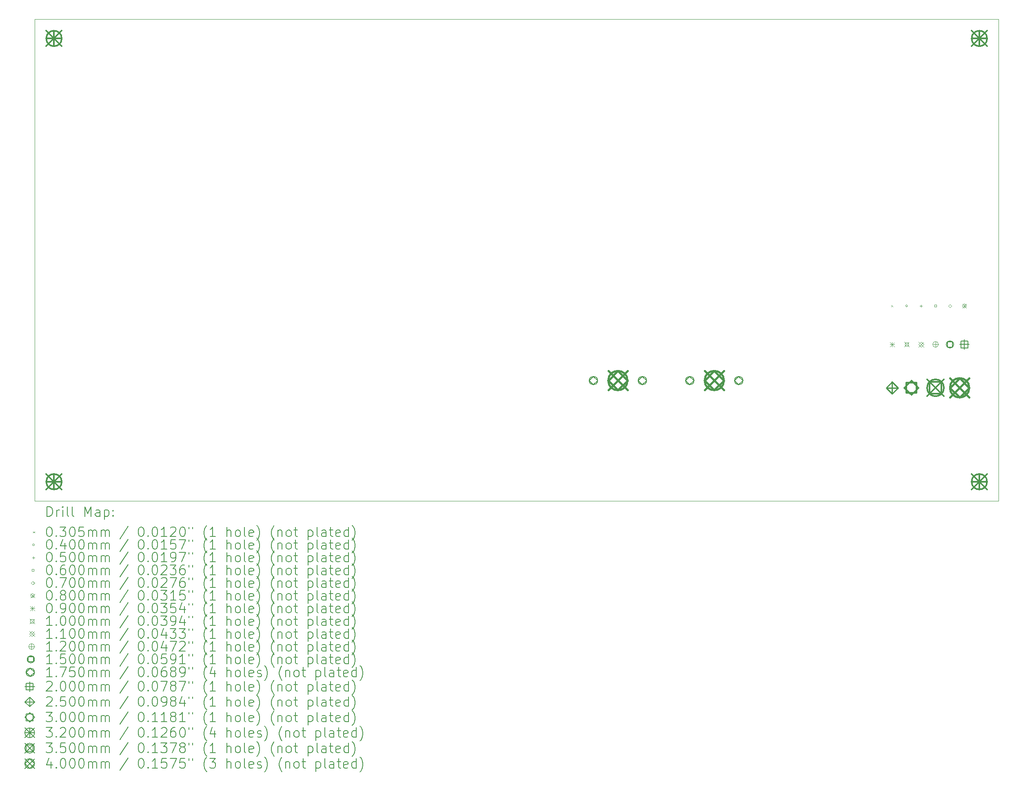
<source format=gbr>
%TF.GenerationSoftware,KiCad,Pcbnew,8.0.5*%
%TF.CreationDate,2024-11-03T10:01:35+01:00*%
%TF.ProjectId,euro-mate,6575726f-2d6d-4617-9465-2e6b69636164,rev?*%
%TF.SameCoordinates,Original*%
%TF.FileFunction,Drillmap*%
%TF.FilePolarity,Positive*%
%FSLAX45Y45*%
G04 Gerber Fmt 4.5, Leading zero omitted, Abs format (unit mm)*
G04 Created by KiCad (PCBNEW 8.0.5) date 2024-11-03 10:01:35*
%MOMM*%
%LPD*%
G01*
G04 APERTURE LIST*
%ADD10C,0.100000*%
%ADD11C,0.200000*%
%ADD12C,0.110000*%
%ADD13C,0.120000*%
%ADD14C,0.150000*%
%ADD15C,0.175000*%
%ADD16C,0.250000*%
%ADD17C,0.300000*%
%ADD18C,0.320000*%
%ADD19C,0.350000*%
%ADD20C,0.400000*%
G04 APERTURE END LIST*
D10*
X5000000Y-5000000D02*
X25000000Y-5000000D01*
X25000000Y-15000000D01*
X5000000Y-15000000D01*
X5000000Y-5000000D01*
D11*
D10*
X22774760Y-10934760D02*
X22805240Y-10965240D01*
X22805240Y-10934760D02*
X22774760Y-10965240D01*
X23110000Y-10950000D02*
G75*
G02*
X23070000Y-10950000I-20000J0D01*
G01*
X23070000Y-10950000D02*
G75*
G02*
X23110000Y-10950000I20000J0D01*
G01*
X23390000Y-10925000D02*
X23390000Y-10975000D01*
X23365000Y-10950000D02*
X23415000Y-10950000D01*
X23711213Y-10971213D02*
X23711213Y-10928787D01*
X23668787Y-10928787D01*
X23668787Y-10971213D01*
X23711213Y-10971213D01*
X23990000Y-10985000D02*
X24025000Y-10950000D01*
X23990000Y-10915000D01*
X23955000Y-10950000D01*
X23990000Y-10985000D01*
X24250000Y-10910000D02*
X24330000Y-10990000D01*
X24330000Y-10910000D02*
X24250000Y-10990000D01*
X24330000Y-10950000D02*
G75*
G02*
X24250000Y-10950000I-40000J0D01*
G01*
X24250000Y-10950000D02*
G75*
G02*
X24330000Y-10950000I40000J0D01*
G01*
X22745000Y-11705000D02*
X22835000Y-11795000D01*
X22835000Y-11705000D02*
X22745000Y-11795000D01*
X22790000Y-11705000D02*
X22790000Y-11795000D01*
X22745000Y-11750000D02*
X22835000Y-11750000D01*
X23040000Y-11700000D02*
X23140000Y-11800000D01*
X23140000Y-11700000D02*
X23040000Y-11800000D01*
X23125356Y-11785356D02*
X23125356Y-11714644D01*
X23054644Y-11714644D01*
X23054644Y-11785356D01*
X23125356Y-11785356D01*
D12*
X23335000Y-11695000D02*
X23445000Y-11805000D01*
X23445000Y-11695000D02*
X23335000Y-11805000D01*
X23390000Y-11805000D02*
X23445000Y-11750000D01*
X23390000Y-11695000D01*
X23335000Y-11750000D01*
X23390000Y-11805000D01*
D13*
X23690000Y-11690000D02*
X23690000Y-11810000D01*
X23630000Y-11750000D02*
X23750000Y-11750000D01*
X23750000Y-11750000D02*
G75*
G02*
X23630000Y-11750000I-60000J0D01*
G01*
X23630000Y-11750000D02*
G75*
G02*
X23750000Y-11750000I60000J0D01*
G01*
D14*
X24043033Y-11803033D02*
X24043033Y-11696966D01*
X23936966Y-11696966D01*
X23936966Y-11803033D01*
X24043033Y-11803033D01*
X24065000Y-11750000D02*
G75*
G02*
X23915000Y-11750000I-75000J0D01*
G01*
X23915000Y-11750000D02*
G75*
G02*
X24065000Y-11750000I75000J0D01*
G01*
D15*
X16592000Y-12587500D02*
X16679500Y-12500000D01*
X16592000Y-12412500D01*
X16504500Y-12500000D01*
X16592000Y-12587500D01*
X16679500Y-12500000D02*
G75*
G02*
X16504500Y-12500000I-87500J0D01*
G01*
X16504500Y-12500000D02*
G75*
G02*
X16679500Y-12500000I87500J0D01*
G01*
X17608000Y-12587500D02*
X17695500Y-12500000D01*
X17608000Y-12412500D01*
X17520500Y-12500000D01*
X17608000Y-12587500D01*
X17695500Y-12500000D02*
G75*
G02*
X17520500Y-12500000I-87500J0D01*
G01*
X17520500Y-12500000D02*
G75*
G02*
X17695500Y-12500000I87500J0D01*
G01*
X18592000Y-12587500D02*
X18679500Y-12500000D01*
X18592000Y-12412500D01*
X18504500Y-12500000D01*
X18592000Y-12587500D01*
X18679500Y-12500000D02*
G75*
G02*
X18504500Y-12500000I-87500J0D01*
G01*
X18504500Y-12500000D02*
G75*
G02*
X18679500Y-12500000I87500J0D01*
G01*
X19608000Y-12587500D02*
X19695500Y-12500000D01*
X19608000Y-12412500D01*
X19520500Y-12500000D01*
X19608000Y-12587500D01*
X19695500Y-12500000D02*
G75*
G02*
X19520500Y-12500000I-87500J0D01*
G01*
X19520500Y-12500000D02*
G75*
G02*
X19695500Y-12500000I87500J0D01*
G01*
D11*
X24290000Y-11650000D02*
X24290000Y-11850000D01*
X24190000Y-11750000D02*
X24390000Y-11750000D01*
X24360711Y-11820711D02*
X24360711Y-11679289D01*
X24219289Y-11679289D01*
X24219289Y-11820711D01*
X24360711Y-11820711D01*
D16*
X22790000Y-12525000D02*
X22790000Y-12775000D01*
X22665000Y-12650000D02*
X22915000Y-12650000D01*
X22790000Y-12775000D02*
X22915000Y-12650000D01*
X22790000Y-12525000D01*
X22665000Y-12650000D01*
X22790000Y-12775000D01*
D17*
X23190000Y-12800000D02*
X23340000Y-12650000D01*
X23190000Y-12500000D01*
X23040000Y-12650000D01*
X23190000Y-12800000D01*
X23296067Y-12756067D02*
X23296067Y-12543933D01*
X23083933Y-12543933D01*
X23083933Y-12756067D01*
X23296067Y-12756067D01*
D18*
X5240000Y-5240000D02*
X5560000Y-5560000D01*
X5560000Y-5240000D02*
X5240000Y-5560000D01*
X5400000Y-5240000D02*
X5400000Y-5560000D01*
X5240000Y-5400000D02*
X5560000Y-5400000D01*
X5560000Y-5400000D02*
G75*
G02*
X5240000Y-5400000I-160000J0D01*
G01*
X5240000Y-5400000D02*
G75*
G02*
X5560000Y-5400000I160000J0D01*
G01*
X5240000Y-14440000D02*
X5560000Y-14760000D01*
X5560000Y-14440000D02*
X5240000Y-14760000D01*
X5400000Y-14440000D02*
X5400000Y-14760000D01*
X5240000Y-14600000D02*
X5560000Y-14600000D01*
X5560000Y-14600000D02*
G75*
G02*
X5240000Y-14600000I-160000J0D01*
G01*
X5240000Y-14600000D02*
G75*
G02*
X5560000Y-14600000I160000J0D01*
G01*
X24440000Y-5240000D02*
X24760000Y-5560000D01*
X24760000Y-5240000D02*
X24440000Y-5560000D01*
X24600000Y-5240000D02*
X24600000Y-5560000D01*
X24440000Y-5400000D02*
X24760000Y-5400000D01*
X24760000Y-5400000D02*
G75*
G02*
X24440000Y-5400000I-160000J0D01*
G01*
X24440000Y-5400000D02*
G75*
G02*
X24760000Y-5400000I160000J0D01*
G01*
X24440000Y-14440000D02*
X24760000Y-14760000D01*
X24760000Y-14440000D02*
X24440000Y-14760000D01*
X24600000Y-14440000D02*
X24600000Y-14760000D01*
X24440000Y-14600000D02*
X24760000Y-14600000D01*
X24760000Y-14600000D02*
G75*
G02*
X24440000Y-14600000I-160000J0D01*
G01*
X24440000Y-14600000D02*
G75*
G02*
X24760000Y-14600000I160000J0D01*
G01*
D19*
X23515000Y-12475000D02*
X23865000Y-12825000D01*
X23865000Y-12475000D02*
X23515000Y-12825000D01*
X23813745Y-12773745D02*
X23813745Y-12526255D01*
X23566255Y-12526255D01*
X23566255Y-12773745D01*
X23813745Y-12773745D01*
X23865000Y-12650000D02*
G75*
G02*
X23515000Y-12650000I-175000J0D01*
G01*
X23515000Y-12650000D02*
G75*
G02*
X23865000Y-12650000I175000J0D01*
G01*
D20*
X16900000Y-12300000D02*
X17300000Y-12700000D01*
X17300000Y-12300000D02*
X16900000Y-12700000D01*
X17100000Y-12700000D02*
X17300000Y-12500000D01*
X17100000Y-12300000D01*
X16900000Y-12500000D01*
X17100000Y-12700000D01*
X17300000Y-12500000D02*
G75*
G02*
X16900000Y-12500000I-200000J0D01*
G01*
X16900000Y-12500000D02*
G75*
G02*
X17300000Y-12500000I200000J0D01*
G01*
X18900000Y-12300000D02*
X19300000Y-12700000D01*
X19300000Y-12300000D02*
X18900000Y-12700000D01*
X19100000Y-12700000D02*
X19300000Y-12500000D01*
X19100000Y-12300000D01*
X18900000Y-12500000D01*
X19100000Y-12700000D01*
X19300000Y-12500000D02*
G75*
G02*
X18900000Y-12500000I-200000J0D01*
G01*
X18900000Y-12500000D02*
G75*
G02*
X19300000Y-12500000I200000J0D01*
G01*
X23990000Y-12450000D02*
X24390000Y-12850000D01*
X24390000Y-12450000D02*
X23990000Y-12850000D01*
X24190000Y-12850000D02*
X24390000Y-12650000D01*
X24190000Y-12450000D01*
X23990000Y-12650000D01*
X24190000Y-12850000D01*
X24390000Y-12650000D02*
G75*
G02*
X23990000Y-12650000I-200000J0D01*
G01*
X23990000Y-12650000D02*
G75*
G02*
X24390000Y-12650000I200000J0D01*
G01*
D11*
X5255777Y-15316484D02*
X5255777Y-15116484D01*
X5255777Y-15116484D02*
X5303396Y-15116484D01*
X5303396Y-15116484D02*
X5331967Y-15126008D01*
X5331967Y-15126008D02*
X5351015Y-15145055D01*
X5351015Y-15145055D02*
X5360539Y-15164103D01*
X5360539Y-15164103D02*
X5370063Y-15202198D01*
X5370063Y-15202198D02*
X5370063Y-15230769D01*
X5370063Y-15230769D02*
X5360539Y-15268865D01*
X5360539Y-15268865D02*
X5351015Y-15287912D01*
X5351015Y-15287912D02*
X5331967Y-15306960D01*
X5331967Y-15306960D02*
X5303396Y-15316484D01*
X5303396Y-15316484D02*
X5255777Y-15316484D01*
X5455777Y-15316484D02*
X5455777Y-15183150D01*
X5455777Y-15221246D02*
X5465301Y-15202198D01*
X5465301Y-15202198D02*
X5474824Y-15192674D01*
X5474824Y-15192674D02*
X5493872Y-15183150D01*
X5493872Y-15183150D02*
X5512920Y-15183150D01*
X5579586Y-15316484D02*
X5579586Y-15183150D01*
X5579586Y-15116484D02*
X5570063Y-15126008D01*
X5570063Y-15126008D02*
X5579586Y-15135531D01*
X5579586Y-15135531D02*
X5589110Y-15126008D01*
X5589110Y-15126008D02*
X5579586Y-15116484D01*
X5579586Y-15116484D02*
X5579586Y-15135531D01*
X5703396Y-15316484D02*
X5684348Y-15306960D01*
X5684348Y-15306960D02*
X5674824Y-15287912D01*
X5674824Y-15287912D02*
X5674824Y-15116484D01*
X5808158Y-15316484D02*
X5789110Y-15306960D01*
X5789110Y-15306960D02*
X5779586Y-15287912D01*
X5779586Y-15287912D02*
X5779586Y-15116484D01*
X6036729Y-15316484D02*
X6036729Y-15116484D01*
X6036729Y-15116484D02*
X6103396Y-15259341D01*
X6103396Y-15259341D02*
X6170062Y-15116484D01*
X6170062Y-15116484D02*
X6170062Y-15316484D01*
X6351015Y-15316484D02*
X6351015Y-15211722D01*
X6351015Y-15211722D02*
X6341491Y-15192674D01*
X6341491Y-15192674D02*
X6322443Y-15183150D01*
X6322443Y-15183150D02*
X6284348Y-15183150D01*
X6284348Y-15183150D02*
X6265301Y-15192674D01*
X6351015Y-15306960D02*
X6331967Y-15316484D01*
X6331967Y-15316484D02*
X6284348Y-15316484D01*
X6284348Y-15316484D02*
X6265301Y-15306960D01*
X6265301Y-15306960D02*
X6255777Y-15287912D01*
X6255777Y-15287912D02*
X6255777Y-15268865D01*
X6255777Y-15268865D02*
X6265301Y-15249817D01*
X6265301Y-15249817D02*
X6284348Y-15240293D01*
X6284348Y-15240293D02*
X6331967Y-15240293D01*
X6331967Y-15240293D02*
X6351015Y-15230769D01*
X6446253Y-15183150D02*
X6446253Y-15383150D01*
X6446253Y-15192674D02*
X6465301Y-15183150D01*
X6465301Y-15183150D02*
X6503396Y-15183150D01*
X6503396Y-15183150D02*
X6522443Y-15192674D01*
X6522443Y-15192674D02*
X6531967Y-15202198D01*
X6531967Y-15202198D02*
X6541491Y-15221246D01*
X6541491Y-15221246D02*
X6541491Y-15278388D01*
X6541491Y-15278388D02*
X6531967Y-15297436D01*
X6531967Y-15297436D02*
X6522443Y-15306960D01*
X6522443Y-15306960D02*
X6503396Y-15316484D01*
X6503396Y-15316484D02*
X6465301Y-15316484D01*
X6465301Y-15316484D02*
X6446253Y-15306960D01*
X6627205Y-15297436D02*
X6636729Y-15306960D01*
X6636729Y-15306960D02*
X6627205Y-15316484D01*
X6627205Y-15316484D02*
X6617682Y-15306960D01*
X6617682Y-15306960D02*
X6627205Y-15297436D01*
X6627205Y-15297436D02*
X6627205Y-15316484D01*
X6627205Y-15192674D02*
X6636729Y-15202198D01*
X6636729Y-15202198D02*
X6627205Y-15211722D01*
X6627205Y-15211722D02*
X6617682Y-15202198D01*
X6617682Y-15202198D02*
X6627205Y-15192674D01*
X6627205Y-15192674D02*
X6627205Y-15211722D01*
D10*
X4964520Y-15629760D02*
X4995000Y-15660240D01*
X4995000Y-15629760D02*
X4964520Y-15660240D01*
D11*
X5293872Y-15536484D02*
X5312920Y-15536484D01*
X5312920Y-15536484D02*
X5331967Y-15546008D01*
X5331967Y-15546008D02*
X5341491Y-15555531D01*
X5341491Y-15555531D02*
X5351015Y-15574579D01*
X5351015Y-15574579D02*
X5360539Y-15612674D01*
X5360539Y-15612674D02*
X5360539Y-15660293D01*
X5360539Y-15660293D02*
X5351015Y-15698388D01*
X5351015Y-15698388D02*
X5341491Y-15717436D01*
X5341491Y-15717436D02*
X5331967Y-15726960D01*
X5331967Y-15726960D02*
X5312920Y-15736484D01*
X5312920Y-15736484D02*
X5293872Y-15736484D01*
X5293872Y-15736484D02*
X5274824Y-15726960D01*
X5274824Y-15726960D02*
X5265301Y-15717436D01*
X5265301Y-15717436D02*
X5255777Y-15698388D01*
X5255777Y-15698388D02*
X5246253Y-15660293D01*
X5246253Y-15660293D02*
X5246253Y-15612674D01*
X5246253Y-15612674D02*
X5255777Y-15574579D01*
X5255777Y-15574579D02*
X5265301Y-15555531D01*
X5265301Y-15555531D02*
X5274824Y-15546008D01*
X5274824Y-15546008D02*
X5293872Y-15536484D01*
X5446253Y-15717436D02*
X5455777Y-15726960D01*
X5455777Y-15726960D02*
X5446253Y-15736484D01*
X5446253Y-15736484D02*
X5436729Y-15726960D01*
X5436729Y-15726960D02*
X5446253Y-15717436D01*
X5446253Y-15717436D02*
X5446253Y-15736484D01*
X5522444Y-15536484D02*
X5646253Y-15536484D01*
X5646253Y-15536484D02*
X5579586Y-15612674D01*
X5579586Y-15612674D02*
X5608158Y-15612674D01*
X5608158Y-15612674D02*
X5627205Y-15622198D01*
X5627205Y-15622198D02*
X5636729Y-15631722D01*
X5636729Y-15631722D02*
X5646253Y-15650769D01*
X5646253Y-15650769D02*
X5646253Y-15698388D01*
X5646253Y-15698388D02*
X5636729Y-15717436D01*
X5636729Y-15717436D02*
X5627205Y-15726960D01*
X5627205Y-15726960D02*
X5608158Y-15736484D01*
X5608158Y-15736484D02*
X5551015Y-15736484D01*
X5551015Y-15736484D02*
X5531967Y-15726960D01*
X5531967Y-15726960D02*
X5522444Y-15717436D01*
X5770062Y-15536484D02*
X5789110Y-15536484D01*
X5789110Y-15536484D02*
X5808158Y-15546008D01*
X5808158Y-15546008D02*
X5817682Y-15555531D01*
X5817682Y-15555531D02*
X5827205Y-15574579D01*
X5827205Y-15574579D02*
X5836729Y-15612674D01*
X5836729Y-15612674D02*
X5836729Y-15660293D01*
X5836729Y-15660293D02*
X5827205Y-15698388D01*
X5827205Y-15698388D02*
X5817682Y-15717436D01*
X5817682Y-15717436D02*
X5808158Y-15726960D01*
X5808158Y-15726960D02*
X5789110Y-15736484D01*
X5789110Y-15736484D02*
X5770062Y-15736484D01*
X5770062Y-15736484D02*
X5751015Y-15726960D01*
X5751015Y-15726960D02*
X5741491Y-15717436D01*
X5741491Y-15717436D02*
X5731967Y-15698388D01*
X5731967Y-15698388D02*
X5722443Y-15660293D01*
X5722443Y-15660293D02*
X5722443Y-15612674D01*
X5722443Y-15612674D02*
X5731967Y-15574579D01*
X5731967Y-15574579D02*
X5741491Y-15555531D01*
X5741491Y-15555531D02*
X5751015Y-15546008D01*
X5751015Y-15546008D02*
X5770062Y-15536484D01*
X6017682Y-15536484D02*
X5922443Y-15536484D01*
X5922443Y-15536484D02*
X5912920Y-15631722D01*
X5912920Y-15631722D02*
X5922443Y-15622198D01*
X5922443Y-15622198D02*
X5941491Y-15612674D01*
X5941491Y-15612674D02*
X5989110Y-15612674D01*
X5989110Y-15612674D02*
X6008158Y-15622198D01*
X6008158Y-15622198D02*
X6017682Y-15631722D01*
X6017682Y-15631722D02*
X6027205Y-15650769D01*
X6027205Y-15650769D02*
X6027205Y-15698388D01*
X6027205Y-15698388D02*
X6017682Y-15717436D01*
X6017682Y-15717436D02*
X6008158Y-15726960D01*
X6008158Y-15726960D02*
X5989110Y-15736484D01*
X5989110Y-15736484D02*
X5941491Y-15736484D01*
X5941491Y-15736484D02*
X5922443Y-15726960D01*
X5922443Y-15726960D02*
X5912920Y-15717436D01*
X6112920Y-15736484D02*
X6112920Y-15603150D01*
X6112920Y-15622198D02*
X6122443Y-15612674D01*
X6122443Y-15612674D02*
X6141491Y-15603150D01*
X6141491Y-15603150D02*
X6170063Y-15603150D01*
X6170063Y-15603150D02*
X6189110Y-15612674D01*
X6189110Y-15612674D02*
X6198634Y-15631722D01*
X6198634Y-15631722D02*
X6198634Y-15736484D01*
X6198634Y-15631722D02*
X6208158Y-15612674D01*
X6208158Y-15612674D02*
X6227205Y-15603150D01*
X6227205Y-15603150D02*
X6255777Y-15603150D01*
X6255777Y-15603150D02*
X6274824Y-15612674D01*
X6274824Y-15612674D02*
X6284348Y-15631722D01*
X6284348Y-15631722D02*
X6284348Y-15736484D01*
X6379586Y-15736484D02*
X6379586Y-15603150D01*
X6379586Y-15622198D02*
X6389110Y-15612674D01*
X6389110Y-15612674D02*
X6408158Y-15603150D01*
X6408158Y-15603150D02*
X6436729Y-15603150D01*
X6436729Y-15603150D02*
X6455777Y-15612674D01*
X6455777Y-15612674D02*
X6465301Y-15631722D01*
X6465301Y-15631722D02*
X6465301Y-15736484D01*
X6465301Y-15631722D02*
X6474824Y-15612674D01*
X6474824Y-15612674D02*
X6493872Y-15603150D01*
X6493872Y-15603150D02*
X6522443Y-15603150D01*
X6522443Y-15603150D02*
X6541491Y-15612674D01*
X6541491Y-15612674D02*
X6551015Y-15631722D01*
X6551015Y-15631722D02*
X6551015Y-15736484D01*
X6941491Y-15526960D02*
X6770063Y-15784103D01*
X7198634Y-15536484D02*
X7217682Y-15536484D01*
X7217682Y-15536484D02*
X7236729Y-15546008D01*
X7236729Y-15546008D02*
X7246253Y-15555531D01*
X7246253Y-15555531D02*
X7255777Y-15574579D01*
X7255777Y-15574579D02*
X7265301Y-15612674D01*
X7265301Y-15612674D02*
X7265301Y-15660293D01*
X7265301Y-15660293D02*
X7255777Y-15698388D01*
X7255777Y-15698388D02*
X7246253Y-15717436D01*
X7246253Y-15717436D02*
X7236729Y-15726960D01*
X7236729Y-15726960D02*
X7217682Y-15736484D01*
X7217682Y-15736484D02*
X7198634Y-15736484D01*
X7198634Y-15736484D02*
X7179586Y-15726960D01*
X7179586Y-15726960D02*
X7170063Y-15717436D01*
X7170063Y-15717436D02*
X7160539Y-15698388D01*
X7160539Y-15698388D02*
X7151015Y-15660293D01*
X7151015Y-15660293D02*
X7151015Y-15612674D01*
X7151015Y-15612674D02*
X7160539Y-15574579D01*
X7160539Y-15574579D02*
X7170063Y-15555531D01*
X7170063Y-15555531D02*
X7179586Y-15546008D01*
X7179586Y-15546008D02*
X7198634Y-15536484D01*
X7351015Y-15717436D02*
X7360539Y-15726960D01*
X7360539Y-15726960D02*
X7351015Y-15736484D01*
X7351015Y-15736484D02*
X7341491Y-15726960D01*
X7341491Y-15726960D02*
X7351015Y-15717436D01*
X7351015Y-15717436D02*
X7351015Y-15736484D01*
X7484348Y-15536484D02*
X7503396Y-15536484D01*
X7503396Y-15536484D02*
X7522444Y-15546008D01*
X7522444Y-15546008D02*
X7531967Y-15555531D01*
X7531967Y-15555531D02*
X7541491Y-15574579D01*
X7541491Y-15574579D02*
X7551015Y-15612674D01*
X7551015Y-15612674D02*
X7551015Y-15660293D01*
X7551015Y-15660293D02*
X7541491Y-15698388D01*
X7541491Y-15698388D02*
X7531967Y-15717436D01*
X7531967Y-15717436D02*
X7522444Y-15726960D01*
X7522444Y-15726960D02*
X7503396Y-15736484D01*
X7503396Y-15736484D02*
X7484348Y-15736484D01*
X7484348Y-15736484D02*
X7465301Y-15726960D01*
X7465301Y-15726960D02*
X7455777Y-15717436D01*
X7455777Y-15717436D02*
X7446253Y-15698388D01*
X7446253Y-15698388D02*
X7436729Y-15660293D01*
X7436729Y-15660293D02*
X7436729Y-15612674D01*
X7436729Y-15612674D02*
X7446253Y-15574579D01*
X7446253Y-15574579D02*
X7455777Y-15555531D01*
X7455777Y-15555531D02*
X7465301Y-15546008D01*
X7465301Y-15546008D02*
X7484348Y-15536484D01*
X7741491Y-15736484D02*
X7627206Y-15736484D01*
X7684348Y-15736484D02*
X7684348Y-15536484D01*
X7684348Y-15536484D02*
X7665301Y-15565055D01*
X7665301Y-15565055D02*
X7646253Y-15584103D01*
X7646253Y-15584103D02*
X7627206Y-15593627D01*
X7817682Y-15555531D02*
X7827206Y-15546008D01*
X7827206Y-15546008D02*
X7846253Y-15536484D01*
X7846253Y-15536484D02*
X7893872Y-15536484D01*
X7893872Y-15536484D02*
X7912920Y-15546008D01*
X7912920Y-15546008D02*
X7922444Y-15555531D01*
X7922444Y-15555531D02*
X7931967Y-15574579D01*
X7931967Y-15574579D02*
X7931967Y-15593627D01*
X7931967Y-15593627D02*
X7922444Y-15622198D01*
X7922444Y-15622198D02*
X7808158Y-15736484D01*
X7808158Y-15736484D02*
X7931967Y-15736484D01*
X8055777Y-15536484D02*
X8074825Y-15536484D01*
X8074825Y-15536484D02*
X8093872Y-15546008D01*
X8093872Y-15546008D02*
X8103396Y-15555531D01*
X8103396Y-15555531D02*
X8112920Y-15574579D01*
X8112920Y-15574579D02*
X8122444Y-15612674D01*
X8122444Y-15612674D02*
X8122444Y-15660293D01*
X8122444Y-15660293D02*
X8112920Y-15698388D01*
X8112920Y-15698388D02*
X8103396Y-15717436D01*
X8103396Y-15717436D02*
X8093872Y-15726960D01*
X8093872Y-15726960D02*
X8074825Y-15736484D01*
X8074825Y-15736484D02*
X8055777Y-15736484D01*
X8055777Y-15736484D02*
X8036729Y-15726960D01*
X8036729Y-15726960D02*
X8027206Y-15717436D01*
X8027206Y-15717436D02*
X8017682Y-15698388D01*
X8017682Y-15698388D02*
X8008158Y-15660293D01*
X8008158Y-15660293D02*
X8008158Y-15612674D01*
X8008158Y-15612674D02*
X8017682Y-15574579D01*
X8017682Y-15574579D02*
X8027206Y-15555531D01*
X8027206Y-15555531D02*
X8036729Y-15546008D01*
X8036729Y-15546008D02*
X8055777Y-15536484D01*
X8198634Y-15536484D02*
X8198634Y-15574579D01*
X8274825Y-15536484D02*
X8274825Y-15574579D01*
X8570063Y-15812674D02*
X8560539Y-15803150D01*
X8560539Y-15803150D02*
X8541491Y-15774579D01*
X8541491Y-15774579D02*
X8531968Y-15755531D01*
X8531968Y-15755531D02*
X8522444Y-15726960D01*
X8522444Y-15726960D02*
X8512920Y-15679341D01*
X8512920Y-15679341D02*
X8512920Y-15641246D01*
X8512920Y-15641246D02*
X8522444Y-15593627D01*
X8522444Y-15593627D02*
X8531968Y-15565055D01*
X8531968Y-15565055D02*
X8541491Y-15546008D01*
X8541491Y-15546008D02*
X8560539Y-15517436D01*
X8560539Y-15517436D02*
X8570063Y-15507912D01*
X8751015Y-15736484D02*
X8636730Y-15736484D01*
X8693872Y-15736484D02*
X8693872Y-15536484D01*
X8693872Y-15536484D02*
X8674825Y-15565055D01*
X8674825Y-15565055D02*
X8655777Y-15584103D01*
X8655777Y-15584103D02*
X8636730Y-15593627D01*
X8989111Y-15736484D02*
X8989111Y-15536484D01*
X9074825Y-15736484D02*
X9074825Y-15631722D01*
X9074825Y-15631722D02*
X9065301Y-15612674D01*
X9065301Y-15612674D02*
X9046253Y-15603150D01*
X9046253Y-15603150D02*
X9017682Y-15603150D01*
X9017682Y-15603150D02*
X8998634Y-15612674D01*
X8998634Y-15612674D02*
X8989111Y-15622198D01*
X9198634Y-15736484D02*
X9179587Y-15726960D01*
X9179587Y-15726960D02*
X9170063Y-15717436D01*
X9170063Y-15717436D02*
X9160539Y-15698388D01*
X9160539Y-15698388D02*
X9160539Y-15641246D01*
X9160539Y-15641246D02*
X9170063Y-15622198D01*
X9170063Y-15622198D02*
X9179587Y-15612674D01*
X9179587Y-15612674D02*
X9198634Y-15603150D01*
X9198634Y-15603150D02*
X9227206Y-15603150D01*
X9227206Y-15603150D02*
X9246253Y-15612674D01*
X9246253Y-15612674D02*
X9255777Y-15622198D01*
X9255777Y-15622198D02*
X9265301Y-15641246D01*
X9265301Y-15641246D02*
X9265301Y-15698388D01*
X9265301Y-15698388D02*
X9255777Y-15717436D01*
X9255777Y-15717436D02*
X9246253Y-15726960D01*
X9246253Y-15726960D02*
X9227206Y-15736484D01*
X9227206Y-15736484D02*
X9198634Y-15736484D01*
X9379587Y-15736484D02*
X9360539Y-15726960D01*
X9360539Y-15726960D02*
X9351015Y-15707912D01*
X9351015Y-15707912D02*
X9351015Y-15536484D01*
X9531968Y-15726960D02*
X9512920Y-15736484D01*
X9512920Y-15736484D02*
X9474825Y-15736484D01*
X9474825Y-15736484D02*
X9455777Y-15726960D01*
X9455777Y-15726960D02*
X9446253Y-15707912D01*
X9446253Y-15707912D02*
X9446253Y-15631722D01*
X9446253Y-15631722D02*
X9455777Y-15612674D01*
X9455777Y-15612674D02*
X9474825Y-15603150D01*
X9474825Y-15603150D02*
X9512920Y-15603150D01*
X9512920Y-15603150D02*
X9531968Y-15612674D01*
X9531968Y-15612674D02*
X9541492Y-15631722D01*
X9541492Y-15631722D02*
X9541492Y-15650769D01*
X9541492Y-15650769D02*
X9446253Y-15669817D01*
X9608158Y-15812674D02*
X9617682Y-15803150D01*
X9617682Y-15803150D02*
X9636730Y-15774579D01*
X9636730Y-15774579D02*
X9646253Y-15755531D01*
X9646253Y-15755531D02*
X9655777Y-15726960D01*
X9655777Y-15726960D02*
X9665301Y-15679341D01*
X9665301Y-15679341D02*
X9665301Y-15641246D01*
X9665301Y-15641246D02*
X9655777Y-15593627D01*
X9655777Y-15593627D02*
X9646253Y-15565055D01*
X9646253Y-15565055D02*
X9636730Y-15546008D01*
X9636730Y-15546008D02*
X9617682Y-15517436D01*
X9617682Y-15517436D02*
X9608158Y-15507912D01*
X9970063Y-15812674D02*
X9960539Y-15803150D01*
X9960539Y-15803150D02*
X9941492Y-15774579D01*
X9941492Y-15774579D02*
X9931968Y-15755531D01*
X9931968Y-15755531D02*
X9922444Y-15726960D01*
X9922444Y-15726960D02*
X9912920Y-15679341D01*
X9912920Y-15679341D02*
X9912920Y-15641246D01*
X9912920Y-15641246D02*
X9922444Y-15593627D01*
X9922444Y-15593627D02*
X9931968Y-15565055D01*
X9931968Y-15565055D02*
X9941492Y-15546008D01*
X9941492Y-15546008D02*
X9960539Y-15517436D01*
X9960539Y-15517436D02*
X9970063Y-15507912D01*
X10046253Y-15603150D02*
X10046253Y-15736484D01*
X10046253Y-15622198D02*
X10055777Y-15612674D01*
X10055777Y-15612674D02*
X10074825Y-15603150D01*
X10074825Y-15603150D02*
X10103396Y-15603150D01*
X10103396Y-15603150D02*
X10122444Y-15612674D01*
X10122444Y-15612674D02*
X10131968Y-15631722D01*
X10131968Y-15631722D02*
X10131968Y-15736484D01*
X10255777Y-15736484D02*
X10236730Y-15726960D01*
X10236730Y-15726960D02*
X10227206Y-15717436D01*
X10227206Y-15717436D02*
X10217682Y-15698388D01*
X10217682Y-15698388D02*
X10217682Y-15641246D01*
X10217682Y-15641246D02*
X10227206Y-15622198D01*
X10227206Y-15622198D02*
X10236730Y-15612674D01*
X10236730Y-15612674D02*
X10255777Y-15603150D01*
X10255777Y-15603150D02*
X10284349Y-15603150D01*
X10284349Y-15603150D02*
X10303396Y-15612674D01*
X10303396Y-15612674D02*
X10312920Y-15622198D01*
X10312920Y-15622198D02*
X10322444Y-15641246D01*
X10322444Y-15641246D02*
X10322444Y-15698388D01*
X10322444Y-15698388D02*
X10312920Y-15717436D01*
X10312920Y-15717436D02*
X10303396Y-15726960D01*
X10303396Y-15726960D02*
X10284349Y-15736484D01*
X10284349Y-15736484D02*
X10255777Y-15736484D01*
X10379587Y-15603150D02*
X10455777Y-15603150D01*
X10408158Y-15536484D02*
X10408158Y-15707912D01*
X10408158Y-15707912D02*
X10417682Y-15726960D01*
X10417682Y-15726960D02*
X10436730Y-15736484D01*
X10436730Y-15736484D02*
X10455777Y-15736484D01*
X10674825Y-15603150D02*
X10674825Y-15803150D01*
X10674825Y-15612674D02*
X10693873Y-15603150D01*
X10693873Y-15603150D02*
X10731968Y-15603150D01*
X10731968Y-15603150D02*
X10751015Y-15612674D01*
X10751015Y-15612674D02*
X10760539Y-15622198D01*
X10760539Y-15622198D02*
X10770063Y-15641246D01*
X10770063Y-15641246D02*
X10770063Y-15698388D01*
X10770063Y-15698388D02*
X10760539Y-15717436D01*
X10760539Y-15717436D02*
X10751015Y-15726960D01*
X10751015Y-15726960D02*
X10731968Y-15736484D01*
X10731968Y-15736484D02*
X10693873Y-15736484D01*
X10693873Y-15736484D02*
X10674825Y-15726960D01*
X10884349Y-15736484D02*
X10865301Y-15726960D01*
X10865301Y-15726960D02*
X10855777Y-15707912D01*
X10855777Y-15707912D02*
X10855777Y-15536484D01*
X11046254Y-15736484D02*
X11046254Y-15631722D01*
X11046254Y-15631722D02*
X11036730Y-15612674D01*
X11036730Y-15612674D02*
X11017682Y-15603150D01*
X11017682Y-15603150D02*
X10979587Y-15603150D01*
X10979587Y-15603150D02*
X10960539Y-15612674D01*
X11046254Y-15726960D02*
X11027206Y-15736484D01*
X11027206Y-15736484D02*
X10979587Y-15736484D01*
X10979587Y-15736484D02*
X10960539Y-15726960D01*
X10960539Y-15726960D02*
X10951015Y-15707912D01*
X10951015Y-15707912D02*
X10951015Y-15688865D01*
X10951015Y-15688865D02*
X10960539Y-15669817D01*
X10960539Y-15669817D02*
X10979587Y-15660293D01*
X10979587Y-15660293D02*
X11027206Y-15660293D01*
X11027206Y-15660293D02*
X11046254Y-15650769D01*
X11112920Y-15603150D02*
X11189111Y-15603150D01*
X11141492Y-15536484D02*
X11141492Y-15707912D01*
X11141492Y-15707912D02*
X11151015Y-15726960D01*
X11151015Y-15726960D02*
X11170063Y-15736484D01*
X11170063Y-15736484D02*
X11189111Y-15736484D01*
X11331968Y-15726960D02*
X11312920Y-15736484D01*
X11312920Y-15736484D02*
X11274825Y-15736484D01*
X11274825Y-15736484D02*
X11255777Y-15726960D01*
X11255777Y-15726960D02*
X11246253Y-15707912D01*
X11246253Y-15707912D02*
X11246253Y-15631722D01*
X11246253Y-15631722D02*
X11255777Y-15612674D01*
X11255777Y-15612674D02*
X11274825Y-15603150D01*
X11274825Y-15603150D02*
X11312920Y-15603150D01*
X11312920Y-15603150D02*
X11331968Y-15612674D01*
X11331968Y-15612674D02*
X11341492Y-15631722D01*
X11341492Y-15631722D02*
X11341492Y-15650769D01*
X11341492Y-15650769D02*
X11246253Y-15669817D01*
X11512920Y-15736484D02*
X11512920Y-15536484D01*
X11512920Y-15726960D02*
X11493873Y-15736484D01*
X11493873Y-15736484D02*
X11455777Y-15736484D01*
X11455777Y-15736484D02*
X11436730Y-15726960D01*
X11436730Y-15726960D02*
X11427206Y-15717436D01*
X11427206Y-15717436D02*
X11417682Y-15698388D01*
X11417682Y-15698388D02*
X11417682Y-15641246D01*
X11417682Y-15641246D02*
X11427206Y-15622198D01*
X11427206Y-15622198D02*
X11436730Y-15612674D01*
X11436730Y-15612674D02*
X11455777Y-15603150D01*
X11455777Y-15603150D02*
X11493873Y-15603150D01*
X11493873Y-15603150D02*
X11512920Y-15612674D01*
X11589111Y-15812674D02*
X11598634Y-15803150D01*
X11598634Y-15803150D02*
X11617682Y-15774579D01*
X11617682Y-15774579D02*
X11627206Y-15755531D01*
X11627206Y-15755531D02*
X11636730Y-15726960D01*
X11636730Y-15726960D02*
X11646253Y-15679341D01*
X11646253Y-15679341D02*
X11646253Y-15641246D01*
X11646253Y-15641246D02*
X11636730Y-15593627D01*
X11636730Y-15593627D02*
X11627206Y-15565055D01*
X11627206Y-15565055D02*
X11617682Y-15546008D01*
X11617682Y-15546008D02*
X11598634Y-15517436D01*
X11598634Y-15517436D02*
X11589111Y-15507912D01*
D10*
X4995000Y-15909000D02*
G75*
G02*
X4955000Y-15909000I-20000J0D01*
G01*
X4955000Y-15909000D02*
G75*
G02*
X4995000Y-15909000I20000J0D01*
G01*
D11*
X5293872Y-15800484D02*
X5312920Y-15800484D01*
X5312920Y-15800484D02*
X5331967Y-15810008D01*
X5331967Y-15810008D02*
X5341491Y-15819531D01*
X5341491Y-15819531D02*
X5351015Y-15838579D01*
X5351015Y-15838579D02*
X5360539Y-15876674D01*
X5360539Y-15876674D02*
X5360539Y-15924293D01*
X5360539Y-15924293D02*
X5351015Y-15962388D01*
X5351015Y-15962388D02*
X5341491Y-15981436D01*
X5341491Y-15981436D02*
X5331967Y-15990960D01*
X5331967Y-15990960D02*
X5312920Y-16000484D01*
X5312920Y-16000484D02*
X5293872Y-16000484D01*
X5293872Y-16000484D02*
X5274824Y-15990960D01*
X5274824Y-15990960D02*
X5265301Y-15981436D01*
X5265301Y-15981436D02*
X5255777Y-15962388D01*
X5255777Y-15962388D02*
X5246253Y-15924293D01*
X5246253Y-15924293D02*
X5246253Y-15876674D01*
X5246253Y-15876674D02*
X5255777Y-15838579D01*
X5255777Y-15838579D02*
X5265301Y-15819531D01*
X5265301Y-15819531D02*
X5274824Y-15810008D01*
X5274824Y-15810008D02*
X5293872Y-15800484D01*
X5446253Y-15981436D02*
X5455777Y-15990960D01*
X5455777Y-15990960D02*
X5446253Y-16000484D01*
X5446253Y-16000484D02*
X5436729Y-15990960D01*
X5436729Y-15990960D02*
X5446253Y-15981436D01*
X5446253Y-15981436D02*
X5446253Y-16000484D01*
X5627205Y-15867150D02*
X5627205Y-16000484D01*
X5579586Y-15790960D02*
X5531967Y-15933817D01*
X5531967Y-15933817D02*
X5655777Y-15933817D01*
X5770062Y-15800484D02*
X5789110Y-15800484D01*
X5789110Y-15800484D02*
X5808158Y-15810008D01*
X5808158Y-15810008D02*
X5817682Y-15819531D01*
X5817682Y-15819531D02*
X5827205Y-15838579D01*
X5827205Y-15838579D02*
X5836729Y-15876674D01*
X5836729Y-15876674D02*
X5836729Y-15924293D01*
X5836729Y-15924293D02*
X5827205Y-15962388D01*
X5827205Y-15962388D02*
X5817682Y-15981436D01*
X5817682Y-15981436D02*
X5808158Y-15990960D01*
X5808158Y-15990960D02*
X5789110Y-16000484D01*
X5789110Y-16000484D02*
X5770062Y-16000484D01*
X5770062Y-16000484D02*
X5751015Y-15990960D01*
X5751015Y-15990960D02*
X5741491Y-15981436D01*
X5741491Y-15981436D02*
X5731967Y-15962388D01*
X5731967Y-15962388D02*
X5722443Y-15924293D01*
X5722443Y-15924293D02*
X5722443Y-15876674D01*
X5722443Y-15876674D02*
X5731967Y-15838579D01*
X5731967Y-15838579D02*
X5741491Y-15819531D01*
X5741491Y-15819531D02*
X5751015Y-15810008D01*
X5751015Y-15810008D02*
X5770062Y-15800484D01*
X5960539Y-15800484D02*
X5979586Y-15800484D01*
X5979586Y-15800484D02*
X5998634Y-15810008D01*
X5998634Y-15810008D02*
X6008158Y-15819531D01*
X6008158Y-15819531D02*
X6017682Y-15838579D01*
X6017682Y-15838579D02*
X6027205Y-15876674D01*
X6027205Y-15876674D02*
X6027205Y-15924293D01*
X6027205Y-15924293D02*
X6017682Y-15962388D01*
X6017682Y-15962388D02*
X6008158Y-15981436D01*
X6008158Y-15981436D02*
X5998634Y-15990960D01*
X5998634Y-15990960D02*
X5979586Y-16000484D01*
X5979586Y-16000484D02*
X5960539Y-16000484D01*
X5960539Y-16000484D02*
X5941491Y-15990960D01*
X5941491Y-15990960D02*
X5931967Y-15981436D01*
X5931967Y-15981436D02*
X5922443Y-15962388D01*
X5922443Y-15962388D02*
X5912920Y-15924293D01*
X5912920Y-15924293D02*
X5912920Y-15876674D01*
X5912920Y-15876674D02*
X5922443Y-15838579D01*
X5922443Y-15838579D02*
X5931967Y-15819531D01*
X5931967Y-15819531D02*
X5941491Y-15810008D01*
X5941491Y-15810008D02*
X5960539Y-15800484D01*
X6112920Y-16000484D02*
X6112920Y-15867150D01*
X6112920Y-15886198D02*
X6122443Y-15876674D01*
X6122443Y-15876674D02*
X6141491Y-15867150D01*
X6141491Y-15867150D02*
X6170063Y-15867150D01*
X6170063Y-15867150D02*
X6189110Y-15876674D01*
X6189110Y-15876674D02*
X6198634Y-15895722D01*
X6198634Y-15895722D02*
X6198634Y-16000484D01*
X6198634Y-15895722D02*
X6208158Y-15876674D01*
X6208158Y-15876674D02*
X6227205Y-15867150D01*
X6227205Y-15867150D02*
X6255777Y-15867150D01*
X6255777Y-15867150D02*
X6274824Y-15876674D01*
X6274824Y-15876674D02*
X6284348Y-15895722D01*
X6284348Y-15895722D02*
X6284348Y-16000484D01*
X6379586Y-16000484D02*
X6379586Y-15867150D01*
X6379586Y-15886198D02*
X6389110Y-15876674D01*
X6389110Y-15876674D02*
X6408158Y-15867150D01*
X6408158Y-15867150D02*
X6436729Y-15867150D01*
X6436729Y-15867150D02*
X6455777Y-15876674D01*
X6455777Y-15876674D02*
X6465301Y-15895722D01*
X6465301Y-15895722D02*
X6465301Y-16000484D01*
X6465301Y-15895722D02*
X6474824Y-15876674D01*
X6474824Y-15876674D02*
X6493872Y-15867150D01*
X6493872Y-15867150D02*
X6522443Y-15867150D01*
X6522443Y-15867150D02*
X6541491Y-15876674D01*
X6541491Y-15876674D02*
X6551015Y-15895722D01*
X6551015Y-15895722D02*
X6551015Y-16000484D01*
X6941491Y-15790960D02*
X6770063Y-16048103D01*
X7198634Y-15800484D02*
X7217682Y-15800484D01*
X7217682Y-15800484D02*
X7236729Y-15810008D01*
X7236729Y-15810008D02*
X7246253Y-15819531D01*
X7246253Y-15819531D02*
X7255777Y-15838579D01*
X7255777Y-15838579D02*
X7265301Y-15876674D01*
X7265301Y-15876674D02*
X7265301Y-15924293D01*
X7265301Y-15924293D02*
X7255777Y-15962388D01*
X7255777Y-15962388D02*
X7246253Y-15981436D01*
X7246253Y-15981436D02*
X7236729Y-15990960D01*
X7236729Y-15990960D02*
X7217682Y-16000484D01*
X7217682Y-16000484D02*
X7198634Y-16000484D01*
X7198634Y-16000484D02*
X7179586Y-15990960D01*
X7179586Y-15990960D02*
X7170063Y-15981436D01*
X7170063Y-15981436D02*
X7160539Y-15962388D01*
X7160539Y-15962388D02*
X7151015Y-15924293D01*
X7151015Y-15924293D02*
X7151015Y-15876674D01*
X7151015Y-15876674D02*
X7160539Y-15838579D01*
X7160539Y-15838579D02*
X7170063Y-15819531D01*
X7170063Y-15819531D02*
X7179586Y-15810008D01*
X7179586Y-15810008D02*
X7198634Y-15800484D01*
X7351015Y-15981436D02*
X7360539Y-15990960D01*
X7360539Y-15990960D02*
X7351015Y-16000484D01*
X7351015Y-16000484D02*
X7341491Y-15990960D01*
X7341491Y-15990960D02*
X7351015Y-15981436D01*
X7351015Y-15981436D02*
X7351015Y-16000484D01*
X7484348Y-15800484D02*
X7503396Y-15800484D01*
X7503396Y-15800484D02*
X7522444Y-15810008D01*
X7522444Y-15810008D02*
X7531967Y-15819531D01*
X7531967Y-15819531D02*
X7541491Y-15838579D01*
X7541491Y-15838579D02*
X7551015Y-15876674D01*
X7551015Y-15876674D02*
X7551015Y-15924293D01*
X7551015Y-15924293D02*
X7541491Y-15962388D01*
X7541491Y-15962388D02*
X7531967Y-15981436D01*
X7531967Y-15981436D02*
X7522444Y-15990960D01*
X7522444Y-15990960D02*
X7503396Y-16000484D01*
X7503396Y-16000484D02*
X7484348Y-16000484D01*
X7484348Y-16000484D02*
X7465301Y-15990960D01*
X7465301Y-15990960D02*
X7455777Y-15981436D01*
X7455777Y-15981436D02*
X7446253Y-15962388D01*
X7446253Y-15962388D02*
X7436729Y-15924293D01*
X7436729Y-15924293D02*
X7436729Y-15876674D01*
X7436729Y-15876674D02*
X7446253Y-15838579D01*
X7446253Y-15838579D02*
X7455777Y-15819531D01*
X7455777Y-15819531D02*
X7465301Y-15810008D01*
X7465301Y-15810008D02*
X7484348Y-15800484D01*
X7741491Y-16000484D02*
X7627206Y-16000484D01*
X7684348Y-16000484D02*
X7684348Y-15800484D01*
X7684348Y-15800484D02*
X7665301Y-15829055D01*
X7665301Y-15829055D02*
X7646253Y-15848103D01*
X7646253Y-15848103D02*
X7627206Y-15857627D01*
X7922444Y-15800484D02*
X7827206Y-15800484D01*
X7827206Y-15800484D02*
X7817682Y-15895722D01*
X7817682Y-15895722D02*
X7827206Y-15886198D01*
X7827206Y-15886198D02*
X7846253Y-15876674D01*
X7846253Y-15876674D02*
X7893872Y-15876674D01*
X7893872Y-15876674D02*
X7912920Y-15886198D01*
X7912920Y-15886198D02*
X7922444Y-15895722D01*
X7922444Y-15895722D02*
X7931967Y-15914769D01*
X7931967Y-15914769D02*
X7931967Y-15962388D01*
X7931967Y-15962388D02*
X7922444Y-15981436D01*
X7922444Y-15981436D02*
X7912920Y-15990960D01*
X7912920Y-15990960D02*
X7893872Y-16000484D01*
X7893872Y-16000484D02*
X7846253Y-16000484D01*
X7846253Y-16000484D02*
X7827206Y-15990960D01*
X7827206Y-15990960D02*
X7817682Y-15981436D01*
X7998634Y-15800484D02*
X8131967Y-15800484D01*
X8131967Y-15800484D02*
X8046253Y-16000484D01*
X8198634Y-15800484D02*
X8198634Y-15838579D01*
X8274825Y-15800484D02*
X8274825Y-15838579D01*
X8570063Y-16076674D02*
X8560539Y-16067150D01*
X8560539Y-16067150D02*
X8541491Y-16038579D01*
X8541491Y-16038579D02*
X8531968Y-16019531D01*
X8531968Y-16019531D02*
X8522444Y-15990960D01*
X8522444Y-15990960D02*
X8512920Y-15943341D01*
X8512920Y-15943341D02*
X8512920Y-15905246D01*
X8512920Y-15905246D02*
X8522444Y-15857627D01*
X8522444Y-15857627D02*
X8531968Y-15829055D01*
X8531968Y-15829055D02*
X8541491Y-15810008D01*
X8541491Y-15810008D02*
X8560539Y-15781436D01*
X8560539Y-15781436D02*
X8570063Y-15771912D01*
X8751015Y-16000484D02*
X8636730Y-16000484D01*
X8693872Y-16000484D02*
X8693872Y-15800484D01*
X8693872Y-15800484D02*
X8674825Y-15829055D01*
X8674825Y-15829055D02*
X8655777Y-15848103D01*
X8655777Y-15848103D02*
X8636730Y-15857627D01*
X8989111Y-16000484D02*
X8989111Y-15800484D01*
X9074825Y-16000484D02*
X9074825Y-15895722D01*
X9074825Y-15895722D02*
X9065301Y-15876674D01*
X9065301Y-15876674D02*
X9046253Y-15867150D01*
X9046253Y-15867150D02*
X9017682Y-15867150D01*
X9017682Y-15867150D02*
X8998634Y-15876674D01*
X8998634Y-15876674D02*
X8989111Y-15886198D01*
X9198634Y-16000484D02*
X9179587Y-15990960D01*
X9179587Y-15990960D02*
X9170063Y-15981436D01*
X9170063Y-15981436D02*
X9160539Y-15962388D01*
X9160539Y-15962388D02*
X9160539Y-15905246D01*
X9160539Y-15905246D02*
X9170063Y-15886198D01*
X9170063Y-15886198D02*
X9179587Y-15876674D01*
X9179587Y-15876674D02*
X9198634Y-15867150D01*
X9198634Y-15867150D02*
X9227206Y-15867150D01*
X9227206Y-15867150D02*
X9246253Y-15876674D01*
X9246253Y-15876674D02*
X9255777Y-15886198D01*
X9255777Y-15886198D02*
X9265301Y-15905246D01*
X9265301Y-15905246D02*
X9265301Y-15962388D01*
X9265301Y-15962388D02*
X9255777Y-15981436D01*
X9255777Y-15981436D02*
X9246253Y-15990960D01*
X9246253Y-15990960D02*
X9227206Y-16000484D01*
X9227206Y-16000484D02*
X9198634Y-16000484D01*
X9379587Y-16000484D02*
X9360539Y-15990960D01*
X9360539Y-15990960D02*
X9351015Y-15971912D01*
X9351015Y-15971912D02*
X9351015Y-15800484D01*
X9531968Y-15990960D02*
X9512920Y-16000484D01*
X9512920Y-16000484D02*
X9474825Y-16000484D01*
X9474825Y-16000484D02*
X9455777Y-15990960D01*
X9455777Y-15990960D02*
X9446253Y-15971912D01*
X9446253Y-15971912D02*
X9446253Y-15895722D01*
X9446253Y-15895722D02*
X9455777Y-15876674D01*
X9455777Y-15876674D02*
X9474825Y-15867150D01*
X9474825Y-15867150D02*
X9512920Y-15867150D01*
X9512920Y-15867150D02*
X9531968Y-15876674D01*
X9531968Y-15876674D02*
X9541492Y-15895722D01*
X9541492Y-15895722D02*
X9541492Y-15914769D01*
X9541492Y-15914769D02*
X9446253Y-15933817D01*
X9608158Y-16076674D02*
X9617682Y-16067150D01*
X9617682Y-16067150D02*
X9636730Y-16038579D01*
X9636730Y-16038579D02*
X9646253Y-16019531D01*
X9646253Y-16019531D02*
X9655777Y-15990960D01*
X9655777Y-15990960D02*
X9665301Y-15943341D01*
X9665301Y-15943341D02*
X9665301Y-15905246D01*
X9665301Y-15905246D02*
X9655777Y-15857627D01*
X9655777Y-15857627D02*
X9646253Y-15829055D01*
X9646253Y-15829055D02*
X9636730Y-15810008D01*
X9636730Y-15810008D02*
X9617682Y-15781436D01*
X9617682Y-15781436D02*
X9608158Y-15771912D01*
X9970063Y-16076674D02*
X9960539Y-16067150D01*
X9960539Y-16067150D02*
X9941492Y-16038579D01*
X9941492Y-16038579D02*
X9931968Y-16019531D01*
X9931968Y-16019531D02*
X9922444Y-15990960D01*
X9922444Y-15990960D02*
X9912920Y-15943341D01*
X9912920Y-15943341D02*
X9912920Y-15905246D01*
X9912920Y-15905246D02*
X9922444Y-15857627D01*
X9922444Y-15857627D02*
X9931968Y-15829055D01*
X9931968Y-15829055D02*
X9941492Y-15810008D01*
X9941492Y-15810008D02*
X9960539Y-15781436D01*
X9960539Y-15781436D02*
X9970063Y-15771912D01*
X10046253Y-15867150D02*
X10046253Y-16000484D01*
X10046253Y-15886198D02*
X10055777Y-15876674D01*
X10055777Y-15876674D02*
X10074825Y-15867150D01*
X10074825Y-15867150D02*
X10103396Y-15867150D01*
X10103396Y-15867150D02*
X10122444Y-15876674D01*
X10122444Y-15876674D02*
X10131968Y-15895722D01*
X10131968Y-15895722D02*
X10131968Y-16000484D01*
X10255777Y-16000484D02*
X10236730Y-15990960D01*
X10236730Y-15990960D02*
X10227206Y-15981436D01*
X10227206Y-15981436D02*
X10217682Y-15962388D01*
X10217682Y-15962388D02*
X10217682Y-15905246D01*
X10217682Y-15905246D02*
X10227206Y-15886198D01*
X10227206Y-15886198D02*
X10236730Y-15876674D01*
X10236730Y-15876674D02*
X10255777Y-15867150D01*
X10255777Y-15867150D02*
X10284349Y-15867150D01*
X10284349Y-15867150D02*
X10303396Y-15876674D01*
X10303396Y-15876674D02*
X10312920Y-15886198D01*
X10312920Y-15886198D02*
X10322444Y-15905246D01*
X10322444Y-15905246D02*
X10322444Y-15962388D01*
X10322444Y-15962388D02*
X10312920Y-15981436D01*
X10312920Y-15981436D02*
X10303396Y-15990960D01*
X10303396Y-15990960D02*
X10284349Y-16000484D01*
X10284349Y-16000484D02*
X10255777Y-16000484D01*
X10379587Y-15867150D02*
X10455777Y-15867150D01*
X10408158Y-15800484D02*
X10408158Y-15971912D01*
X10408158Y-15971912D02*
X10417682Y-15990960D01*
X10417682Y-15990960D02*
X10436730Y-16000484D01*
X10436730Y-16000484D02*
X10455777Y-16000484D01*
X10674825Y-15867150D02*
X10674825Y-16067150D01*
X10674825Y-15876674D02*
X10693873Y-15867150D01*
X10693873Y-15867150D02*
X10731968Y-15867150D01*
X10731968Y-15867150D02*
X10751015Y-15876674D01*
X10751015Y-15876674D02*
X10760539Y-15886198D01*
X10760539Y-15886198D02*
X10770063Y-15905246D01*
X10770063Y-15905246D02*
X10770063Y-15962388D01*
X10770063Y-15962388D02*
X10760539Y-15981436D01*
X10760539Y-15981436D02*
X10751015Y-15990960D01*
X10751015Y-15990960D02*
X10731968Y-16000484D01*
X10731968Y-16000484D02*
X10693873Y-16000484D01*
X10693873Y-16000484D02*
X10674825Y-15990960D01*
X10884349Y-16000484D02*
X10865301Y-15990960D01*
X10865301Y-15990960D02*
X10855777Y-15971912D01*
X10855777Y-15971912D02*
X10855777Y-15800484D01*
X11046254Y-16000484D02*
X11046254Y-15895722D01*
X11046254Y-15895722D02*
X11036730Y-15876674D01*
X11036730Y-15876674D02*
X11017682Y-15867150D01*
X11017682Y-15867150D02*
X10979587Y-15867150D01*
X10979587Y-15867150D02*
X10960539Y-15876674D01*
X11046254Y-15990960D02*
X11027206Y-16000484D01*
X11027206Y-16000484D02*
X10979587Y-16000484D01*
X10979587Y-16000484D02*
X10960539Y-15990960D01*
X10960539Y-15990960D02*
X10951015Y-15971912D01*
X10951015Y-15971912D02*
X10951015Y-15952865D01*
X10951015Y-15952865D02*
X10960539Y-15933817D01*
X10960539Y-15933817D02*
X10979587Y-15924293D01*
X10979587Y-15924293D02*
X11027206Y-15924293D01*
X11027206Y-15924293D02*
X11046254Y-15914769D01*
X11112920Y-15867150D02*
X11189111Y-15867150D01*
X11141492Y-15800484D02*
X11141492Y-15971912D01*
X11141492Y-15971912D02*
X11151015Y-15990960D01*
X11151015Y-15990960D02*
X11170063Y-16000484D01*
X11170063Y-16000484D02*
X11189111Y-16000484D01*
X11331968Y-15990960D02*
X11312920Y-16000484D01*
X11312920Y-16000484D02*
X11274825Y-16000484D01*
X11274825Y-16000484D02*
X11255777Y-15990960D01*
X11255777Y-15990960D02*
X11246253Y-15971912D01*
X11246253Y-15971912D02*
X11246253Y-15895722D01*
X11246253Y-15895722D02*
X11255777Y-15876674D01*
X11255777Y-15876674D02*
X11274825Y-15867150D01*
X11274825Y-15867150D02*
X11312920Y-15867150D01*
X11312920Y-15867150D02*
X11331968Y-15876674D01*
X11331968Y-15876674D02*
X11341492Y-15895722D01*
X11341492Y-15895722D02*
X11341492Y-15914769D01*
X11341492Y-15914769D02*
X11246253Y-15933817D01*
X11512920Y-16000484D02*
X11512920Y-15800484D01*
X11512920Y-15990960D02*
X11493873Y-16000484D01*
X11493873Y-16000484D02*
X11455777Y-16000484D01*
X11455777Y-16000484D02*
X11436730Y-15990960D01*
X11436730Y-15990960D02*
X11427206Y-15981436D01*
X11427206Y-15981436D02*
X11417682Y-15962388D01*
X11417682Y-15962388D02*
X11417682Y-15905246D01*
X11417682Y-15905246D02*
X11427206Y-15886198D01*
X11427206Y-15886198D02*
X11436730Y-15876674D01*
X11436730Y-15876674D02*
X11455777Y-15867150D01*
X11455777Y-15867150D02*
X11493873Y-15867150D01*
X11493873Y-15867150D02*
X11512920Y-15876674D01*
X11589111Y-16076674D02*
X11598634Y-16067150D01*
X11598634Y-16067150D02*
X11617682Y-16038579D01*
X11617682Y-16038579D02*
X11627206Y-16019531D01*
X11627206Y-16019531D02*
X11636730Y-15990960D01*
X11636730Y-15990960D02*
X11646253Y-15943341D01*
X11646253Y-15943341D02*
X11646253Y-15905246D01*
X11646253Y-15905246D02*
X11636730Y-15857627D01*
X11636730Y-15857627D02*
X11627206Y-15829055D01*
X11627206Y-15829055D02*
X11617682Y-15810008D01*
X11617682Y-15810008D02*
X11598634Y-15781436D01*
X11598634Y-15781436D02*
X11589111Y-15771912D01*
D10*
X4970000Y-16148000D02*
X4970000Y-16198000D01*
X4945000Y-16173000D02*
X4995000Y-16173000D01*
D11*
X5293872Y-16064484D02*
X5312920Y-16064484D01*
X5312920Y-16064484D02*
X5331967Y-16074008D01*
X5331967Y-16074008D02*
X5341491Y-16083531D01*
X5341491Y-16083531D02*
X5351015Y-16102579D01*
X5351015Y-16102579D02*
X5360539Y-16140674D01*
X5360539Y-16140674D02*
X5360539Y-16188293D01*
X5360539Y-16188293D02*
X5351015Y-16226388D01*
X5351015Y-16226388D02*
X5341491Y-16245436D01*
X5341491Y-16245436D02*
X5331967Y-16254960D01*
X5331967Y-16254960D02*
X5312920Y-16264484D01*
X5312920Y-16264484D02*
X5293872Y-16264484D01*
X5293872Y-16264484D02*
X5274824Y-16254960D01*
X5274824Y-16254960D02*
X5265301Y-16245436D01*
X5265301Y-16245436D02*
X5255777Y-16226388D01*
X5255777Y-16226388D02*
X5246253Y-16188293D01*
X5246253Y-16188293D02*
X5246253Y-16140674D01*
X5246253Y-16140674D02*
X5255777Y-16102579D01*
X5255777Y-16102579D02*
X5265301Y-16083531D01*
X5265301Y-16083531D02*
X5274824Y-16074008D01*
X5274824Y-16074008D02*
X5293872Y-16064484D01*
X5446253Y-16245436D02*
X5455777Y-16254960D01*
X5455777Y-16254960D02*
X5446253Y-16264484D01*
X5446253Y-16264484D02*
X5436729Y-16254960D01*
X5436729Y-16254960D02*
X5446253Y-16245436D01*
X5446253Y-16245436D02*
X5446253Y-16264484D01*
X5636729Y-16064484D02*
X5541491Y-16064484D01*
X5541491Y-16064484D02*
X5531967Y-16159722D01*
X5531967Y-16159722D02*
X5541491Y-16150198D01*
X5541491Y-16150198D02*
X5560539Y-16140674D01*
X5560539Y-16140674D02*
X5608158Y-16140674D01*
X5608158Y-16140674D02*
X5627205Y-16150198D01*
X5627205Y-16150198D02*
X5636729Y-16159722D01*
X5636729Y-16159722D02*
X5646253Y-16178769D01*
X5646253Y-16178769D02*
X5646253Y-16226388D01*
X5646253Y-16226388D02*
X5636729Y-16245436D01*
X5636729Y-16245436D02*
X5627205Y-16254960D01*
X5627205Y-16254960D02*
X5608158Y-16264484D01*
X5608158Y-16264484D02*
X5560539Y-16264484D01*
X5560539Y-16264484D02*
X5541491Y-16254960D01*
X5541491Y-16254960D02*
X5531967Y-16245436D01*
X5770062Y-16064484D02*
X5789110Y-16064484D01*
X5789110Y-16064484D02*
X5808158Y-16074008D01*
X5808158Y-16074008D02*
X5817682Y-16083531D01*
X5817682Y-16083531D02*
X5827205Y-16102579D01*
X5827205Y-16102579D02*
X5836729Y-16140674D01*
X5836729Y-16140674D02*
X5836729Y-16188293D01*
X5836729Y-16188293D02*
X5827205Y-16226388D01*
X5827205Y-16226388D02*
X5817682Y-16245436D01*
X5817682Y-16245436D02*
X5808158Y-16254960D01*
X5808158Y-16254960D02*
X5789110Y-16264484D01*
X5789110Y-16264484D02*
X5770062Y-16264484D01*
X5770062Y-16264484D02*
X5751015Y-16254960D01*
X5751015Y-16254960D02*
X5741491Y-16245436D01*
X5741491Y-16245436D02*
X5731967Y-16226388D01*
X5731967Y-16226388D02*
X5722443Y-16188293D01*
X5722443Y-16188293D02*
X5722443Y-16140674D01*
X5722443Y-16140674D02*
X5731967Y-16102579D01*
X5731967Y-16102579D02*
X5741491Y-16083531D01*
X5741491Y-16083531D02*
X5751015Y-16074008D01*
X5751015Y-16074008D02*
X5770062Y-16064484D01*
X5960539Y-16064484D02*
X5979586Y-16064484D01*
X5979586Y-16064484D02*
X5998634Y-16074008D01*
X5998634Y-16074008D02*
X6008158Y-16083531D01*
X6008158Y-16083531D02*
X6017682Y-16102579D01*
X6017682Y-16102579D02*
X6027205Y-16140674D01*
X6027205Y-16140674D02*
X6027205Y-16188293D01*
X6027205Y-16188293D02*
X6017682Y-16226388D01*
X6017682Y-16226388D02*
X6008158Y-16245436D01*
X6008158Y-16245436D02*
X5998634Y-16254960D01*
X5998634Y-16254960D02*
X5979586Y-16264484D01*
X5979586Y-16264484D02*
X5960539Y-16264484D01*
X5960539Y-16264484D02*
X5941491Y-16254960D01*
X5941491Y-16254960D02*
X5931967Y-16245436D01*
X5931967Y-16245436D02*
X5922443Y-16226388D01*
X5922443Y-16226388D02*
X5912920Y-16188293D01*
X5912920Y-16188293D02*
X5912920Y-16140674D01*
X5912920Y-16140674D02*
X5922443Y-16102579D01*
X5922443Y-16102579D02*
X5931967Y-16083531D01*
X5931967Y-16083531D02*
X5941491Y-16074008D01*
X5941491Y-16074008D02*
X5960539Y-16064484D01*
X6112920Y-16264484D02*
X6112920Y-16131150D01*
X6112920Y-16150198D02*
X6122443Y-16140674D01*
X6122443Y-16140674D02*
X6141491Y-16131150D01*
X6141491Y-16131150D02*
X6170063Y-16131150D01*
X6170063Y-16131150D02*
X6189110Y-16140674D01*
X6189110Y-16140674D02*
X6198634Y-16159722D01*
X6198634Y-16159722D02*
X6198634Y-16264484D01*
X6198634Y-16159722D02*
X6208158Y-16140674D01*
X6208158Y-16140674D02*
X6227205Y-16131150D01*
X6227205Y-16131150D02*
X6255777Y-16131150D01*
X6255777Y-16131150D02*
X6274824Y-16140674D01*
X6274824Y-16140674D02*
X6284348Y-16159722D01*
X6284348Y-16159722D02*
X6284348Y-16264484D01*
X6379586Y-16264484D02*
X6379586Y-16131150D01*
X6379586Y-16150198D02*
X6389110Y-16140674D01*
X6389110Y-16140674D02*
X6408158Y-16131150D01*
X6408158Y-16131150D02*
X6436729Y-16131150D01*
X6436729Y-16131150D02*
X6455777Y-16140674D01*
X6455777Y-16140674D02*
X6465301Y-16159722D01*
X6465301Y-16159722D02*
X6465301Y-16264484D01*
X6465301Y-16159722D02*
X6474824Y-16140674D01*
X6474824Y-16140674D02*
X6493872Y-16131150D01*
X6493872Y-16131150D02*
X6522443Y-16131150D01*
X6522443Y-16131150D02*
X6541491Y-16140674D01*
X6541491Y-16140674D02*
X6551015Y-16159722D01*
X6551015Y-16159722D02*
X6551015Y-16264484D01*
X6941491Y-16054960D02*
X6770063Y-16312103D01*
X7198634Y-16064484D02*
X7217682Y-16064484D01*
X7217682Y-16064484D02*
X7236729Y-16074008D01*
X7236729Y-16074008D02*
X7246253Y-16083531D01*
X7246253Y-16083531D02*
X7255777Y-16102579D01*
X7255777Y-16102579D02*
X7265301Y-16140674D01*
X7265301Y-16140674D02*
X7265301Y-16188293D01*
X7265301Y-16188293D02*
X7255777Y-16226388D01*
X7255777Y-16226388D02*
X7246253Y-16245436D01*
X7246253Y-16245436D02*
X7236729Y-16254960D01*
X7236729Y-16254960D02*
X7217682Y-16264484D01*
X7217682Y-16264484D02*
X7198634Y-16264484D01*
X7198634Y-16264484D02*
X7179586Y-16254960D01*
X7179586Y-16254960D02*
X7170063Y-16245436D01*
X7170063Y-16245436D02*
X7160539Y-16226388D01*
X7160539Y-16226388D02*
X7151015Y-16188293D01*
X7151015Y-16188293D02*
X7151015Y-16140674D01*
X7151015Y-16140674D02*
X7160539Y-16102579D01*
X7160539Y-16102579D02*
X7170063Y-16083531D01*
X7170063Y-16083531D02*
X7179586Y-16074008D01*
X7179586Y-16074008D02*
X7198634Y-16064484D01*
X7351015Y-16245436D02*
X7360539Y-16254960D01*
X7360539Y-16254960D02*
X7351015Y-16264484D01*
X7351015Y-16264484D02*
X7341491Y-16254960D01*
X7341491Y-16254960D02*
X7351015Y-16245436D01*
X7351015Y-16245436D02*
X7351015Y-16264484D01*
X7484348Y-16064484D02*
X7503396Y-16064484D01*
X7503396Y-16064484D02*
X7522444Y-16074008D01*
X7522444Y-16074008D02*
X7531967Y-16083531D01*
X7531967Y-16083531D02*
X7541491Y-16102579D01*
X7541491Y-16102579D02*
X7551015Y-16140674D01*
X7551015Y-16140674D02*
X7551015Y-16188293D01*
X7551015Y-16188293D02*
X7541491Y-16226388D01*
X7541491Y-16226388D02*
X7531967Y-16245436D01*
X7531967Y-16245436D02*
X7522444Y-16254960D01*
X7522444Y-16254960D02*
X7503396Y-16264484D01*
X7503396Y-16264484D02*
X7484348Y-16264484D01*
X7484348Y-16264484D02*
X7465301Y-16254960D01*
X7465301Y-16254960D02*
X7455777Y-16245436D01*
X7455777Y-16245436D02*
X7446253Y-16226388D01*
X7446253Y-16226388D02*
X7436729Y-16188293D01*
X7436729Y-16188293D02*
X7436729Y-16140674D01*
X7436729Y-16140674D02*
X7446253Y-16102579D01*
X7446253Y-16102579D02*
X7455777Y-16083531D01*
X7455777Y-16083531D02*
X7465301Y-16074008D01*
X7465301Y-16074008D02*
X7484348Y-16064484D01*
X7741491Y-16264484D02*
X7627206Y-16264484D01*
X7684348Y-16264484D02*
X7684348Y-16064484D01*
X7684348Y-16064484D02*
X7665301Y-16093055D01*
X7665301Y-16093055D02*
X7646253Y-16112103D01*
X7646253Y-16112103D02*
X7627206Y-16121627D01*
X7836729Y-16264484D02*
X7874825Y-16264484D01*
X7874825Y-16264484D02*
X7893872Y-16254960D01*
X7893872Y-16254960D02*
X7903396Y-16245436D01*
X7903396Y-16245436D02*
X7922444Y-16216865D01*
X7922444Y-16216865D02*
X7931967Y-16178769D01*
X7931967Y-16178769D02*
X7931967Y-16102579D01*
X7931967Y-16102579D02*
X7922444Y-16083531D01*
X7922444Y-16083531D02*
X7912920Y-16074008D01*
X7912920Y-16074008D02*
X7893872Y-16064484D01*
X7893872Y-16064484D02*
X7855777Y-16064484D01*
X7855777Y-16064484D02*
X7836729Y-16074008D01*
X7836729Y-16074008D02*
X7827206Y-16083531D01*
X7827206Y-16083531D02*
X7817682Y-16102579D01*
X7817682Y-16102579D02*
X7817682Y-16150198D01*
X7817682Y-16150198D02*
X7827206Y-16169246D01*
X7827206Y-16169246D02*
X7836729Y-16178769D01*
X7836729Y-16178769D02*
X7855777Y-16188293D01*
X7855777Y-16188293D02*
X7893872Y-16188293D01*
X7893872Y-16188293D02*
X7912920Y-16178769D01*
X7912920Y-16178769D02*
X7922444Y-16169246D01*
X7922444Y-16169246D02*
X7931967Y-16150198D01*
X7998634Y-16064484D02*
X8131967Y-16064484D01*
X8131967Y-16064484D02*
X8046253Y-16264484D01*
X8198634Y-16064484D02*
X8198634Y-16102579D01*
X8274825Y-16064484D02*
X8274825Y-16102579D01*
X8570063Y-16340674D02*
X8560539Y-16331150D01*
X8560539Y-16331150D02*
X8541491Y-16302579D01*
X8541491Y-16302579D02*
X8531968Y-16283531D01*
X8531968Y-16283531D02*
X8522444Y-16254960D01*
X8522444Y-16254960D02*
X8512920Y-16207341D01*
X8512920Y-16207341D02*
X8512920Y-16169246D01*
X8512920Y-16169246D02*
X8522444Y-16121627D01*
X8522444Y-16121627D02*
X8531968Y-16093055D01*
X8531968Y-16093055D02*
X8541491Y-16074008D01*
X8541491Y-16074008D02*
X8560539Y-16045436D01*
X8560539Y-16045436D02*
X8570063Y-16035912D01*
X8751015Y-16264484D02*
X8636730Y-16264484D01*
X8693872Y-16264484D02*
X8693872Y-16064484D01*
X8693872Y-16064484D02*
X8674825Y-16093055D01*
X8674825Y-16093055D02*
X8655777Y-16112103D01*
X8655777Y-16112103D02*
X8636730Y-16121627D01*
X8989111Y-16264484D02*
X8989111Y-16064484D01*
X9074825Y-16264484D02*
X9074825Y-16159722D01*
X9074825Y-16159722D02*
X9065301Y-16140674D01*
X9065301Y-16140674D02*
X9046253Y-16131150D01*
X9046253Y-16131150D02*
X9017682Y-16131150D01*
X9017682Y-16131150D02*
X8998634Y-16140674D01*
X8998634Y-16140674D02*
X8989111Y-16150198D01*
X9198634Y-16264484D02*
X9179587Y-16254960D01*
X9179587Y-16254960D02*
X9170063Y-16245436D01*
X9170063Y-16245436D02*
X9160539Y-16226388D01*
X9160539Y-16226388D02*
X9160539Y-16169246D01*
X9160539Y-16169246D02*
X9170063Y-16150198D01*
X9170063Y-16150198D02*
X9179587Y-16140674D01*
X9179587Y-16140674D02*
X9198634Y-16131150D01*
X9198634Y-16131150D02*
X9227206Y-16131150D01*
X9227206Y-16131150D02*
X9246253Y-16140674D01*
X9246253Y-16140674D02*
X9255777Y-16150198D01*
X9255777Y-16150198D02*
X9265301Y-16169246D01*
X9265301Y-16169246D02*
X9265301Y-16226388D01*
X9265301Y-16226388D02*
X9255777Y-16245436D01*
X9255777Y-16245436D02*
X9246253Y-16254960D01*
X9246253Y-16254960D02*
X9227206Y-16264484D01*
X9227206Y-16264484D02*
X9198634Y-16264484D01*
X9379587Y-16264484D02*
X9360539Y-16254960D01*
X9360539Y-16254960D02*
X9351015Y-16235912D01*
X9351015Y-16235912D02*
X9351015Y-16064484D01*
X9531968Y-16254960D02*
X9512920Y-16264484D01*
X9512920Y-16264484D02*
X9474825Y-16264484D01*
X9474825Y-16264484D02*
X9455777Y-16254960D01*
X9455777Y-16254960D02*
X9446253Y-16235912D01*
X9446253Y-16235912D02*
X9446253Y-16159722D01*
X9446253Y-16159722D02*
X9455777Y-16140674D01*
X9455777Y-16140674D02*
X9474825Y-16131150D01*
X9474825Y-16131150D02*
X9512920Y-16131150D01*
X9512920Y-16131150D02*
X9531968Y-16140674D01*
X9531968Y-16140674D02*
X9541492Y-16159722D01*
X9541492Y-16159722D02*
X9541492Y-16178769D01*
X9541492Y-16178769D02*
X9446253Y-16197817D01*
X9608158Y-16340674D02*
X9617682Y-16331150D01*
X9617682Y-16331150D02*
X9636730Y-16302579D01*
X9636730Y-16302579D02*
X9646253Y-16283531D01*
X9646253Y-16283531D02*
X9655777Y-16254960D01*
X9655777Y-16254960D02*
X9665301Y-16207341D01*
X9665301Y-16207341D02*
X9665301Y-16169246D01*
X9665301Y-16169246D02*
X9655777Y-16121627D01*
X9655777Y-16121627D02*
X9646253Y-16093055D01*
X9646253Y-16093055D02*
X9636730Y-16074008D01*
X9636730Y-16074008D02*
X9617682Y-16045436D01*
X9617682Y-16045436D02*
X9608158Y-16035912D01*
X9970063Y-16340674D02*
X9960539Y-16331150D01*
X9960539Y-16331150D02*
X9941492Y-16302579D01*
X9941492Y-16302579D02*
X9931968Y-16283531D01*
X9931968Y-16283531D02*
X9922444Y-16254960D01*
X9922444Y-16254960D02*
X9912920Y-16207341D01*
X9912920Y-16207341D02*
X9912920Y-16169246D01*
X9912920Y-16169246D02*
X9922444Y-16121627D01*
X9922444Y-16121627D02*
X9931968Y-16093055D01*
X9931968Y-16093055D02*
X9941492Y-16074008D01*
X9941492Y-16074008D02*
X9960539Y-16045436D01*
X9960539Y-16045436D02*
X9970063Y-16035912D01*
X10046253Y-16131150D02*
X10046253Y-16264484D01*
X10046253Y-16150198D02*
X10055777Y-16140674D01*
X10055777Y-16140674D02*
X10074825Y-16131150D01*
X10074825Y-16131150D02*
X10103396Y-16131150D01*
X10103396Y-16131150D02*
X10122444Y-16140674D01*
X10122444Y-16140674D02*
X10131968Y-16159722D01*
X10131968Y-16159722D02*
X10131968Y-16264484D01*
X10255777Y-16264484D02*
X10236730Y-16254960D01*
X10236730Y-16254960D02*
X10227206Y-16245436D01*
X10227206Y-16245436D02*
X10217682Y-16226388D01*
X10217682Y-16226388D02*
X10217682Y-16169246D01*
X10217682Y-16169246D02*
X10227206Y-16150198D01*
X10227206Y-16150198D02*
X10236730Y-16140674D01*
X10236730Y-16140674D02*
X10255777Y-16131150D01*
X10255777Y-16131150D02*
X10284349Y-16131150D01*
X10284349Y-16131150D02*
X10303396Y-16140674D01*
X10303396Y-16140674D02*
X10312920Y-16150198D01*
X10312920Y-16150198D02*
X10322444Y-16169246D01*
X10322444Y-16169246D02*
X10322444Y-16226388D01*
X10322444Y-16226388D02*
X10312920Y-16245436D01*
X10312920Y-16245436D02*
X10303396Y-16254960D01*
X10303396Y-16254960D02*
X10284349Y-16264484D01*
X10284349Y-16264484D02*
X10255777Y-16264484D01*
X10379587Y-16131150D02*
X10455777Y-16131150D01*
X10408158Y-16064484D02*
X10408158Y-16235912D01*
X10408158Y-16235912D02*
X10417682Y-16254960D01*
X10417682Y-16254960D02*
X10436730Y-16264484D01*
X10436730Y-16264484D02*
X10455777Y-16264484D01*
X10674825Y-16131150D02*
X10674825Y-16331150D01*
X10674825Y-16140674D02*
X10693873Y-16131150D01*
X10693873Y-16131150D02*
X10731968Y-16131150D01*
X10731968Y-16131150D02*
X10751015Y-16140674D01*
X10751015Y-16140674D02*
X10760539Y-16150198D01*
X10760539Y-16150198D02*
X10770063Y-16169246D01*
X10770063Y-16169246D02*
X10770063Y-16226388D01*
X10770063Y-16226388D02*
X10760539Y-16245436D01*
X10760539Y-16245436D02*
X10751015Y-16254960D01*
X10751015Y-16254960D02*
X10731968Y-16264484D01*
X10731968Y-16264484D02*
X10693873Y-16264484D01*
X10693873Y-16264484D02*
X10674825Y-16254960D01*
X10884349Y-16264484D02*
X10865301Y-16254960D01*
X10865301Y-16254960D02*
X10855777Y-16235912D01*
X10855777Y-16235912D02*
X10855777Y-16064484D01*
X11046254Y-16264484D02*
X11046254Y-16159722D01*
X11046254Y-16159722D02*
X11036730Y-16140674D01*
X11036730Y-16140674D02*
X11017682Y-16131150D01*
X11017682Y-16131150D02*
X10979587Y-16131150D01*
X10979587Y-16131150D02*
X10960539Y-16140674D01*
X11046254Y-16254960D02*
X11027206Y-16264484D01*
X11027206Y-16264484D02*
X10979587Y-16264484D01*
X10979587Y-16264484D02*
X10960539Y-16254960D01*
X10960539Y-16254960D02*
X10951015Y-16235912D01*
X10951015Y-16235912D02*
X10951015Y-16216865D01*
X10951015Y-16216865D02*
X10960539Y-16197817D01*
X10960539Y-16197817D02*
X10979587Y-16188293D01*
X10979587Y-16188293D02*
X11027206Y-16188293D01*
X11027206Y-16188293D02*
X11046254Y-16178769D01*
X11112920Y-16131150D02*
X11189111Y-16131150D01*
X11141492Y-16064484D02*
X11141492Y-16235912D01*
X11141492Y-16235912D02*
X11151015Y-16254960D01*
X11151015Y-16254960D02*
X11170063Y-16264484D01*
X11170063Y-16264484D02*
X11189111Y-16264484D01*
X11331968Y-16254960D02*
X11312920Y-16264484D01*
X11312920Y-16264484D02*
X11274825Y-16264484D01*
X11274825Y-16264484D02*
X11255777Y-16254960D01*
X11255777Y-16254960D02*
X11246253Y-16235912D01*
X11246253Y-16235912D02*
X11246253Y-16159722D01*
X11246253Y-16159722D02*
X11255777Y-16140674D01*
X11255777Y-16140674D02*
X11274825Y-16131150D01*
X11274825Y-16131150D02*
X11312920Y-16131150D01*
X11312920Y-16131150D02*
X11331968Y-16140674D01*
X11331968Y-16140674D02*
X11341492Y-16159722D01*
X11341492Y-16159722D02*
X11341492Y-16178769D01*
X11341492Y-16178769D02*
X11246253Y-16197817D01*
X11512920Y-16264484D02*
X11512920Y-16064484D01*
X11512920Y-16254960D02*
X11493873Y-16264484D01*
X11493873Y-16264484D02*
X11455777Y-16264484D01*
X11455777Y-16264484D02*
X11436730Y-16254960D01*
X11436730Y-16254960D02*
X11427206Y-16245436D01*
X11427206Y-16245436D02*
X11417682Y-16226388D01*
X11417682Y-16226388D02*
X11417682Y-16169246D01*
X11417682Y-16169246D02*
X11427206Y-16150198D01*
X11427206Y-16150198D02*
X11436730Y-16140674D01*
X11436730Y-16140674D02*
X11455777Y-16131150D01*
X11455777Y-16131150D02*
X11493873Y-16131150D01*
X11493873Y-16131150D02*
X11512920Y-16140674D01*
X11589111Y-16340674D02*
X11598634Y-16331150D01*
X11598634Y-16331150D02*
X11617682Y-16302579D01*
X11617682Y-16302579D02*
X11627206Y-16283531D01*
X11627206Y-16283531D02*
X11636730Y-16254960D01*
X11636730Y-16254960D02*
X11646253Y-16207341D01*
X11646253Y-16207341D02*
X11646253Y-16169246D01*
X11646253Y-16169246D02*
X11636730Y-16121627D01*
X11636730Y-16121627D02*
X11627206Y-16093055D01*
X11627206Y-16093055D02*
X11617682Y-16074008D01*
X11617682Y-16074008D02*
X11598634Y-16045436D01*
X11598634Y-16045436D02*
X11589111Y-16035912D01*
D10*
X4986213Y-16458213D02*
X4986213Y-16415787D01*
X4943787Y-16415787D01*
X4943787Y-16458213D01*
X4986213Y-16458213D01*
D11*
X5293872Y-16328484D02*
X5312920Y-16328484D01*
X5312920Y-16328484D02*
X5331967Y-16338008D01*
X5331967Y-16338008D02*
X5341491Y-16347531D01*
X5341491Y-16347531D02*
X5351015Y-16366579D01*
X5351015Y-16366579D02*
X5360539Y-16404674D01*
X5360539Y-16404674D02*
X5360539Y-16452293D01*
X5360539Y-16452293D02*
X5351015Y-16490388D01*
X5351015Y-16490388D02*
X5341491Y-16509436D01*
X5341491Y-16509436D02*
X5331967Y-16518960D01*
X5331967Y-16518960D02*
X5312920Y-16528484D01*
X5312920Y-16528484D02*
X5293872Y-16528484D01*
X5293872Y-16528484D02*
X5274824Y-16518960D01*
X5274824Y-16518960D02*
X5265301Y-16509436D01*
X5265301Y-16509436D02*
X5255777Y-16490388D01*
X5255777Y-16490388D02*
X5246253Y-16452293D01*
X5246253Y-16452293D02*
X5246253Y-16404674D01*
X5246253Y-16404674D02*
X5255777Y-16366579D01*
X5255777Y-16366579D02*
X5265301Y-16347531D01*
X5265301Y-16347531D02*
X5274824Y-16338008D01*
X5274824Y-16338008D02*
X5293872Y-16328484D01*
X5446253Y-16509436D02*
X5455777Y-16518960D01*
X5455777Y-16518960D02*
X5446253Y-16528484D01*
X5446253Y-16528484D02*
X5436729Y-16518960D01*
X5436729Y-16518960D02*
X5446253Y-16509436D01*
X5446253Y-16509436D02*
X5446253Y-16528484D01*
X5627205Y-16328484D02*
X5589110Y-16328484D01*
X5589110Y-16328484D02*
X5570063Y-16338008D01*
X5570063Y-16338008D02*
X5560539Y-16347531D01*
X5560539Y-16347531D02*
X5541491Y-16376103D01*
X5541491Y-16376103D02*
X5531967Y-16414198D01*
X5531967Y-16414198D02*
X5531967Y-16490388D01*
X5531967Y-16490388D02*
X5541491Y-16509436D01*
X5541491Y-16509436D02*
X5551015Y-16518960D01*
X5551015Y-16518960D02*
X5570063Y-16528484D01*
X5570063Y-16528484D02*
X5608158Y-16528484D01*
X5608158Y-16528484D02*
X5627205Y-16518960D01*
X5627205Y-16518960D02*
X5636729Y-16509436D01*
X5636729Y-16509436D02*
X5646253Y-16490388D01*
X5646253Y-16490388D02*
X5646253Y-16442769D01*
X5646253Y-16442769D02*
X5636729Y-16423722D01*
X5636729Y-16423722D02*
X5627205Y-16414198D01*
X5627205Y-16414198D02*
X5608158Y-16404674D01*
X5608158Y-16404674D02*
X5570063Y-16404674D01*
X5570063Y-16404674D02*
X5551015Y-16414198D01*
X5551015Y-16414198D02*
X5541491Y-16423722D01*
X5541491Y-16423722D02*
X5531967Y-16442769D01*
X5770062Y-16328484D02*
X5789110Y-16328484D01*
X5789110Y-16328484D02*
X5808158Y-16338008D01*
X5808158Y-16338008D02*
X5817682Y-16347531D01*
X5817682Y-16347531D02*
X5827205Y-16366579D01*
X5827205Y-16366579D02*
X5836729Y-16404674D01*
X5836729Y-16404674D02*
X5836729Y-16452293D01*
X5836729Y-16452293D02*
X5827205Y-16490388D01*
X5827205Y-16490388D02*
X5817682Y-16509436D01*
X5817682Y-16509436D02*
X5808158Y-16518960D01*
X5808158Y-16518960D02*
X5789110Y-16528484D01*
X5789110Y-16528484D02*
X5770062Y-16528484D01*
X5770062Y-16528484D02*
X5751015Y-16518960D01*
X5751015Y-16518960D02*
X5741491Y-16509436D01*
X5741491Y-16509436D02*
X5731967Y-16490388D01*
X5731967Y-16490388D02*
X5722443Y-16452293D01*
X5722443Y-16452293D02*
X5722443Y-16404674D01*
X5722443Y-16404674D02*
X5731967Y-16366579D01*
X5731967Y-16366579D02*
X5741491Y-16347531D01*
X5741491Y-16347531D02*
X5751015Y-16338008D01*
X5751015Y-16338008D02*
X5770062Y-16328484D01*
X5960539Y-16328484D02*
X5979586Y-16328484D01*
X5979586Y-16328484D02*
X5998634Y-16338008D01*
X5998634Y-16338008D02*
X6008158Y-16347531D01*
X6008158Y-16347531D02*
X6017682Y-16366579D01*
X6017682Y-16366579D02*
X6027205Y-16404674D01*
X6027205Y-16404674D02*
X6027205Y-16452293D01*
X6027205Y-16452293D02*
X6017682Y-16490388D01*
X6017682Y-16490388D02*
X6008158Y-16509436D01*
X6008158Y-16509436D02*
X5998634Y-16518960D01*
X5998634Y-16518960D02*
X5979586Y-16528484D01*
X5979586Y-16528484D02*
X5960539Y-16528484D01*
X5960539Y-16528484D02*
X5941491Y-16518960D01*
X5941491Y-16518960D02*
X5931967Y-16509436D01*
X5931967Y-16509436D02*
X5922443Y-16490388D01*
X5922443Y-16490388D02*
X5912920Y-16452293D01*
X5912920Y-16452293D02*
X5912920Y-16404674D01*
X5912920Y-16404674D02*
X5922443Y-16366579D01*
X5922443Y-16366579D02*
X5931967Y-16347531D01*
X5931967Y-16347531D02*
X5941491Y-16338008D01*
X5941491Y-16338008D02*
X5960539Y-16328484D01*
X6112920Y-16528484D02*
X6112920Y-16395150D01*
X6112920Y-16414198D02*
X6122443Y-16404674D01*
X6122443Y-16404674D02*
X6141491Y-16395150D01*
X6141491Y-16395150D02*
X6170063Y-16395150D01*
X6170063Y-16395150D02*
X6189110Y-16404674D01*
X6189110Y-16404674D02*
X6198634Y-16423722D01*
X6198634Y-16423722D02*
X6198634Y-16528484D01*
X6198634Y-16423722D02*
X6208158Y-16404674D01*
X6208158Y-16404674D02*
X6227205Y-16395150D01*
X6227205Y-16395150D02*
X6255777Y-16395150D01*
X6255777Y-16395150D02*
X6274824Y-16404674D01*
X6274824Y-16404674D02*
X6284348Y-16423722D01*
X6284348Y-16423722D02*
X6284348Y-16528484D01*
X6379586Y-16528484D02*
X6379586Y-16395150D01*
X6379586Y-16414198D02*
X6389110Y-16404674D01*
X6389110Y-16404674D02*
X6408158Y-16395150D01*
X6408158Y-16395150D02*
X6436729Y-16395150D01*
X6436729Y-16395150D02*
X6455777Y-16404674D01*
X6455777Y-16404674D02*
X6465301Y-16423722D01*
X6465301Y-16423722D02*
X6465301Y-16528484D01*
X6465301Y-16423722D02*
X6474824Y-16404674D01*
X6474824Y-16404674D02*
X6493872Y-16395150D01*
X6493872Y-16395150D02*
X6522443Y-16395150D01*
X6522443Y-16395150D02*
X6541491Y-16404674D01*
X6541491Y-16404674D02*
X6551015Y-16423722D01*
X6551015Y-16423722D02*
X6551015Y-16528484D01*
X6941491Y-16318960D02*
X6770063Y-16576103D01*
X7198634Y-16328484D02*
X7217682Y-16328484D01*
X7217682Y-16328484D02*
X7236729Y-16338008D01*
X7236729Y-16338008D02*
X7246253Y-16347531D01*
X7246253Y-16347531D02*
X7255777Y-16366579D01*
X7255777Y-16366579D02*
X7265301Y-16404674D01*
X7265301Y-16404674D02*
X7265301Y-16452293D01*
X7265301Y-16452293D02*
X7255777Y-16490388D01*
X7255777Y-16490388D02*
X7246253Y-16509436D01*
X7246253Y-16509436D02*
X7236729Y-16518960D01*
X7236729Y-16518960D02*
X7217682Y-16528484D01*
X7217682Y-16528484D02*
X7198634Y-16528484D01*
X7198634Y-16528484D02*
X7179586Y-16518960D01*
X7179586Y-16518960D02*
X7170063Y-16509436D01*
X7170063Y-16509436D02*
X7160539Y-16490388D01*
X7160539Y-16490388D02*
X7151015Y-16452293D01*
X7151015Y-16452293D02*
X7151015Y-16404674D01*
X7151015Y-16404674D02*
X7160539Y-16366579D01*
X7160539Y-16366579D02*
X7170063Y-16347531D01*
X7170063Y-16347531D02*
X7179586Y-16338008D01*
X7179586Y-16338008D02*
X7198634Y-16328484D01*
X7351015Y-16509436D02*
X7360539Y-16518960D01*
X7360539Y-16518960D02*
X7351015Y-16528484D01*
X7351015Y-16528484D02*
X7341491Y-16518960D01*
X7341491Y-16518960D02*
X7351015Y-16509436D01*
X7351015Y-16509436D02*
X7351015Y-16528484D01*
X7484348Y-16328484D02*
X7503396Y-16328484D01*
X7503396Y-16328484D02*
X7522444Y-16338008D01*
X7522444Y-16338008D02*
X7531967Y-16347531D01*
X7531967Y-16347531D02*
X7541491Y-16366579D01*
X7541491Y-16366579D02*
X7551015Y-16404674D01*
X7551015Y-16404674D02*
X7551015Y-16452293D01*
X7551015Y-16452293D02*
X7541491Y-16490388D01*
X7541491Y-16490388D02*
X7531967Y-16509436D01*
X7531967Y-16509436D02*
X7522444Y-16518960D01*
X7522444Y-16518960D02*
X7503396Y-16528484D01*
X7503396Y-16528484D02*
X7484348Y-16528484D01*
X7484348Y-16528484D02*
X7465301Y-16518960D01*
X7465301Y-16518960D02*
X7455777Y-16509436D01*
X7455777Y-16509436D02*
X7446253Y-16490388D01*
X7446253Y-16490388D02*
X7436729Y-16452293D01*
X7436729Y-16452293D02*
X7436729Y-16404674D01*
X7436729Y-16404674D02*
X7446253Y-16366579D01*
X7446253Y-16366579D02*
X7455777Y-16347531D01*
X7455777Y-16347531D02*
X7465301Y-16338008D01*
X7465301Y-16338008D02*
X7484348Y-16328484D01*
X7627206Y-16347531D02*
X7636729Y-16338008D01*
X7636729Y-16338008D02*
X7655777Y-16328484D01*
X7655777Y-16328484D02*
X7703396Y-16328484D01*
X7703396Y-16328484D02*
X7722444Y-16338008D01*
X7722444Y-16338008D02*
X7731967Y-16347531D01*
X7731967Y-16347531D02*
X7741491Y-16366579D01*
X7741491Y-16366579D02*
X7741491Y-16385627D01*
X7741491Y-16385627D02*
X7731967Y-16414198D01*
X7731967Y-16414198D02*
X7617682Y-16528484D01*
X7617682Y-16528484D02*
X7741491Y-16528484D01*
X7808158Y-16328484D02*
X7931967Y-16328484D01*
X7931967Y-16328484D02*
X7865301Y-16404674D01*
X7865301Y-16404674D02*
X7893872Y-16404674D01*
X7893872Y-16404674D02*
X7912920Y-16414198D01*
X7912920Y-16414198D02*
X7922444Y-16423722D01*
X7922444Y-16423722D02*
X7931967Y-16442769D01*
X7931967Y-16442769D02*
X7931967Y-16490388D01*
X7931967Y-16490388D02*
X7922444Y-16509436D01*
X7922444Y-16509436D02*
X7912920Y-16518960D01*
X7912920Y-16518960D02*
X7893872Y-16528484D01*
X7893872Y-16528484D02*
X7836729Y-16528484D01*
X7836729Y-16528484D02*
X7817682Y-16518960D01*
X7817682Y-16518960D02*
X7808158Y-16509436D01*
X8103396Y-16328484D02*
X8065301Y-16328484D01*
X8065301Y-16328484D02*
X8046253Y-16338008D01*
X8046253Y-16338008D02*
X8036729Y-16347531D01*
X8036729Y-16347531D02*
X8017682Y-16376103D01*
X8017682Y-16376103D02*
X8008158Y-16414198D01*
X8008158Y-16414198D02*
X8008158Y-16490388D01*
X8008158Y-16490388D02*
X8017682Y-16509436D01*
X8017682Y-16509436D02*
X8027206Y-16518960D01*
X8027206Y-16518960D02*
X8046253Y-16528484D01*
X8046253Y-16528484D02*
X8084348Y-16528484D01*
X8084348Y-16528484D02*
X8103396Y-16518960D01*
X8103396Y-16518960D02*
X8112920Y-16509436D01*
X8112920Y-16509436D02*
X8122444Y-16490388D01*
X8122444Y-16490388D02*
X8122444Y-16442769D01*
X8122444Y-16442769D02*
X8112920Y-16423722D01*
X8112920Y-16423722D02*
X8103396Y-16414198D01*
X8103396Y-16414198D02*
X8084348Y-16404674D01*
X8084348Y-16404674D02*
X8046253Y-16404674D01*
X8046253Y-16404674D02*
X8027206Y-16414198D01*
X8027206Y-16414198D02*
X8017682Y-16423722D01*
X8017682Y-16423722D02*
X8008158Y-16442769D01*
X8198634Y-16328484D02*
X8198634Y-16366579D01*
X8274825Y-16328484D02*
X8274825Y-16366579D01*
X8570063Y-16604674D02*
X8560539Y-16595150D01*
X8560539Y-16595150D02*
X8541491Y-16566579D01*
X8541491Y-16566579D02*
X8531968Y-16547531D01*
X8531968Y-16547531D02*
X8522444Y-16518960D01*
X8522444Y-16518960D02*
X8512920Y-16471341D01*
X8512920Y-16471341D02*
X8512920Y-16433246D01*
X8512920Y-16433246D02*
X8522444Y-16385627D01*
X8522444Y-16385627D02*
X8531968Y-16357055D01*
X8531968Y-16357055D02*
X8541491Y-16338008D01*
X8541491Y-16338008D02*
X8560539Y-16309436D01*
X8560539Y-16309436D02*
X8570063Y-16299912D01*
X8751015Y-16528484D02*
X8636730Y-16528484D01*
X8693872Y-16528484D02*
X8693872Y-16328484D01*
X8693872Y-16328484D02*
X8674825Y-16357055D01*
X8674825Y-16357055D02*
X8655777Y-16376103D01*
X8655777Y-16376103D02*
X8636730Y-16385627D01*
X8989111Y-16528484D02*
X8989111Y-16328484D01*
X9074825Y-16528484D02*
X9074825Y-16423722D01*
X9074825Y-16423722D02*
X9065301Y-16404674D01*
X9065301Y-16404674D02*
X9046253Y-16395150D01*
X9046253Y-16395150D02*
X9017682Y-16395150D01*
X9017682Y-16395150D02*
X8998634Y-16404674D01*
X8998634Y-16404674D02*
X8989111Y-16414198D01*
X9198634Y-16528484D02*
X9179587Y-16518960D01*
X9179587Y-16518960D02*
X9170063Y-16509436D01*
X9170063Y-16509436D02*
X9160539Y-16490388D01*
X9160539Y-16490388D02*
X9160539Y-16433246D01*
X9160539Y-16433246D02*
X9170063Y-16414198D01*
X9170063Y-16414198D02*
X9179587Y-16404674D01*
X9179587Y-16404674D02*
X9198634Y-16395150D01*
X9198634Y-16395150D02*
X9227206Y-16395150D01*
X9227206Y-16395150D02*
X9246253Y-16404674D01*
X9246253Y-16404674D02*
X9255777Y-16414198D01*
X9255777Y-16414198D02*
X9265301Y-16433246D01*
X9265301Y-16433246D02*
X9265301Y-16490388D01*
X9265301Y-16490388D02*
X9255777Y-16509436D01*
X9255777Y-16509436D02*
X9246253Y-16518960D01*
X9246253Y-16518960D02*
X9227206Y-16528484D01*
X9227206Y-16528484D02*
X9198634Y-16528484D01*
X9379587Y-16528484D02*
X9360539Y-16518960D01*
X9360539Y-16518960D02*
X9351015Y-16499912D01*
X9351015Y-16499912D02*
X9351015Y-16328484D01*
X9531968Y-16518960D02*
X9512920Y-16528484D01*
X9512920Y-16528484D02*
X9474825Y-16528484D01*
X9474825Y-16528484D02*
X9455777Y-16518960D01*
X9455777Y-16518960D02*
X9446253Y-16499912D01*
X9446253Y-16499912D02*
X9446253Y-16423722D01*
X9446253Y-16423722D02*
X9455777Y-16404674D01*
X9455777Y-16404674D02*
X9474825Y-16395150D01*
X9474825Y-16395150D02*
X9512920Y-16395150D01*
X9512920Y-16395150D02*
X9531968Y-16404674D01*
X9531968Y-16404674D02*
X9541492Y-16423722D01*
X9541492Y-16423722D02*
X9541492Y-16442769D01*
X9541492Y-16442769D02*
X9446253Y-16461817D01*
X9608158Y-16604674D02*
X9617682Y-16595150D01*
X9617682Y-16595150D02*
X9636730Y-16566579D01*
X9636730Y-16566579D02*
X9646253Y-16547531D01*
X9646253Y-16547531D02*
X9655777Y-16518960D01*
X9655777Y-16518960D02*
X9665301Y-16471341D01*
X9665301Y-16471341D02*
X9665301Y-16433246D01*
X9665301Y-16433246D02*
X9655777Y-16385627D01*
X9655777Y-16385627D02*
X9646253Y-16357055D01*
X9646253Y-16357055D02*
X9636730Y-16338008D01*
X9636730Y-16338008D02*
X9617682Y-16309436D01*
X9617682Y-16309436D02*
X9608158Y-16299912D01*
X9970063Y-16604674D02*
X9960539Y-16595150D01*
X9960539Y-16595150D02*
X9941492Y-16566579D01*
X9941492Y-16566579D02*
X9931968Y-16547531D01*
X9931968Y-16547531D02*
X9922444Y-16518960D01*
X9922444Y-16518960D02*
X9912920Y-16471341D01*
X9912920Y-16471341D02*
X9912920Y-16433246D01*
X9912920Y-16433246D02*
X9922444Y-16385627D01*
X9922444Y-16385627D02*
X9931968Y-16357055D01*
X9931968Y-16357055D02*
X9941492Y-16338008D01*
X9941492Y-16338008D02*
X9960539Y-16309436D01*
X9960539Y-16309436D02*
X9970063Y-16299912D01*
X10046253Y-16395150D02*
X10046253Y-16528484D01*
X10046253Y-16414198D02*
X10055777Y-16404674D01*
X10055777Y-16404674D02*
X10074825Y-16395150D01*
X10074825Y-16395150D02*
X10103396Y-16395150D01*
X10103396Y-16395150D02*
X10122444Y-16404674D01*
X10122444Y-16404674D02*
X10131968Y-16423722D01*
X10131968Y-16423722D02*
X10131968Y-16528484D01*
X10255777Y-16528484D02*
X10236730Y-16518960D01*
X10236730Y-16518960D02*
X10227206Y-16509436D01*
X10227206Y-16509436D02*
X10217682Y-16490388D01*
X10217682Y-16490388D02*
X10217682Y-16433246D01*
X10217682Y-16433246D02*
X10227206Y-16414198D01*
X10227206Y-16414198D02*
X10236730Y-16404674D01*
X10236730Y-16404674D02*
X10255777Y-16395150D01*
X10255777Y-16395150D02*
X10284349Y-16395150D01*
X10284349Y-16395150D02*
X10303396Y-16404674D01*
X10303396Y-16404674D02*
X10312920Y-16414198D01*
X10312920Y-16414198D02*
X10322444Y-16433246D01*
X10322444Y-16433246D02*
X10322444Y-16490388D01*
X10322444Y-16490388D02*
X10312920Y-16509436D01*
X10312920Y-16509436D02*
X10303396Y-16518960D01*
X10303396Y-16518960D02*
X10284349Y-16528484D01*
X10284349Y-16528484D02*
X10255777Y-16528484D01*
X10379587Y-16395150D02*
X10455777Y-16395150D01*
X10408158Y-16328484D02*
X10408158Y-16499912D01*
X10408158Y-16499912D02*
X10417682Y-16518960D01*
X10417682Y-16518960D02*
X10436730Y-16528484D01*
X10436730Y-16528484D02*
X10455777Y-16528484D01*
X10674825Y-16395150D02*
X10674825Y-16595150D01*
X10674825Y-16404674D02*
X10693873Y-16395150D01*
X10693873Y-16395150D02*
X10731968Y-16395150D01*
X10731968Y-16395150D02*
X10751015Y-16404674D01*
X10751015Y-16404674D02*
X10760539Y-16414198D01*
X10760539Y-16414198D02*
X10770063Y-16433246D01*
X10770063Y-16433246D02*
X10770063Y-16490388D01*
X10770063Y-16490388D02*
X10760539Y-16509436D01*
X10760539Y-16509436D02*
X10751015Y-16518960D01*
X10751015Y-16518960D02*
X10731968Y-16528484D01*
X10731968Y-16528484D02*
X10693873Y-16528484D01*
X10693873Y-16528484D02*
X10674825Y-16518960D01*
X10884349Y-16528484D02*
X10865301Y-16518960D01*
X10865301Y-16518960D02*
X10855777Y-16499912D01*
X10855777Y-16499912D02*
X10855777Y-16328484D01*
X11046254Y-16528484D02*
X11046254Y-16423722D01*
X11046254Y-16423722D02*
X11036730Y-16404674D01*
X11036730Y-16404674D02*
X11017682Y-16395150D01*
X11017682Y-16395150D02*
X10979587Y-16395150D01*
X10979587Y-16395150D02*
X10960539Y-16404674D01*
X11046254Y-16518960D02*
X11027206Y-16528484D01*
X11027206Y-16528484D02*
X10979587Y-16528484D01*
X10979587Y-16528484D02*
X10960539Y-16518960D01*
X10960539Y-16518960D02*
X10951015Y-16499912D01*
X10951015Y-16499912D02*
X10951015Y-16480865D01*
X10951015Y-16480865D02*
X10960539Y-16461817D01*
X10960539Y-16461817D02*
X10979587Y-16452293D01*
X10979587Y-16452293D02*
X11027206Y-16452293D01*
X11027206Y-16452293D02*
X11046254Y-16442769D01*
X11112920Y-16395150D02*
X11189111Y-16395150D01*
X11141492Y-16328484D02*
X11141492Y-16499912D01*
X11141492Y-16499912D02*
X11151015Y-16518960D01*
X11151015Y-16518960D02*
X11170063Y-16528484D01*
X11170063Y-16528484D02*
X11189111Y-16528484D01*
X11331968Y-16518960D02*
X11312920Y-16528484D01*
X11312920Y-16528484D02*
X11274825Y-16528484D01*
X11274825Y-16528484D02*
X11255777Y-16518960D01*
X11255777Y-16518960D02*
X11246253Y-16499912D01*
X11246253Y-16499912D02*
X11246253Y-16423722D01*
X11246253Y-16423722D02*
X11255777Y-16404674D01*
X11255777Y-16404674D02*
X11274825Y-16395150D01*
X11274825Y-16395150D02*
X11312920Y-16395150D01*
X11312920Y-16395150D02*
X11331968Y-16404674D01*
X11331968Y-16404674D02*
X11341492Y-16423722D01*
X11341492Y-16423722D02*
X11341492Y-16442769D01*
X11341492Y-16442769D02*
X11246253Y-16461817D01*
X11512920Y-16528484D02*
X11512920Y-16328484D01*
X11512920Y-16518960D02*
X11493873Y-16528484D01*
X11493873Y-16528484D02*
X11455777Y-16528484D01*
X11455777Y-16528484D02*
X11436730Y-16518960D01*
X11436730Y-16518960D02*
X11427206Y-16509436D01*
X11427206Y-16509436D02*
X11417682Y-16490388D01*
X11417682Y-16490388D02*
X11417682Y-16433246D01*
X11417682Y-16433246D02*
X11427206Y-16414198D01*
X11427206Y-16414198D02*
X11436730Y-16404674D01*
X11436730Y-16404674D02*
X11455777Y-16395150D01*
X11455777Y-16395150D02*
X11493873Y-16395150D01*
X11493873Y-16395150D02*
X11512920Y-16404674D01*
X11589111Y-16604674D02*
X11598634Y-16595150D01*
X11598634Y-16595150D02*
X11617682Y-16566579D01*
X11617682Y-16566579D02*
X11627206Y-16547531D01*
X11627206Y-16547531D02*
X11636730Y-16518960D01*
X11636730Y-16518960D02*
X11646253Y-16471341D01*
X11646253Y-16471341D02*
X11646253Y-16433246D01*
X11646253Y-16433246D02*
X11636730Y-16385627D01*
X11636730Y-16385627D02*
X11627206Y-16357055D01*
X11627206Y-16357055D02*
X11617682Y-16338008D01*
X11617682Y-16338008D02*
X11598634Y-16309436D01*
X11598634Y-16309436D02*
X11589111Y-16299912D01*
D10*
X4960000Y-16736000D02*
X4995000Y-16701000D01*
X4960000Y-16666000D01*
X4925000Y-16701000D01*
X4960000Y-16736000D01*
D11*
X5293872Y-16592484D02*
X5312920Y-16592484D01*
X5312920Y-16592484D02*
X5331967Y-16602008D01*
X5331967Y-16602008D02*
X5341491Y-16611531D01*
X5341491Y-16611531D02*
X5351015Y-16630579D01*
X5351015Y-16630579D02*
X5360539Y-16668674D01*
X5360539Y-16668674D02*
X5360539Y-16716293D01*
X5360539Y-16716293D02*
X5351015Y-16754388D01*
X5351015Y-16754388D02*
X5341491Y-16773436D01*
X5341491Y-16773436D02*
X5331967Y-16782960D01*
X5331967Y-16782960D02*
X5312920Y-16792484D01*
X5312920Y-16792484D02*
X5293872Y-16792484D01*
X5293872Y-16792484D02*
X5274824Y-16782960D01*
X5274824Y-16782960D02*
X5265301Y-16773436D01*
X5265301Y-16773436D02*
X5255777Y-16754388D01*
X5255777Y-16754388D02*
X5246253Y-16716293D01*
X5246253Y-16716293D02*
X5246253Y-16668674D01*
X5246253Y-16668674D02*
X5255777Y-16630579D01*
X5255777Y-16630579D02*
X5265301Y-16611531D01*
X5265301Y-16611531D02*
X5274824Y-16602008D01*
X5274824Y-16602008D02*
X5293872Y-16592484D01*
X5446253Y-16773436D02*
X5455777Y-16782960D01*
X5455777Y-16782960D02*
X5446253Y-16792484D01*
X5446253Y-16792484D02*
X5436729Y-16782960D01*
X5436729Y-16782960D02*
X5446253Y-16773436D01*
X5446253Y-16773436D02*
X5446253Y-16792484D01*
X5522444Y-16592484D02*
X5655777Y-16592484D01*
X5655777Y-16592484D02*
X5570063Y-16792484D01*
X5770062Y-16592484D02*
X5789110Y-16592484D01*
X5789110Y-16592484D02*
X5808158Y-16602008D01*
X5808158Y-16602008D02*
X5817682Y-16611531D01*
X5817682Y-16611531D02*
X5827205Y-16630579D01*
X5827205Y-16630579D02*
X5836729Y-16668674D01*
X5836729Y-16668674D02*
X5836729Y-16716293D01*
X5836729Y-16716293D02*
X5827205Y-16754388D01*
X5827205Y-16754388D02*
X5817682Y-16773436D01*
X5817682Y-16773436D02*
X5808158Y-16782960D01*
X5808158Y-16782960D02*
X5789110Y-16792484D01*
X5789110Y-16792484D02*
X5770062Y-16792484D01*
X5770062Y-16792484D02*
X5751015Y-16782960D01*
X5751015Y-16782960D02*
X5741491Y-16773436D01*
X5741491Y-16773436D02*
X5731967Y-16754388D01*
X5731967Y-16754388D02*
X5722443Y-16716293D01*
X5722443Y-16716293D02*
X5722443Y-16668674D01*
X5722443Y-16668674D02*
X5731967Y-16630579D01*
X5731967Y-16630579D02*
X5741491Y-16611531D01*
X5741491Y-16611531D02*
X5751015Y-16602008D01*
X5751015Y-16602008D02*
X5770062Y-16592484D01*
X5960539Y-16592484D02*
X5979586Y-16592484D01*
X5979586Y-16592484D02*
X5998634Y-16602008D01*
X5998634Y-16602008D02*
X6008158Y-16611531D01*
X6008158Y-16611531D02*
X6017682Y-16630579D01*
X6017682Y-16630579D02*
X6027205Y-16668674D01*
X6027205Y-16668674D02*
X6027205Y-16716293D01*
X6027205Y-16716293D02*
X6017682Y-16754388D01*
X6017682Y-16754388D02*
X6008158Y-16773436D01*
X6008158Y-16773436D02*
X5998634Y-16782960D01*
X5998634Y-16782960D02*
X5979586Y-16792484D01*
X5979586Y-16792484D02*
X5960539Y-16792484D01*
X5960539Y-16792484D02*
X5941491Y-16782960D01*
X5941491Y-16782960D02*
X5931967Y-16773436D01*
X5931967Y-16773436D02*
X5922443Y-16754388D01*
X5922443Y-16754388D02*
X5912920Y-16716293D01*
X5912920Y-16716293D02*
X5912920Y-16668674D01*
X5912920Y-16668674D02*
X5922443Y-16630579D01*
X5922443Y-16630579D02*
X5931967Y-16611531D01*
X5931967Y-16611531D02*
X5941491Y-16602008D01*
X5941491Y-16602008D02*
X5960539Y-16592484D01*
X6112920Y-16792484D02*
X6112920Y-16659150D01*
X6112920Y-16678198D02*
X6122443Y-16668674D01*
X6122443Y-16668674D02*
X6141491Y-16659150D01*
X6141491Y-16659150D02*
X6170063Y-16659150D01*
X6170063Y-16659150D02*
X6189110Y-16668674D01*
X6189110Y-16668674D02*
X6198634Y-16687722D01*
X6198634Y-16687722D02*
X6198634Y-16792484D01*
X6198634Y-16687722D02*
X6208158Y-16668674D01*
X6208158Y-16668674D02*
X6227205Y-16659150D01*
X6227205Y-16659150D02*
X6255777Y-16659150D01*
X6255777Y-16659150D02*
X6274824Y-16668674D01*
X6274824Y-16668674D02*
X6284348Y-16687722D01*
X6284348Y-16687722D02*
X6284348Y-16792484D01*
X6379586Y-16792484D02*
X6379586Y-16659150D01*
X6379586Y-16678198D02*
X6389110Y-16668674D01*
X6389110Y-16668674D02*
X6408158Y-16659150D01*
X6408158Y-16659150D02*
X6436729Y-16659150D01*
X6436729Y-16659150D02*
X6455777Y-16668674D01*
X6455777Y-16668674D02*
X6465301Y-16687722D01*
X6465301Y-16687722D02*
X6465301Y-16792484D01*
X6465301Y-16687722D02*
X6474824Y-16668674D01*
X6474824Y-16668674D02*
X6493872Y-16659150D01*
X6493872Y-16659150D02*
X6522443Y-16659150D01*
X6522443Y-16659150D02*
X6541491Y-16668674D01*
X6541491Y-16668674D02*
X6551015Y-16687722D01*
X6551015Y-16687722D02*
X6551015Y-16792484D01*
X6941491Y-16582960D02*
X6770063Y-16840103D01*
X7198634Y-16592484D02*
X7217682Y-16592484D01*
X7217682Y-16592484D02*
X7236729Y-16602008D01*
X7236729Y-16602008D02*
X7246253Y-16611531D01*
X7246253Y-16611531D02*
X7255777Y-16630579D01*
X7255777Y-16630579D02*
X7265301Y-16668674D01*
X7265301Y-16668674D02*
X7265301Y-16716293D01*
X7265301Y-16716293D02*
X7255777Y-16754388D01*
X7255777Y-16754388D02*
X7246253Y-16773436D01*
X7246253Y-16773436D02*
X7236729Y-16782960D01*
X7236729Y-16782960D02*
X7217682Y-16792484D01*
X7217682Y-16792484D02*
X7198634Y-16792484D01*
X7198634Y-16792484D02*
X7179586Y-16782960D01*
X7179586Y-16782960D02*
X7170063Y-16773436D01*
X7170063Y-16773436D02*
X7160539Y-16754388D01*
X7160539Y-16754388D02*
X7151015Y-16716293D01*
X7151015Y-16716293D02*
X7151015Y-16668674D01*
X7151015Y-16668674D02*
X7160539Y-16630579D01*
X7160539Y-16630579D02*
X7170063Y-16611531D01*
X7170063Y-16611531D02*
X7179586Y-16602008D01*
X7179586Y-16602008D02*
X7198634Y-16592484D01*
X7351015Y-16773436D02*
X7360539Y-16782960D01*
X7360539Y-16782960D02*
X7351015Y-16792484D01*
X7351015Y-16792484D02*
X7341491Y-16782960D01*
X7341491Y-16782960D02*
X7351015Y-16773436D01*
X7351015Y-16773436D02*
X7351015Y-16792484D01*
X7484348Y-16592484D02*
X7503396Y-16592484D01*
X7503396Y-16592484D02*
X7522444Y-16602008D01*
X7522444Y-16602008D02*
X7531967Y-16611531D01*
X7531967Y-16611531D02*
X7541491Y-16630579D01*
X7541491Y-16630579D02*
X7551015Y-16668674D01*
X7551015Y-16668674D02*
X7551015Y-16716293D01*
X7551015Y-16716293D02*
X7541491Y-16754388D01*
X7541491Y-16754388D02*
X7531967Y-16773436D01*
X7531967Y-16773436D02*
X7522444Y-16782960D01*
X7522444Y-16782960D02*
X7503396Y-16792484D01*
X7503396Y-16792484D02*
X7484348Y-16792484D01*
X7484348Y-16792484D02*
X7465301Y-16782960D01*
X7465301Y-16782960D02*
X7455777Y-16773436D01*
X7455777Y-16773436D02*
X7446253Y-16754388D01*
X7446253Y-16754388D02*
X7436729Y-16716293D01*
X7436729Y-16716293D02*
X7436729Y-16668674D01*
X7436729Y-16668674D02*
X7446253Y-16630579D01*
X7446253Y-16630579D02*
X7455777Y-16611531D01*
X7455777Y-16611531D02*
X7465301Y-16602008D01*
X7465301Y-16602008D02*
X7484348Y-16592484D01*
X7627206Y-16611531D02*
X7636729Y-16602008D01*
X7636729Y-16602008D02*
X7655777Y-16592484D01*
X7655777Y-16592484D02*
X7703396Y-16592484D01*
X7703396Y-16592484D02*
X7722444Y-16602008D01*
X7722444Y-16602008D02*
X7731967Y-16611531D01*
X7731967Y-16611531D02*
X7741491Y-16630579D01*
X7741491Y-16630579D02*
X7741491Y-16649627D01*
X7741491Y-16649627D02*
X7731967Y-16678198D01*
X7731967Y-16678198D02*
X7617682Y-16792484D01*
X7617682Y-16792484D02*
X7741491Y-16792484D01*
X7808158Y-16592484D02*
X7941491Y-16592484D01*
X7941491Y-16592484D02*
X7855777Y-16792484D01*
X8103396Y-16592484D02*
X8065301Y-16592484D01*
X8065301Y-16592484D02*
X8046253Y-16602008D01*
X8046253Y-16602008D02*
X8036729Y-16611531D01*
X8036729Y-16611531D02*
X8017682Y-16640103D01*
X8017682Y-16640103D02*
X8008158Y-16678198D01*
X8008158Y-16678198D02*
X8008158Y-16754388D01*
X8008158Y-16754388D02*
X8017682Y-16773436D01*
X8017682Y-16773436D02*
X8027206Y-16782960D01*
X8027206Y-16782960D02*
X8046253Y-16792484D01*
X8046253Y-16792484D02*
X8084348Y-16792484D01*
X8084348Y-16792484D02*
X8103396Y-16782960D01*
X8103396Y-16782960D02*
X8112920Y-16773436D01*
X8112920Y-16773436D02*
X8122444Y-16754388D01*
X8122444Y-16754388D02*
X8122444Y-16706769D01*
X8122444Y-16706769D02*
X8112920Y-16687722D01*
X8112920Y-16687722D02*
X8103396Y-16678198D01*
X8103396Y-16678198D02*
X8084348Y-16668674D01*
X8084348Y-16668674D02*
X8046253Y-16668674D01*
X8046253Y-16668674D02*
X8027206Y-16678198D01*
X8027206Y-16678198D02*
X8017682Y-16687722D01*
X8017682Y-16687722D02*
X8008158Y-16706769D01*
X8198634Y-16592484D02*
X8198634Y-16630579D01*
X8274825Y-16592484D02*
X8274825Y-16630579D01*
X8570063Y-16868674D02*
X8560539Y-16859150D01*
X8560539Y-16859150D02*
X8541491Y-16830579D01*
X8541491Y-16830579D02*
X8531968Y-16811531D01*
X8531968Y-16811531D02*
X8522444Y-16782960D01*
X8522444Y-16782960D02*
X8512920Y-16735341D01*
X8512920Y-16735341D02*
X8512920Y-16697246D01*
X8512920Y-16697246D02*
X8522444Y-16649627D01*
X8522444Y-16649627D02*
X8531968Y-16621055D01*
X8531968Y-16621055D02*
X8541491Y-16602008D01*
X8541491Y-16602008D02*
X8560539Y-16573436D01*
X8560539Y-16573436D02*
X8570063Y-16563912D01*
X8751015Y-16792484D02*
X8636730Y-16792484D01*
X8693872Y-16792484D02*
X8693872Y-16592484D01*
X8693872Y-16592484D02*
X8674825Y-16621055D01*
X8674825Y-16621055D02*
X8655777Y-16640103D01*
X8655777Y-16640103D02*
X8636730Y-16649627D01*
X8989111Y-16792484D02*
X8989111Y-16592484D01*
X9074825Y-16792484D02*
X9074825Y-16687722D01*
X9074825Y-16687722D02*
X9065301Y-16668674D01*
X9065301Y-16668674D02*
X9046253Y-16659150D01*
X9046253Y-16659150D02*
X9017682Y-16659150D01*
X9017682Y-16659150D02*
X8998634Y-16668674D01*
X8998634Y-16668674D02*
X8989111Y-16678198D01*
X9198634Y-16792484D02*
X9179587Y-16782960D01*
X9179587Y-16782960D02*
X9170063Y-16773436D01*
X9170063Y-16773436D02*
X9160539Y-16754388D01*
X9160539Y-16754388D02*
X9160539Y-16697246D01*
X9160539Y-16697246D02*
X9170063Y-16678198D01*
X9170063Y-16678198D02*
X9179587Y-16668674D01*
X9179587Y-16668674D02*
X9198634Y-16659150D01*
X9198634Y-16659150D02*
X9227206Y-16659150D01*
X9227206Y-16659150D02*
X9246253Y-16668674D01*
X9246253Y-16668674D02*
X9255777Y-16678198D01*
X9255777Y-16678198D02*
X9265301Y-16697246D01*
X9265301Y-16697246D02*
X9265301Y-16754388D01*
X9265301Y-16754388D02*
X9255777Y-16773436D01*
X9255777Y-16773436D02*
X9246253Y-16782960D01*
X9246253Y-16782960D02*
X9227206Y-16792484D01*
X9227206Y-16792484D02*
X9198634Y-16792484D01*
X9379587Y-16792484D02*
X9360539Y-16782960D01*
X9360539Y-16782960D02*
X9351015Y-16763912D01*
X9351015Y-16763912D02*
X9351015Y-16592484D01*
X9531968Y-16782960D02*
X9512920Y-16792484D01*
X9512920Y-16792484D02*
X9474825Y-16792484D01*
X9474825Y-16792484D02*
X9455777Y-16782960D01*
X9455777Y-16782960D02*
X9446253Y-16763912D01*
X9446253Y-16763912D02*
X9446253Y-16687722D01*
X9446253Y-16687722D02*
X9455777Y-16668674D01*
X9455777Y-16668674D02*
X9474825Y-16659150D01*
X9474825Y-16659150D02*
X9512920Y-16659150D01*
X9512920Y-16659150D02*
X9531968Y-16668674D01*
X9531968Y-16668674D02*
X9541492Y-16687722D01*
X9541492Y-16687722D02*
X9541492Y-16706769D01*
X9541492Y-16706769D02*
X9446253Y-16725817D01*
X9608158Y-16868674D02*
X9617682Y-16859150D01*
X9617682Y-16859150D02*
X9636730Y-16830579D01*
X9636730Y-16830579D02*
X9646253Y-16811531D01*
X9646253Y-16811531D02*
X9655777Y-16782960D01*
X9655777Y-16782960D02*
X9665301Y-16735341D01*
X9665301Y-16735341D02*
X9665301Y-16697246D01*
X9665301Y-16697246D02*
X9655777Y-16649627D01*
X9655777Y-16649627D02*
X9646253Y-16621055D01*
X9646253Y-16621055D02*
X9636730Y-16602008D01*
X9636730Y-16602008D02*
X9617682Y-16573436D01*
X9617682Y-16573436D02*
X9608158Y-16563912D01*
X9970063Y-16868674D02*
X9960539Y-16859150D01*
X9960539Y-16859150D02*
X9941492Y-16830579D01*
X9941492Y-16830579D02*
X9931968Y-16811531D01*
X9931968Y-16811531D02*
X9922444Y-16782960D01*
X9922444Y-16782960D02*
X9912920Y-16735341D01*
X9912920Y-16735341D02*
X9912920Y-16697246D01*
X9912920Y-16697246D02*
X9922444Y-16649627D01*
X9922444Y-16649627D02*
X9931968Y-16621055D01*
X9931968Y-16621055D02*
X9941492Y-16602008D01*
X9941492Y-16602008D02*
X9960539Y-16573436D01*
X9960539Y-16573436D02*
X9970063Y-16563912D01*
X10046253Y-16659150D02*
X10046253Y-16792484D01*
X10046253Y-16678198D02*
X10055777Y-16668674D01*
X10055777Y-16668674D02*
X10074825Y-16659150D01*
X10074825Y-16659150D02*
X10103396Y-16659150D01*
X10103396Y-16659150D02*
X10122444Y-16668674D01*
X10122444Y-16668674D02*
X10131968Y-16687722D01*
X10131968Y-16687722D02*
X10131968Y-16792484D01*
X10255777Y-16792484D02*
X10236730Y-16782960D01*
X10236730Y-16782960D02*
X10227206Y-16773436D01*
X10227206Y-16773436D02*
X10217682Y-16754388D01*
X10217682Y-16754388D02*
X10217682Y-16697246D01*
X10217682Y-16697246D02*
X10227206Y-16678198D01*
X10227206Y-16678198D02*
X10236730Y-16668674D01*
X10236730Y-16668674D02*
X10255777Y-16659150D01*
X10255777Y-16659150D02*
X10284349Y-16659150D01*
X10284349Y-16659150D02*
X10303396Y-16668674D01*
X10303396Y-16668674D02*
X10312920Y-16678198D01*
X10312920Y-16678198D02*
X10322444Y-16697246D01*
X10322444Y-16697246D02*
X10322444Y-16754388D01*
X10322444Y-16754388D02*
X10312920Y-16773436D01*
X10312920Y-16773436D02*
X10303396Y-16782960D01*
X10303396Y-16782960D02*
X10284349Y-16792484D01*
X10284349Y-16792484D02*
X10255777Y-16792484D01*
X10379587Y-16659150D02*
X10455777Y-16659150D01*
X10408158Y-16592484D02*
X10408158Y-16763912D01*
X10408158Y-16763912D02*
X10417682Y-16782960D01*
X10417682Y-16782960D02*
X10436730Y-16792484D01*
X10436730Y-16792484D02*
X10455777Y-16792484D01*
X10674825Y-16659150D02*
X10674825Y-16859150D01*
X10674825Y-16668674D02*
X10693873Y-16659150D01*
X10693873Y-16659150D02*
X10731968Y-16659150D01*
X10731968Y-16659150D02*
X10751015Y-16668674D01*
X10751015Y-16668674D02*
X10760539Y-16678198D01*
X10760539Y-16678198D02*
X10770063Y-16697246D01*
X10770063Y-16697246D02*
X10770063Y-16754388D01*
X10770063Y-16754388D02*
X10760539Y-16773436D01*
X10760539Y-16773436D02*
X10751015Y-16782960D01*
X10751015Y-16782960D02*
X10731968Y-16792484D01*
X10731968Y-16792484D02*
X10693873Y-16792484D01*
X10693873Y-16792484D02*
X10674825Y-16782960D01*
X10884349Y-16792484D02*
X10865301Y-16782960D01*
X10865301Y-16782960D02*
X10855777Y-16763912D01*
X10855777Y-16763912D02*
X10855777Y-16592484D01*
X11046254Y-16792484D02*
X11046254Y-16687722D01*
X11046254Y-16687722D02*
X11036730Y-16668674D01*
X11036730Y-16668674D02*
X11017682Y-16659150D01*
X11017682Y-16659150D02*
X10979587Y-16659150D01*
X10979587Y-16659150D02*
X10960539Y-16668674D01*
X11046254Y-16782960D02*
X11027206Y-16792484D01*
X11027206Y-16792484D02*
X10979587Y-16792484D01*
X10979587Y-16792484D02*
X10960539Y-16782960D01*
X10960539Y-16782960D02*
X10951015Y-16763912D01*
X10951015Y-16763912D02*
X10951015Y-16744865D01*
X10951015Y-16744865D02*
X10960539Y-16725817D01*
X10960539Y-16725817D02*
X10979587Y-16716293D01*
X10979587Y-16716293D02*
X11027206Y-16716293D01*
X11027206Y-16716293D02*
X11046254Y-16706769D01*
X11112920Y-16659150D02*
X11189111Y-16659150D01*
X11141492Y-16592484D02*
X11141492Y-16763912D01*
X11141492Y-16763912D02*
X11151015Y-16782960D01*
X11151015Y-16782960D02*
X11170063Y-16792484D01*
X11170063Y-16792484D02*
X11189111Y-16792484D01*
X11331968Y-16782960D02*
X11312920Y-16792484D01*
X11312920Y-16792484D02*
X11274825Y-16792484D01*
X11274825Y-16792484D02*
X11255777Y-16782960D01*
X11255777Y-16782960D02*
X11246253Y-16763912D01*
X11246253Y-16763912D02*
X11246253Y-16687722D01*
X11246253Y-16687722D02*
X11255777Y-16668674D01*
X11255777Y-16668674D02*
X11274825Y-16659150D01*
X11274825Y-16659150D02*
X11312920Y-16659150D01*
X11312920Y-16659150D02*
X11331968Y-16668674D01*
X11331968Y-16668674D02*
X11341492Y-16687722D01*
X11341492Y-16687722D02*
X11341492Y-16706769D01*
X11341492Y-16706769D02*
X11246253Y-16725817D01*
X11512920Y-16792484D02*
X11512920Y-16592484D01*
X11512920Y-16782960D02*
X11493873Y-16792484D01*
X11493873Y-16792484D02*
X11455777Y-16792484D01*
X11455777Y-16792484D02*
X11436730Y-16782960D01*
X11436730Y-16782960D02*
X11427206Y-16773436D01*
X11427206Y-16773436D02*
X11417682Y-16754388D01*
X11417682Y-16754388D02*
X11417682Y-16697246D01*
X11417682Y-16697246D02*
X11427206Y-16678198D01*
X11427206Y-16678198D02*
X11436730Y-16668674D01*
X11436730Y-16668674D02*
X11455777Y-16659150D01*
X11455777Y-16659150D02*
X11493873Y-16659150D01*
X11493873Y-16659150D02*
X11512920Y-16668674D01*
X11589111Y-16868674D02*
X11598634Y-16859150D01*
X11598634Y-16859150D02*
X11617682Y-16830579D01*
X11617682Y-16830579D02*
X11627206Y-16811531D01*
X11627206Y-16811531D02*
X11636730Y-16782960D01*
X11636730Y-16782960D02*
X11646253Y-16735341D01*
X11646253Y-16735341D02*
X11646253Y-16697246D01*
X11646253Y-16697246D02*
X11636730Y-16649627D01*
X11636730Y-16649627D02*
X11627206Y-16621055D01*
X11627206Y-16621055D02*
X11617682Y-16602008D01*
X11617682Y-16602008D02*
X11598634Y-16573436D01*
X11598634Y-16573436D02*
X11589111Y-16563912D01*
D10*
X4915000Y-16925000D02*
X4995000Y-17005000D01*
X4995000Y-16925000D02*
X4915000Y-17005000D01*
X4995000Y-16965000D02*
G75*
G02*
X4915000Y-16965000I-40000J0D01*
G01*
X4915000Y-16965000D02*
G75*
G02*
X4995000Y-16965000I40000J0D01*
G01*
D11*
X5293872Y-16856484D02*
X5312920Y-16856484D01*
X5312920Y-16856484D02*
X5331967Y-16866008D01*
X5331967Y-16866008D02*
X5341491Y-16875531D01*
X5341491Y-16875531D02*
X5351015Y-16894579D01*
X5351015Y-16894579D02*
X5360539Y-16932674D01*
X5360539Y-16932674D02*
X5360539Y-16980293D01*
X5360539Y-16980293D02*
X5351015Y-17018389D01*
X5351015Y-17018389D02*
X5341491Y-17037436D01*
X5341491Y-17037436D02*
X5331967Y-17046960D01*
X5331967Y-17046960D02*
X5312920Y-17056484D01*
X5312920Y-17056484D02*
X5293872Y-17056484D01*
X5293872Y-17056484D02*
X5274824Y-17046960D01*
X5274824Y-17046960D02*
X5265301Y-17037436D01*
X5265301Y-17037436D02*
X5255777Y-17018389D01*
X5255777Y-17018389D02*
X5246253Y-16980293D01*
X5246253Y-16980293D02*
X5246253Y-16932674D01*
X5246253Y-16932674D02*
X5255777Y-16894579D01*
X5255777Y-16894579D02*
X5265301Y-16875531D01*
X5265301Y-16875531D02*
X5274824Y-16866008D01*
X5274824Y-16866008D02*
X5293872Y-16856484D01*
X5446253Y-17037436D02*
X5455777Y-17046960D01*
X5455777Y-17046960D02*
X5446253Y-17056484D01*
X5446253Y-17056484D02*
X5436729Y-17046960D01*
X5436729Y-17046960D02*
X5446253Y-17037436D01*
X5446253Y-17037436D02*
X5446253Y-17056484D01*
X5570063Y-16942198D02*
X5551015Y-16932674D01*
X5551015Y-16932674D02*
X5541491Y-16923150D01*
X5541491Y-16923150D02*
X5531967Y-16904103D01*
X5531967Y-16904103D02*
X5531967Y-16894579D01*
X5531967Y-16894579D02*
X5541491Y-16875531D01*
X5541491Y-16875531D02*
X5551015Y-16866008D01*
X5551015Y-16866008D02*
X5570063Y-16856484D01*
X5570063Y-16856484D02*
X5608158Y-16856484D01*
X5608158Y-16856484D02*
X5627205Y-16866008D01*
X5627205Y-16866008D02*
X5636729Y-16875531D01*
X5636729Y-16875531D02*
X5646253Y-16894579D01*
X5646253Y-16894579D02*
X5646253Y-16904103D01*
X5646253Y-16904103D02*
X5636729Y-16923150D01*
X5636729Y-16923150D02*
X5627205Y-16932674D01*
X5627205Y-16932674D02*
X5608158Y-16942198D01*
X5608158Y-16942198D02*
X5570063Y-16942198D01*
X5570063Y-16942198D02*
X5551015Y-16951722D01*
X5551015Y-16951722D02*
X5541491Y-16961246D01*
X5541491Y-16961246D02*
X5531967Y-16980293D01*
X5531967Y-16980293D02*
X5531967Y-17018389D01*
X5531967Y-17018389D02*
X5541491Y-17037436D01*
X5541491Y-17037436D02*
X5551015Y-17046960D01*
X5551015Y-17046960D02*
X5570063Y-17056484D01*
X5570063Y-17056484D02*
X5608158Y-17056484D01*
X5608158Y-17056484D02*
X5627205Y-17046960D01*
X5627205Y-17046960D02*
X5636729Y-17037436D01*
X5636729Y-17037436D02*
X5646253Y-17018389D01*
X5646253Y-17018389D02*
X5646253Y-16980293D01*
X5646253Y-16980293D02*
X5636729Y-16961246D01*
X5636729Y-16961246D02*
X5627205Y-16951722D01*
X5627205Y-16951722D02*
X5608158Y-16942198D01*
X5770062Y-16856484D02*
X5789110Y-16856484D01*
X5789110Y-16856484D02*
X5808158Y-16866008D01*
X5808158Y-16866008D02*
X5817682Y-16875531D01*
X5817682Y-16875531D02*
X5827205Y-16894579D01*
X5827205Y-16894579D02*
X5836729Y-16932674D01*
X5836729Y-16932674D02*
X5836729Y-16980293D01*
X5836729Y-16980293D02*
X5827205Y-17018389D01*
X5827205Y-17018389D02*
X5817682Y-17037436D01*
X5817682Y-17037436D02*
X5808158Y-17046960D01*
X5808158Y-17046960D02*
X5789110Y-17056484D01*
X5789110Y-17056484D02*
X5770062Y-17056484D01*
X5770062Y-17056484D02*
X5751015Y-17046960D01*
X5751015Y-17046960D02*
X5741491Y-17037436D01*
X5741491Y-17037436D02*
X5731967Y-17018389D01*
X5731967Y-17018389D02*
X5722443Y-16980293D01*
X5722443Y-16980293D02*
X5722443Y-16932674D01*
X5722443Y-16932674D02*
X5731967Y-16894579D01*
X5731967Y-16894579D02*
X5741491Y-16875531D01*
X5741491Y-16875531D02*
X5751015Y-16866008D01*
X5751015Y-16866008D02*
X5770062Y-16856484D01*
X5960539Y-16856484D02*
X5979586Y-16856484D01*
X5979586Y-16856484D02*
X5998634Y-16866008D01*
X5998634Y-16866008D02*
X6008158Y-16875531D01*
X6008158Y-16875531D02*
X6017682Y-16894579D01*
X6017682Y-16894579D02*
X6027205Y-16932674D01*
X6027205Y-16932674D02*
X6027205Y-16980293D01*
X6027205Y-16980293D02*
X6017682Y-17018389D01*
X6017682Y-17018389D02*
X6008158Y-17037436D01*
X6008158Y-17037436D02*
X5998634Y-17046960D01*
X5998634Y-17046960D02*
X5979586Y-17056484D01*
X5979586Y-17056484D02*
X5960539Y-17056484D01*
X5960539Y-17056484D02*
X5941491Y-17046960D01*
X5941491Y-17046960D02*
X5931967Y-17037436D01*
X5931967Y-17037436D02*
X5922443Y-17018389D01*
X5922443Y-17018389D02*
X5912920Y-16980293D01*
X5912920Y-16980293D02*
X5912920Y-16932674D01*
X5912920Y-16932674D02*
X5922443Y-16894579D01*
X5922443Y-16894579D02*
X5931967Y-16875531D01*
X5931967Y-16875531D02*
X5941491Y-16866008D01*
X5941491Y-16866008D02*
X5960539Y-16856484D01*
X6112920Y-17056484D02*
X6112920Y-16923150D01*
X6112920Y-16942198D02*
X6122443Y-16932674D01*
X6122443Y-16932674D02*
X6141491Y-16923150D01*
X6141491Y-16923150D02*
X6170063Y-16923150D01*
X6170063Y-16923150D02*
X6189110Y-16932674D01*
X6189110Y-16932674D02*
X6198634Y-16951722D01*
X6198634Y-16951722D02*
X6198634Y-17056484D01*
X6198634Y-16951722D02*
X6208158Y-16932674D01*
X6208158Y-16932674D02*
X6227205Y-16923150D01*
X6227205Y-16923150D02*
X6255777Y-16923150D01*
X6255777Y-16923150D02*
X6274824Y-16932674D01*
X6274824Y-16932674D02*
X6284348Y-16951722D01*
X6284348Y-16951722D02*
X6284348Y-17056484D01*
X6379586Y-17056484D02*
X6379586Y-16923150D01*
X6379586Y-16942198D02*
X6389110Y-16932674D01*
X6389110Y-16932674D02*
X6408158Y-16923150D01*
X6408158Y-16923150D02*
X6436729Y-16923150D01*
X6436729Y-16923150D02*
X6455777Y-16932674D01*
X6455777Y-16932674D02*
X6465301Y-16951722D01*
X6465301Y-16951722D02*
X6465301Y-17056484D01*
X6465301Y-16951722D02*
X6474824Y-16932674D01*
X6474824Y-16932674D02*
X6493872Y-16923150D01*
X6493872Y-16923150D02*
X6522443Y-16923150D01*
X6522443Y-16923150D02*
X6541491Y-16932674D01*
X6541491Y-16932674D02*
X6551015Y-16951722D01*
X6551015Y-16951722D02*
X6551015Y-17056484D01*
X6941491Y-16846960D02*
X6770063Y-17104103D01*
X7198634Y-16856484D02*
X7217682Y-16856484D01*
X7217682Y-16856484D02*
X7236729Y-16866008D01*
X7236729Y-16866008D02*
X7246253Y-16875531D01*
X7246253Y-16875531D02*
X7255777Y-16894579D01*
X7255777Y-16894579D02*
X7265301Y-16932674D01*
X7265301Y-16932674D02*
X7265301Y-16980293D01*
X7265301Y-16980293D02*
X7255777Y-17018389D01*
X7255777Y-17018389D02*
X7246253Y-17037436D01*
X7246253Y-17037436D02*
X7236729Y-17046960D01*
X7236729Y-17046960D02*
X7217682Y-17056484D01*
X7217682Y-17056484D02*
X7198634Y-17056484D01*
X7198634Y-17056484D02*
X7179586Y-17046960D01*
X7179586Y-17046960D02*
X7170063Y-17037436D01*
X7170063Y-17037436D02*
X7160539Y-17018389D01*
X7160539Y-17018389D02*
X7151015Y-16980293D01*
X7151015Y-16980293D02*
X7151015Y-16932674D01*
X7151015Y-16932674D02*
X7160539Y-16894579D01*
X7160539Y-16894579D02*
X7170063Y-16875531D01*
X7170063Y-16875531D02*
X7179586Y-16866008D01*
X7179586Y-16866008D02*
X7198634Y-16856484D01*
X7351015Y-17037436D02*
X7360539Y-17046960D01*
X7360539Y-17046960D02*
X7351015Y-17056484D01*
X7351015Y-17056484D02*
X7341491Y-17046960D01*
X7341491Y-17046960D02*
X7351015Y-17037436D01*
X7351015Y-17037436D02*
X7351015Y-17056484D01*
X7484348Y-16856484D02*
X7503396Y-16856484D01*
X7503396Y-16856484D02*
X7522444Y-16866008D01*
X7522444Y-16866008D02*
X7531967Y-16875531D01*
X7531967Y-16875531D02*
X7541491Y-16894579D01*
X7541491Y-16894579D02*
X7551015Y-16932674D01*
X7551015Y-16932674D02*
X7551015Y-16980293D01*
X7551015Y-16980293D02*
X7541491Y-17018389D01*
X7541491Y-17018389D02*
X7531967Y-17037436D01*
X7531967Y-17037436D02*
X7522444Y-17046960D01*
X7522444Y-17046960D02*
X7503396Y-17056484D01*
X7503396Y-17056484D02*
X7484348Y-17056484D01*
X7484348Y-17056484D02*
X7465301Y-17046960D01*
X7465301Y-17046960D02*
X7455777Y-17037436D01*
X7455777Y-17037436D02*
X7446253Y-17018389D01*
X7446253Y-17018389D02*
X7436729Y-16980293D01*
X7436729Y-16980293D02*
X7436729Y-16932674D01*
X7436729Y-16932674D02*
X7446253Y-16894579D01*
X7446253Y-16894579D02*
X7455777Y-16875531D01*
X7455777Y-16875531D02*
X7465301Y-16866008D01*
X7465301Y-16866008D02*
X7484348Y-16856484D01*
X7617682Y-16856484D02*
X7741491Y-16856484D01*
X7741491Y-16856484D02*
X7674825Y-16932674D01*
X7674825Y-16932674D02*
X7703396Y-16932674D01*
X7703396Y-16932674D02*
X7722444Y-16942198D01*
X7722444Y-16942198D02*
X7731967Y-16951722D01*
X7731967Y-16951722D02*
X7741491Y-16970770D01*
X7741491Y-16970770D02*
X7741491Y-17018389D01*
X7741491Y-17018389D02*
X7731967Y-17037436D01*
X7731967Y-17037436D02*
X7722444Y-17046960D01*
X7722444Y-17046960D02*
X7703396Y-17056484D01*
X7703396Y-17056484D02*
X7646253Y-17056484D01*
X7646253Y-17056484D02*
X7627206Y-17046960D01*
X7627206Y-17046960D02*
X7617682Y-17037436D01*
X7931967Y-17056484D02*
X7817682Y-17056484D01*
X7874825Y-17056484D02*
X7874825Y-16856484D01*
X7874825Y-16856484D02*
X7855777Y-16885055D01*
X7855777Y-16885055D02*
X7836729Y-16904103D01*
X7836729Y-16904103D02*
X7817682Y-16913627D01*
X8112920Y-16856484D02*
X8017682Y-16856484D01*
X8017682Y-16856484D02*
X8008158Y-16951722D01*
X8008158Y-16951722D02*
X8017682Y-16942198D01*
X8017682Y-16942198D02*
X8036729Y-16932674D01*
X8036729Y-16932674D02*
X8084348Y-16932674D01*
X8084348Y-16932674D02*
X8103396Y-16942198D01*
X8103396Y-16942198D02*
X8112920Y-16951722D01*
X8112920Y-16951722D02*
X8122444Y-16970770D01*
X8122444Y-16970770D02*
X8122444Y-17018389D01*
X8122444Y-17018389D02*
X8112920Y-17037436D01*
X8112920Y-17037436D02*
X8103396Y-17046960D01*
X8103396Y-17046960D02*
X8084348Y-17056484D01*
X8084348Y-17056484D02*
X8036729Y-17056484D01*
X8036729Y-17056484D02*
X8017682Y-17046960D01*
X8017682Y-17046960D02*
X8008158Y-17037436D01*
X8198634Y-16856484D02*
X8198634Y-16894579D01*
X8274825Y-16856484D02*
X8274825Y-16894579D01*
X8570063Y-17132674D02*
X8560539Y-17123150D01*
X8560539Y-17123150D02*
X8541491Y-17094579D01*
X8541491Y-17094579D02*
X8531968Y-17075531D01*
X8531968Y-17075531D02*
X8522444Y-17046960D01*
X8522444Y-17046960D02*
X8512920Y-16999341D01*
X8512920Y-16999341D02*
X8512920Y-16961246D01*
X8512920Y-16961246D02*
X8522444Y-16913627D01*
X8522444Y-16913627D02*
X8531968Y-16885055D01*
X8531968Y-16885055D02*
X8541491Y-16866008D01*
X8541491Y-16866008D02*
X8560539Y-16837436D01*
X8560539Y-16837436D02*
X8570063Y-16827912D01*
X8751015Y-17056484D02*
X8636730Y-17056484D01*
X8693872Y-17056484D02*
X8693872Y-16856484D01*
X8693872Y-16856484D02*
X8674825Y-16885055D01*
X8674825Y-16885055D02*
X8655777Y-16904103D01*
X8655777Y-16904103D02*
X8636730Y-16913627D01*
X8989111Y-17056484D02*
X8989111Y-16856484D01*
X9074825Y-17056484D02*
X9074825Y-16951722D01*
X9074825Y-16951722D02*
X9065301Y-16932674D01*
X9065301Y-16932674D02*
X9046253Y-16923150D01*
X9046253Y-16923150D02*
X9017682Y-16923150D01*
X9017682Y-16923150D02*
X8998634Y-16932674D01*
X8998634Y-16932674D02*
X8989111Y-16942198D01*
X9198634Y-17056484D02*
X9179587Y-17046960D01*
X9179587Y-17046960D02*
X9170063Y-17037436D01*
X9170063Y-17037436D02*
X9160539Y-17018389D01*
X9160539Y-17018389D02*
X9160539Y-16961246D01*
X9160539Y-16961246D02*
X9170063Y-16942198D01*
X9170063Y-16942198D02*
X9179587Y-16932674D01*
X9179587Y-16932674D02*
X9198634Y-16923150D01*
X9198634Y-16923150D02*
X9227206Y-16923150D01*
X9227206Y-16923150D02*
X9246253Y-16932674D01*
X9246253Y-16932674D02*
X9255777Y-16942198D01*
X9255777Y-16942198D02*
X9265301Y-16961246D01*
X9265301Y-16961246D02*
X9265301Y-17018389D01*
X9265301Y-17018389D02*
X9255777Y-17037436D01*
X9255777Y-17037436D02*
X9246253Y-17046960D01*
X9246253Y-17046960D02*
X9227206Y-17056484D01*
X9227206Y-17056484D02*
X9198634Y-17056484D01*
X9379587Y-17056484D02*
X9360539Y-17046960D01*
X9360539Y-17046960D02*
X9351015Y-17027912D01*
X9351015Y-17027912D02*
X9351015Y-16856484D01*
X9531968Y-17046960D02*
X9512920Y-17056484D01*
X9512920Y-17056484D02*
X9474825Y-17056484D01*
X9474825Y-17056484D02*
X9455777Y-17046960D01*
X9455777Y-17046960D02*
X9446253Y-17027912D01*
X9446253Y-17027912D02*
X9446253Y-16951722D01*
X9446253Y-16951722D02*
X9455777Y-16932674D01*
X9455777Y-16932674D02*
X9474825Y-16923150D01*
X9474825Y-16923150D02*
X9512920Y-16923150D01*
X9512920Y-16923150D02*
X9531968Y-16932674D01*
X9531968Y-16932674D02*
X9541492Y-16951722D01*
X9541492Y-16951722D02*
X9541492Y-16970770D01*
X9541492Y-16970770D02*
X9446253Y-16989817D01*
X9608158Y-17132674D02*
X9617682Y-17123150D01*
X9617682Y-17123150D02*
X9636730Y-17094579D01*
X9636730Y-17094579D02*
X9646253Y-17075531D01*
X9646253Y-17075531D02*
X9655777Y-17046960D01*
X9655777Y-17046960D02*
X9665301Y-16999341D01*
X9665301Y-16999341D02*
X9665301Y-16961246D01*
X9665301Y-16961246D02*
X9655777Y-16913627D01*
X9655777Y-16913627D02*
X9646253Y-16885055D01*
X9646253Y-16885055D02*
X9636730Y-16866008D01*
X9636730Y-16866008D02*
X9617682Y-16837436D01*
X9617682Y-16837436D02*
X9608158Y-16827912D01*
X9970063Y-17132674D02*
X9960539Y-17123150D01*
X9960539Y-17123150D02*
X9941492Y-17094579D01*
X9941492Y-17094579D02*
X9931968Y-17075531D01*
X9931968Y-17075531D02*
X9922444Y-17046960D01*
X9922444Y-17046960D02*
X9912920Y-16999341D01*
X9912920Y-16999341D02*
X9912920Y-16961246D01*
X9912920Y-16961246D02*
X9922444Y-16913627D01*
X9922444Y-16913627D02*
X9931968Y-16885055D01*
X9931968Y-16885055D02*
X9941492Y-16866008D01*
X9941492Y-16866008D02*
X9960539Y-16837436D01*
X9960539Y-16837436D02*
X9970063Y-16827912D01*
X10046253Y-16923150D02*
X10046253Y-17056484D01*
X10046253Y-16942198D02*
X10055777Y-16932674D01*
X10055777Y-16932674D02*
X10074825Y-16923150D01*
X10074825Y-16923150D02*
X10103396Y-16923150D01*
X10103396Y-16923150D02*
X10122444Y-16932674D01*
X10122444Y-16932674D02*
X10131968Y-16951722D01*
X10131968Y-16951722D02*
X10131968Y-17056484D01*
X10255777Y-17056484D02*
X10236730Y-17046960D01*
X10236730Y-17046960D02*
X10227206Y-17037436D01*
X10227206Y-17037436D02*
X10217682Y-17018389D01*
X10217682Y-17018389D02*
X10217682Y-16961246D01*
X10217682Y-16961246D02*
X10227206Y-16942198D01*
X10227206Y-16942198D02*
X10236730Y-16932674D01*
X10236730Y-16932674D02*
X10255777Y-16923150D01*
X10255777Y-16923150D02*
X10284349Y-16923150D01*
X10284349Y-16923150D02*
X10303396Y-16932674D01*
X10303396Y-16932674D02*
X10312920Y-16942198D01*
X10312920Y-16942198D02*
X10322444Y-16961246D01*
X10322444Y-16961246D02*
X10322444Y-17018389D01*
X10322444Y-17018389D02*
X10312920Y-17037436D01*
X10312920Y-17037436D02*
X10303396Y-17046960D01*
X10303396Y-17046960D02*
X10284349Y-17056484D01*
X10284349Y-17056484D02*
X10255777Y-17056484D01*
X10379587Y-16923150D02*
X10455777Y-16923150D01*
X10408158Y-16856484D02*
X10408158Y-17027912D01*
X10408158Y-17027912D02*
X10417682Y-17046960D01*
X10417682Y-17046960D02*
X10436730Y-17056484D01*
X10436730Y-17056484D02*
X10455777Y-17056484D01*
X10674825Y-16923150D02*
X10674825Y-17123150D01*
X10674825Y-16932674D02*
X10693873Y-16923150D01*
X10693873Y-16923150D02*
X10731968Y-16923150D01*
X10731968Y-16923150D02*
X10751015Y-16932674D01*
X10751015Y-16932674D02*
X10760539Y-16942198D01*
X10760539Y-16942198D02*
X10770063Y-16961246D01*
X10770063Y-16961246D02*
X10770063Y-17018389D01*
X10770063Y-17018389D02*
X10760539Y-17037436D01*
X10760539Y-17037436D02*
X10751015Y-17046960D01*
X10751015Y-17046960D02*
X10731968Y-17056484D01*
X10731968Y-17056484D02*
X10693873Y-17056484D01*
X10693873Y-17056484D02*
X10674825Y-17046960D01*
X10884349Y-17056484D02*
X10865301Y-17046960D01*
X10865301Y-17046960D02*
X10855777Y-17027912D01*
X10855777Y-17027912D02*
X10855777Y-16856484D01*
X11046254Y-17056484D02*
X11046254Y-16951722D01*
X11046254Y-16951722D02*
X11036730Y-16932674D01*
X11036730Y-16932674D02*
X11017682Y-16923150D01*
X11017682Y-16923150D02*
X10979587Y-16923150D01*
X10979587Y-16923150D02*
X10960539Y-16932674D01*
X11046254Y-17046960D02*
X11027206Y-17056484D01*
X11027206Y-17056484D02*
X10979587Y-17056484D01*
X10979587Y-17056484D02*
X10960539Y-17046960D01*
X10960539Y-17046960D02*
X10951015Y-17027912D01*
X10951015Y-17027912D02*
X10951015Y-17008865D01*
X10951015Y-17008865D02*
X10960539Y-16989817D01*
X10960539Y-16989817D02*
X10979587Y-16980293D01*
X10979587Y-16980293D02*
X11027206Y-16980293D01*
X11027206Y-16980293D02*
X11046254Y-16970770D01*
X11112920Y-16923150D02*
X11189111Y-16923150D01*
X11141492Y-16856484D02*
X11141492Y-17027912D01*
X11141492Y-17027912D02*
X11151015Y-17046960D01*
X11151015Y-17046960D02*
X11170063Y-17056484D01*
X11170063Y-17056484D02*
X11189111Y-17056484D01*
X11331968Y-17046960D02*
X11312920Y-17056484D01*
X11312920Y-17056484D02*
X11274825Y-17056484D01*
X11274825Y-17056484D02*
X11255777Y-17046960D01*
X11255777Y-17046960D02*
X11246253Y-17027912D01*
X11246253Y-17027912D02*
X11246253Y-16951722D01*
X11246253Y-16951722D02*
X11255777Y-16932674D01*
X11255777Y-16932674D02*
X11274825Y-16923150D01*
X11274825Y-16923150D02*
X11312920Y-16923150D01*
X11312920Y-16923150D02*
X11331968Y-16932674D01*
X11331968Y-16932674D02*
X11341492Y-16951722D01*
X11341492Y-16951722D02*
X11341492Y-16970770D01*
X11341492Y-16970770D02*
X11246253Y-16989817D01*
X11512920Y-17056484D02*
X11512920Y-16856484D01*
X11512920Y-17046960D02*
X11493873Y-17056484D01*
X11493873Y-17056484D02*
X11455777Y-17056484D01*
X11455777Y-17056484D02*
X11436730Y-17046960D01*
X11436730Y-17046960D02*
X11427206Y-17037436D01*
X11427206Y-17037436D02*
X11417682Y-17018389D01*
X11417682Y-17018389D02*
X11417682Y-16961246D01*
X11417682Y-16961246D02*
X11427206Y-16942198D01*
X11427206Y-16942198D02*
X11436730Y-16932674D01*
X11436730Y-16932674D02*
X11455777Y-16923150D01*
X11455777Y-16923150D02*
X11493873Y-16923150D01*
X11493873Y-16923150D02*
X11512920Y-16932674D01*
X11589111Y-17132674D02*
X11598634Y-17123150D01*
X11598634Y-17123150D02*
X11617682Y-17094579D01*
X11617682Y-17094579D02*
X11627206Y-17075531D01*
X11627206Y-17075531D02*
X11636730Y-17046960D01*
X11636730Y-17046960D02*
X11646253Y-16999341D01*
X11646253Y-16999341D02*
X11646253Y-16961246D01*
X11646253Y-16961246D02*
X11636730Y-16913627D01*
X11636730Y-16913627D02*
X11627206Y-16885055D01*
X11627206Y-16885055D02*
X11617682Y-16866008D01*
X11617682Y-16866008D02*
X11598634Y-16837436D01*
X11598634Y-16837436D02*
X11589111Y-16827912D01*
D10*
X4905000Y-17184000D02*
X4995000Y-17274000D01*
X4995000Y-17184000D02*
X4905000Y-17274000D01*
X4950000Y-17184000D02*
X4950000Y-17274000D01*
X4905000Y-17229000D02*
X4995000Y-17229000D01*
D11*
X5293872Y-17120484D02*
X5312920Y-17120484D01*
X5312920Y-17120484D02*
X5331967Y-17130008D01*
X5331967Y-17130008D02*
X5341491Y-17139531D01*
X5341491Y-17139531D02*
X5351015Y-17158579D01*
X5351015Y-17158579D02*
X5360539Y-17196674D01*
X5360539Y-17196674D02*
X5360539Y-17244293D01*
X5360539Y-17244293D02*
X5351015Y-17282389D01*
X5351015Y-17282389D02*
X5341491Y-17301436D01*
X5341491Y-17301436D02*
X5331967Y-17310960D01*
X5331967Y-17310960D02*
X5312920Y-17320484D01*
X5312920Y-17320484D02*
X5293872Y-17320484D01*
X5293872Y-17320484D02*
X5274824Y-17310960D01*
X5274824Y-17310960D02*
X5265301Y-17301436D01*
X5265301Y-17301436D02*
X5255777Y-17282389D01*
X5255777Y-17282389D02*
X5246253Y-17244293D01*
X5246253Y-17244293D02*
X5246253Y-17196674D01*
X5246253Y-17196674D02*
X5255777Y-17158579D01*
X5255777Y-17158579D02*
X5265301Y-17139531D01*
X5265301Y-17139531D02*
X5274824Y-17130008D01*
X5274824Y-17130008D02*
X5293872Y-17120484D01*
X5446253Y-17301436D02*
X5455777Y-17310960D01*
X5455777Y-17310960D02*
X5446253Y-17320484D01*
X5446253Y-17320484D02*
X5436729Y-17310960D01*
X5436729Y-17310960D02*
X5446253Y-17301436D01*
X5446253Y-17301436D02*
X5446253Y-17320484D01*
X5551015Y-17320484D02*
X5589110Y-17320484D01*
X5589110Y-17320484D02*
X5608158Y-17310960D01*
X5608158Y-17310960D02*
X5617682Y-17301436D01*
X5617682Y-17301436D02*
X5636729Y-17272865D01*
X5636729Y-17272865D02*
X5646253Y-17234770D01*
X5646253Y-17234770D02*
X5646253Y-17158579D01*
X5646253Y-17158579D02*
X5636729Y-17139531D01*
X5636729Y-17139531D02*
X5627205Y-17130008D01*
X5627205Y-17130008D02*
X5608158Y-17120484D01*
X5608158Y-17120484D02*
X5570063Y-17120484D01*
X5570063Y-17120484D02*
X5551015Y-17130008D01*
X5551015Y-17130008D02*
X5541491Y-17139531D01*
X5541491Y-17139531D02*
X5531967Y-17158579D01*
X5531967Y-17158579D02*
X5531967Y-17206198D01*
X5531967Y-17206198D02*
X5541491Y-17225246D01*
X5541491Y-17225246D02*
X5551015Y-17234770D01*
X5551015Y-17234770D02*
X5570063Y-17244293D01*
X5570063Y-17244293D02*
X5608158Y-17244293D01*
X5608158Y-17244293D02*
X5627205Y-17234770D01*
X5627205Y-17234770D02*
X5636729Y-17225246D01*
X5636729Y-17225246D02*
X5646253Y-17206198D01*
X5770062Y-17120484D02*
X5789110Y-17120484D01*
X5789110Y-17120484D02*
X5808158Y-17130008D01*
X5808158Y-17130008D02*
X5817682Y-17139531D01*
X5817682Y-17139531D02*
X5827205Y-17158579D01*
X5827205Y-17158579D02*
X5836729Y-17196674D01*
X5836729Y-17196674D02*
X5836729Y-17244293D01*
X5836729Y-17244293D02*
X5827205Y-17282389D01*
X5827205Y-17282389D02*
X5817682Y-17301436D01*
X5817682Y-17301436D02*
X5808158Y-17310960D01*
X5808158Y-17310960D02*
X5789110Y-17320484D01*
X5789110Y-17320484D02*
X5770062Y-17320484D01*
X5770062Y-17320484D02*
X5751015Y-17310960D01*
X5751015Y-17310960D02*
X5741491Y-17301436D01*
X5741491Y-17301436D02*
X5731967Y-17282389D01*
X5731967Y-17282389D02*
X5722443Y-17244293D01*
X5722443Y-17244293D02*
X5722443Y-17196674D01*
X5722443Y-17196674D02*
X5731967Y-17158579D01*
X5731967Y-17158579D02*
X5741491Y-17139531D01*
X5741491Y-17139531D02*
X5751015Y-17130008D01*
X5751015Y-17130008D02*
X5770062Y-17120484D01*
X5960539Y-17120484D02*
X5979586Y-17120484D01*
X5979586Y-17120484D02*
X5998634Y-17130008D01*
X5998634Y-17130008D02*
X6008158Y-17139531D01*
X6008158Y-17139531D02*
X6017682Y-17158579D01*
X6017682Y-17158579D02*
X6027205Y-17196674D01*
X6027205Y-17196674D02*
X6027205Y-17244293D01*
X6027205Y-17244293D02*
X6017682Y-17282389D01*
X6017682Y-17282389D02*
X6008158Y-17301436D01*
X6008158Y-17301436D02*
X5998634Y-17310960D01*
X5998634Y-17310960D02*
X5979586Y-17320484D01*
X5979586Y-17320484D02*
X5960539Y-17320484D01*
X5960539Y-17320484D02*
X5941491Y-17310960D01*
X5941491Y-17310960D02*
X5931967Y-17301436D01*
X5931967Y-17301436D02*
X5922443Y-17282389D01*
X5922443Y-17282389D02*
X5912920Y-17244293D01*
X5912920Y-17244293D02*
X5912920Y-17196674D01*
X5912920Y-17196674D02*
X5922443Y-17158579D01*
X5922443Y-17158579D02*
X5931967Y-17139531D01*
X5931967Y-17139531D02*
X5941491Y-17130008D01*
X5941491Y-17130008D02*
X5960539Y-17120484D01*
X6112920Y-17320484D02*
X6112920Y-17187150D01*
X6112920Y-17206198D02*
X6122443Y-17196674D01*
X6122443Y-17196674D02*
X6141491Y-17187150D01*
X6141491Y-17187150D02*
X6170063Y-17187150D01*
X6170063Y-17187150D02*
X6189110Y-17196674D01*
X6189110Y-17196674D02*
X6198634Y-17215722D01*
X6198634Y-17215722D02*
X6198634Y-17320484D01*
X6198634Y-17215722D02*
X6208158Y-17196674D01*
X6208158Y-17196674D02*
X6227205Y-17187150D01*
X6227205Y-17187150D02*
X6255777Y-17187150D01*
X6255777Y-17187150D02*
X6274824Y-17196674D01*
X6274824Y-17196674D02*
X6284348Y-17215722D01*
X6284348Y-17215722D02*
X6284348Y-17320484D01*
X6379586Y-17320484D02*
X6379586Y-17187150D01*
X6379586Y-17206198D02*
X6389110Y-17196674D01*
X6389110Y-17196674D02*
X6408158Y-17187150D01*
X6408158Y-17187150D02*
X6436729Y-17187150D01*
X6436729Y-17187150D02*
X6455777Y-17196674D01*
X6455777Y-17196674D02*
X6465301Y-17215722D01*
X6465301Y-17215722D02*
X6465301Y-17320484D01*
X6465301Y-17215722D02*
X6474824Y-17196674D01*
X6474824Y-17196674D02*
X6493872Y-17187150D01*
X6493872Y-17187150D02*
X6522443Y-17187150D01*
X6522443Y-17187150D02*
X6541491Y-17196674D01*
X6541491Y-17196674D02*
X6551015Y-17215722D01*
X6551015Y-17215722D02*
X6551015Y-17320484D01*
X6941491Y-17110960D02*
X6770063Y-17368103D01*
X7198634Y-17120484D02*
X7217682Y-17120484D01*
X7217682Y-17120484D02*
X7236729Y-17130008D01*
X7236729Y-17130008D02*
X7246253Y-17139531D01*
X7246253Y-17139531D02*
X7255777Y-17158579D01*
X7255777Y-17158579D02*
X7265301Y-17196674D01*
X7265301Y-17196674D02*
X7265301Y-17244293D01*
X7265301Y-17244293D02*
X7255777Y-17282389D01*
X7255777Y-17282389D02*
X7246253Y-17301436D01*
X7246253Y-17301436D02*
X7236729Y-17310960D01*
X7236729Y-17310960D02*
X7217682Y-17320484D01*
X7217682Y-17320484D02*
X7198634Y-17320484D01*
X7198634Y-17320484D02*
X7179586Y-17310960D01*
X7179586Y-17310960D02*
X7170063Y-17301436D01*
X7170063Y-17301436D02*
X7160539Y-17282389D01*
X7160539Y-17282389D02*
X7151015Y-17244293D01*
X7151015Y-17244293D02*
X7151015Y-17196674D01*
X7151015Y-17196674D02*
X7160539Y-17158579D01*
X7160539Y-17158579D02*
X7170063Y-17139531D01*
X7170063Y-17139531D02*
X7179586Y-17130008D01*
X7179586Y-17130008D02*
X7198634Y-17120484D01*
X7351015Y-17301436D02*
X7360539Y-17310960D01*
X7360539Y-17310960D02*
X7351015Y-17320484D01*
X7351015Y-17320484D02*
X7341491Y-17310960D01*
X7341491Y-17310960D02*
X7351015Y-17301436D01*
X7351015Y-17301436D02*
X7351015Y-17320484D01*
X7484348Y-17120484D02*
X7503396Y-17120484D01*
X7503396Y-17120484D02*
X7522444Y-17130008D01*
X7522444Y-17130008D02*
X7531967Y-17139531D01*
X7531967Y-17139531D02*
X7541491Y-17158579D01*
X7541491Y-17158579D02*
X7551015Y-17196674D01*
X7551015Y-17196674D02*
X7551015Y-17244293D01*
X7551015Y-17244293D02*
X7541491Y-17282389D01*
X7541491Y-17282389D02*
X7531967Y-17301436D01*
X7531967Y-17301436D02*
X7522444Y-17310960D01*
X7522444Y-17310960D02*
X7503396Y-17320484D01*
X7503396Y-17320484D02*
X7484348Y-17320484D01*
X7484348Y-17320484D02*
X7465301Y-17310960D01*
X7465301Y-17310960D02*
X7455777Y-17301436D01*
X7455777Y-17301436D02*
X7446253Y-17282389D01*
X7446253Y-17282389D02*
X7436729Y-17244293D01*
X7436729Y-17244293D02*
X7436729Y-17196674D01*
X7436729Y-17196674D02*
X7446253Y-17158579D01*
X7446253Y-17158579D02*
X7455777Y-17139531D01*
X7455777Y-17139531D02*
X7465301Y-17130008D01*
X7465301Y-17130008D02*
X7484348Y-17120484D01*
X7617682Y-17120484D02*
X7741491Y-17120484D01*
X7741491Y-17120484D02*
X7674825Y-17196674D01*
X7674825Y-17196674D02*
X7703396Y-17196674D01*
X7703396Y-17196674D02*
X7722444Y-17206198D01*
X7722444Y-17206198D02*
X7731967Y-17215722D01*
X7731967Y-17215722D02*
X7741491Y-17234770D01*
X7741491Y-17234770D02*
X7741491Y-17282389D01*
X7741491Y-17282389D02*
X7731967Y-17301436D01*
X7731967Y-17301436D02*
X7722444Y-17310960D01*
X7722444Y-17310960D02*
X7703396Y-17320484D01*
X7703396Y-17320484D02*
X7646253Y-17320484D01*
X7646253Y-17320484D02*
X7627206Y-17310960D01*
X7627206Y-17310960D02*
X7617682Y-17301436D01*
X7922444Y-17120484D02*
X7827206Y-17120484D01*
X7827206Y-17120484D02*
X7817682Y-17215722D01*
X7817682Y-17215722D02*
X7827206Y-17206198D01*
X7827206Y-17206198D02*
X7846253Y-17196674D01*
X7846253Y-17196674D02*
X7893872Y-17196674D01*
X7893872Y-17196674D02*
X7912920Y-17206198D01*
X7912920Y-17206198D02*
X7922444Y-17215722D01*
X7922444Y-17215722D02*
X7931967Y-17234770D01*
X7931967Y-17234770D02*
X7931967Y-17282389D01*
X7931967Y-17282389D02*
X7922444Y-17301436D01*
X7922444Y-17301436D02*
X7912920Y-17310960D01*
X7912920Y-17310960D02*
X7893872Y-17320484D01*
X7893872Y-17320484D02*
X7846253Y-17320484D01*
X7846253Y-17320484D02*
X7827206Y-17310960D01*
X7827206Y-17310960D02*
X7817682Y-17301436D01*
X8103396Y-17187150D02*
X8103396Y-17320484D01*
X8055777Y-17110960D02*
X8008158Y-17253817D01*
X8008158Y-17253817D02*
X8131967Y-17253817D01*
X8198634Y-17120484D02*
X8198634Y-17158579D01*
X8274825Y-17120484D02*
X8274825Y-17158579D01*
X8570063Y-17396674D02*
X8560539Y-17387150D01*
X8560539Y-17387150D02*
X8541491Y-17358579D01*
X8541491Y-17358579D02*
X8531968Y-17339531D01*
X8531968Y-17339531D02*
X8522444Y-17310960D01*
X8522444Y-17310960D02*
X8512920Y-17263341D01*
X8512920Y-17263341D02*
X8512920Y-17225246D01*
X8512920Y-17225246D02*
X8522444Y-17177627D01*
X8522444Y-17177627D02*
X8531968Y-17149055D01*
X8531968Y-17149055D02*
X8541491Y-17130008D01*
X8541491Y-17130008D02*
X8560539Y-17101436D01*
X8560539Y-17101436D02*
X8570063Y-17091912D01*
X8751015Y-17320484D02*
X8636730Y-17320484D01*
X8693872Y-17320484D02*
X8693872Y-17120484D01*
X8693872Y-17120484D02*
X8674825Y-17149055D01*
X8674825Y-17149055D02*
X8655777Y-17168103D01*
X8655777Y-17168103D02*
X8636730Y-17177627D01*
X8989111Y-17320484D02*
X8989111Y-17120484D01*
X9074825Y-17320484D02*
X9074825Y-17215722D01*
X9074825Y-17215722D02*
X9065301Y-17196674D01*
X9065301Y-17196674D02*
X9046253Y-17187150D01*
X9046253Y-17187150D02*
X9017682Y-17187150D01*
X9017682Y-17187150D02*
X8998634Y-17196674D01*
X8998634Y-17196674D02*
X8989111Y-17206198D01*
X9198634Y-17320484D02*
X9179587Y-17310960D01*
X9179587Y-17310960D02*
X9170063Y-17301436D01*
X9170063Y-17301436D02*
X9160539Y-17282389D01*
X9160539Y-17282389D02*
X9160539Y-17225246D01*
X9160539Y-17225246D02*
X9170063Y-17206198D01*
X9170063Y-17206198D02*
X9179587Y-17196674D01*
X9179587Y-17196674D02*
X9198634Y-17187150D01*
X9198634Y-17187150D02*
X9227206Y-17187150D01*
X9227206Y-17187150D02*
X9246253Y-17196674D01*
X9246253Y-17196674D02*
X9255777Y-17206198D01*
X9255777Y-17206198D02*
X9265301Y-17225246D01*
X9265301Y-17225246D02*
X9265301Y-17282389D01*
X9265301Y-17282389D02*
X9255777Y-17301436D01*
X9255777Y-17301436D02*
X9246253Y-17310960D01*
X9246253Y-17310960D02*
X9227206Y-17320484D01*
X9227206Y-17320484D02*
X9198634Y-17320484D01*
X9379587Y-17320484D02*
X9360539Y-17310960D01*
X9360539Y-17310960D02*
X9351015Y-17291912D01*
X9351015Y-17291912D02*
X9351015Y-17120484D01*
X9531968Y-17310960D02*
X9512920Y-17320484D01*
X9512920Y-17320484D02*
X9474825Y-17320484D01*
X9474825Y-17320484D02*
X9455777Y-17310960D01*
X9455777Y-17310960D02*
X9446253Y-17291912D01*
X9446253Y-17291912D02*
X9446253Y-17215722D01*
X9446253Y-17215722D02*
X9455777Y-17196674D01*
X9455777Y-17196674D02*
X9474825Y-17187150D01*
X9474825Y-17187150D02*
X9512920Y-17187150D01*
X9512920Y-17187150D02*
X9531968Y-17196674D01*
X9531968Y-17196674D02*
X9541492Y-17215722D01*
X9541492Y-17215722D02*
X9541492Y-17234770D01*
X9541492Y-17234770D02*
X9446253Y-17253817D01*
X9608158Y-17396674D02*
X9617682Y-17387150D01*
X9617682Y-17387150D02*
X9636730Y-17358579D01*
X9636730Y-17358579D02*
X9646253Y-17339531D01*
X9646253Y-17339531D02*
X9655777Y-17310960D01*
X9655777Y-17310960D02*
X9665301Y-17263341D01*
X9665301Y-17263341D02*
X9665301Y-17225246D01*
X9665301Y-17225246D02*
X9655777Y-17177627D01*
X9655777Y-17177627D02*
X9646253Y-17149055D01*
X9646253Y-17149055D02*
X9636730Y-17130008D01*
X9636730Y-17130008D02*
X9617682Y-17101436D01*
X9617682Y-17101436D02*
X9608158Y-17091912D01*
X9970063Y-17396674D02*
X9960539Y-17387150D01*
X9960539Y-17387150D02*
X9941492Y-17358579D01*
X9941492Y-17358579D02*
X9931968Y-17339531D01*
X9931968Y-17339531D02*
X9922444Y-17310960D01*
X9922444Y-17310960D02*
X9912920Y-17263341D01*
X9912920Y-17263341D02*
X9912920Y-17225246D01*
X9912920Y-17225246D02*
X9922444Y-17177627D01*
X9922444Y-17177627D02*
X9931968Y-17149055D01*
X9931968Y-17149055D02*
X9941492Y-17130008D01*
X9941492Y-17130008D02*
X9960539Y-17101436D01*
X9960539Y-17101436D02*
X9970063Y-17091912D01*
X10046253Y-17187150D02*
X10046253Y-17320484D01*
X10046253Y-17206198D02*
X10055777Y-17196674D01*
X10055777Y-17196674D02*
X10074825Y-17187150D01*
X10074825Y-17187150D02*
X10103396Y-17187150D01*
X10103396Y-17187150D02*
X10122444Y-17196674D01*
X10122444Y-17196674D02*
X10131968Y-17215722D01*
X10131968Y-17215722D02*
X10131968Y-17320484D01*
X10255777Y-17320484D02*
X10236730Y-17310960D01*
X10236730Y-17310960D02*
X10227206Y-17301436D01*
X10227206Y-17301436D02*
X10217682Y-17282389D01*
X10217682Y-17282389D02*
X10217682Y-17225246D01*
X10217682Y-17225246D02*
X10227206Y-17206198D01*
X10227206Y-17206198D02*
X10236730Y-17196674D01*
X10236730Y-17196674D02*
X10255777Y-17187150D01*
X10255777Y-17187150D02*
X10284349Y-17187150D01*
X10284349Y-17187150D02*
X10303396Y-17196674D01*
X10303396Y-17196674D02*
X10312920Y-17206198D01*
X10312920Y-17206198D02*
X10322444Y-17225246D01*
X10322444Y-17225246D02*
X10322444Y-17282389D01*
X10322444Y-17282389D02*
X10312920Y-17301436D01*
X10312920Y-17301436D02*
X10303396Y-17310960D01*
X10303396Y-17310960D02*
X10284349Y-17320484D01*
X10284349Y-17320484D02*
X10255777Y-17320484D01*
X10379587Y-17187150D02*
X10455777Y-17187150D01*
X10408158Y-17120484D02*
X10408158Y-17291912D01*
X10408158Y-17291912D02*
X10417682Y-17310960D01*
X10417682Y-17310960D02*
X10436730Y-17320484D01*
X10436730Y-17320484D02*
X10455777Y-17320484D01*
X10674825Y-17187150D02*
X10674825Y-17387150D01*
X10674825Y-17196674D02*
X10693873Y-17187150D01*
X10693873Y-17187150D02*
X10731968Y-17187150D01*
X10731968Y-17187150D02*
X10751015Y-17196674D01*
X10751015Y-17196674D02*
X10760539Y-17206198D01*
X10760539Y-17206198D02*
X10770063Y-17225246D01*
X10770063Y-17225246D02*
X10770063Y-17282389D01*
X10770063Y-17282389D02*
X10760539Y-17301436D01*
X10760539Y-17301436D02*
X10751015Y-17310960D01*
X10751015Y-17310960D02*
X10731968Y-17320484D01*
X10731968Y-17320484D02*
X10693873Y-17320484D01*
X10693873Y-17320484D02*
X10674825Y-17310960D01*
X10884349Y-17320484D02*
X10865301Y-17310960D01*
X10865301Y-17310960D02*
X10855777Y-17291912D01*
X10855777Y-17291912D02*
X10855777Y-17120484D01*
X11046254Y-17320484D02*
X11046254Y-17215722D01*
X11046254Y-17215722D02*
X11036730Y-17196674D01*
X11036730Y-17196674D02*
X11017682Y-17187150D01*
X11017682Y-17187150D02*
X10979587Y-17187150D01*
X10979587Y-17187150D02*
X10960539Y-17196674D01*
X11046254Y-17310960D02*
X11027206Y-17320484D01*
X11027206Y-17320484D02*
X10979587Y-17320484D01*
X10979587Y-17320484D02*
X10960539Y-17310960D01*
X10960539Y-17310960D02*
X10951015Y-17291912D01*
X10951015Y-17291912D02*
X10951015Y-17272865D01*
X10951015Y-17272865D02*
X10960539Y-17253817D01*
X10960539Y-17253817D02*
X10979587Y-17244293D01*
X10979587Y-17244293D02*
X11027206Y-17244293D01*
X11027206Y-17244293D02*
X11046254Y-17234770D01*
X11112920Y-17187150D02*
X11189111Y-17187150D01*
X11141492Y-17120484D02*
X11141492Y-17291912D01*
X11141492Y-17291912D02*
X11151015Y-17310960D01*
X11151015Y-17310960D02*
X11170063Y-17320484D01*
X11170063Y-17320484D02*
X11189111Y-17320484D01*
X11331968Y-17310960D02*
X11312920Y-17320484D01*
X11312920Y-17320484D02*
X11274825Y-17320484D01*
X11274825Y-17320484D02*
X11255777Y-17310960D01*
X11255777Y-17310960D02*
X11246253Y-17291912D01*
X11246253Y-17291912D02*
X11246253Y-17215722D01*
X11246253Y-17215722D02*
X11255777Y-17196674D01*
X11255777Y-17196674D02*
X11274825Y-17187150D01*
X11274825Y-17187150D02*
X11312920Y-17187150D01*
X11312920Y-17187150D02*
X11331968Y-17196674D01*
X11331968Y-17196674D02*
X11341492Y-17215722D01*
X11341492Y-17215722D02*
X11341492Y-17234770D01*
X11341492Y-17234770D02*
X11246253Y-17253817D01*
X11512920Y-17320484D02*
X11512920Y-17120484D01*
X11512920Y-17310960D02*
X11493873Y-17320484D01*
X11493873Y-17320484D02*
X11455777Y-17320484D01*
X11455777Y-17320484D02*
X11436730Y-17310960D01*
X11436730Y-17310960D02*
X11427206Y-17301436D01*
X11427206Y-17301436D02*
X11417682Y-17282389D01*
X11417682Y-17282389D02*
X11417682Y-17225246D01*
X11417682Y-17225246D02*
X11427206Y-17206198D01*
X11427206Y-17206198D02*
X11436730Y-17196674D01*
X11436730Y-17196674D02*
X11455777Y-17187150D01*
X11455777Y-17187150D02*
X11493873Y-17187150D01*
X11493873Y-17187150D02*
X11512920Y-17196674D01*
X11589111Y-17396674D02*
X11598634Y-17387150D01*
X11598634Y-17387150D02*
X11617682Y-17358579D01*
X11617682Y-17358579D02*
X11627206Y-17339531D01*
X11627206Y-17339531D02*
X11636730Y-17310960D01*
X11636730Y-17310960D02*
X11646253Y-17263341D01*
X11646253Y-17263341D02*
X11646253Y-17225246D01*
X11646253Y-17225246D02*
X11636730Y-17177627D01*
X11636730Y-17177627D02*
X11627206Y-17149055D01*
X11627206Y-17149055D02*
X11617682Y-17130008D01*
X11617682Y-17130008D02*
X11598634Y-17101436D01*
X11598634Y-17101436D02*
X11589111Y-17091912D01*
D10*
X4895000Y-17443000D02*
X4995000Y-17543000D01*
X4995000Y-17443000D02*
X4895000Y-17543000D01*
X4980356Y-17528356D02*
X4980356Y-17457644D01*
X4909644Y-17457644D01*
X4909644Y-17528356D01*
X4980356Y-17528356D01*
D11*
X5360539Y-17584484D02*
X5246253Y-17584484D01*
X5303396Y-17584484D02*
X5303396Y-17384484D01*
X5303396Y-17384484D02*
X5284348Y-17413055D01*
X5284348Y-17413055D02*
X5265301Y-17432103D01*
X5265301Y-17432103D02*
X5246253Y-17441627D01*
X5446253Y-17565436D02*
X5455777Y-17574960D01*
X5455777Y-17574960D02*
X5446253Y-17584484D01*
X5446253Y-17584484D02*
X5436729Y-17574960D01*
X5436729Y-17574960D02*
X5446253Y-17565436D01*
X5446253Y-17565436D02*
X5446253Y-17584484D01*
X5579586Y-17384484D02*
X5598634Y-17384484D01*
X5598634Y-17384484D02*
X5617682Y-17394008D01*
X5617682Y-17394008D02*
X5627205Y-17403531D01*
X5627205Y-17403531D02*
X5636729Y-17422579D01*
X5636729Y-17422579D02*
X5646253Y-17460674D01*
X5646253Y-17460674D02*
X5646253Y-17508293D01*
X5646253Y-17508293D02*
X5636729Y-17546389D01*
X5636729Y-17546389D02*
X5627205Y-17565436D01*
X5627205Y-17565436D02*
X5617682Y-17574960D01*
X5617682Y-17574960D02*
X5598634Y-17584484D01*
X5598634Y-17584484D02*
X5579586Y-17584484D01*
X5579586Y-17584484D02*
X5560539Y-17574960D01*
X5560539Y-17574960D02*
X5551015Y-17565436D01*
X5551015Y-17565436D02*
X5541491Y-17546389D01*
X5541491Y-17546389D02*
X5531967Y-17508293D01*
X5531967Y-17508293D02*
X5531967Y-17460674D01*
X5531967Y-17460674D02*
X5541491Y-17422579D01*
X5541491Y-17422579D02*
X5551015Y-17403531D01*
X5551015Y-17403531D02*
X5560539Y-17394008D01*
X5560539Y-17394008D02*
X5579586Y-17384484D01*
X5770062Y-17384484D02*
X5789110Y-17384484D01*
X5789110Y-17384484D02*
X5808158Y-17394008D01*
X5808158Y-17394008D02*
X5817682Y-17403531D01*
X5817682Y-17403531D02*
X5827205Y-17422579D01*
X5827205Y-17422579D02*
X5836729Y-17460674D01*
X5836729Y-17460674D02*
X5836729Y-17508293D01*
X5836729Y-17508293D02*
X5827205Y-17546389D01*
X5827205Y-17546389D02*
X5817682Y-17565436D01*
X5817682Y-17565436D02*
X5808158Y-17574960D01*
X5808158Y-17574960D02*
X5789110Y-17584484D01*
X5789110Y-17584484D02*
X5770062Y-17584484D01*
X5770062Y-17584484D02*
X5751015Y-17574960D01*
X5751015Y-17574960D02*
X5741491Y-17565436D01*
X5741491Y-17565436D02*
X5731967Y-17546389D01*
X5731967Y-17546389D02*
X5722443Y-17508293D01*
X5722443Y-17508293D02*
X5722443Y-17460674D01*
X5722443Y-17460674D02*
X5731967Y-17422579D01*
X5731967Y-17422579D02*
X5741491Y-17403531D01*
X5741491Y-17403531D02*
X5751015Y-17394008D01*
X5751015Y-17394008D02*
X5770062Y-17384484D01*
X5960539Y-17384484D02*
X5979586Y-17384484D01*
X5979586Y-17384484D02*
X5998634Y-17394008D01*
X5998634Y-17394008D02*
X6008158Y-17403531D01*
X6008158Y-17403531D02*
X6017682Y-17422579D01*
X6017682Y-17422579D02*
X6027205Y-17460674D01*
X6027205Y-17460674D02*
X6027205Y-17508293D01*
X6027205Y-17508293D02*
X6017682Y-17546389D01*
X6017682Y-17546389D02*
X6008158Y-17565436D01*
X6008158Y-17565436D02*
X5998634Y-17574960D01*
X5998634Y-17574960D02*
X5979586Y-17584484D01*
X5979586Y-17584484D02*
X5960539Y-17584484D01*
X5960539Y-17584484D02*
X5941491Y-17574960D01*
X5941491Y-17574960D02*
X5931967Y-17565436D01*
X5931967Y-17565436D02*
X5922443Y-17546389D01*
X5922443Y-17546389D02*
X5912920Y-17508293D01*
X5912920Y-17508293D02*
X5912920Y-17460674D01*
X5912920Y-17460674D02*
X5922443Y-17422579D01*
X5922443Y-17422579D02*
X5931967Y-17403531D01*
X5931967Y-17403531D02*
X5941491Y-17394008D01*
X5941491Y-17394008D02*
X5960539Y-17384484D01*
X6112920Y-17584484D02*
X6112920Y-17451150D01*
X6112920Y-17470198D02*
X6122443Y-17460674D01*
X6122443Y-17460674D02*
X6141491Y-17451150D01*
X6141491Y-17451150D02*
X6170063Y-17451150D01*
X6170063Y-17451150D02*
X6189110Y-17460674D01*
X6189110Y-17460674D02*
X6198634Y-17479722D01*
X6198634Y-17479722D02*
X6198634Y-17584484D01*
X6198634Y-17479722D02*
X6208158Y-17460674D01*
X6208158Y-17460674D02*
X6227205Y-17451150D01*
X6227205Y-17451150D02*
X6255777Y-17451150D01*
X6255777Y-17451150D02*
X6274824Y-17460674D01*
X6274824Y-17460674D02*
X6284348Y-17479722D01*
X6284348Y-17479722D02*
X6284348Y-17584484D01*
X6379586Y-17584484D02*
X6379586Y-17451150D01*
X6379586Y-17470198D02*
X6389110Y-17460674D01*
X6389110Y-17460674D02*
X6408158Y-17451150D01*
X6408158Y-17451150D02*
X6436729Y-17451150D01*
X6436729Y-17451150D02*
X6455777Y-17460674D01*
X6455777Y-17460674D02*
X6465301Y-17479722D01*
X6465301Y-17479722D02*
X6465301Y-17584484D01*
X6465301Y-17479722D02*
X6474824Y-17460674D01*
X6474824Y-17460674D02*
X6493872Y-17451150D01*
X6493872Y-17451150D02*
X6522443Y-17451150D01*
X6522443Y-17451150D02*
X6541491Y-17460674D01*
X6541491Y-17460674D02*
X6551015Y-17479722D01*
X6551015Y-17479722D02*
X6551015Y-17584484D01*
X6941491Y-17374960D02*
X6770063Y-17632103D01*
X7198634Y-17384484D02*
X7217682Y-17384484D01*
X7217682Y-17384484D02*
X7236729Y-17394008D01*
X7236729Y-17394008D02*
X7246253Y-17403531D01*
X7246253Y-17403531D02*
X7255777Y-17422579D01*
X7255777Y-17422579D02*
X7265301Y-17460674D01*
X7265301Y-17460674D02*
X7265301Y-17508293D01*
X7265301Y-17508293D02*
X7255777Y-17546389D01*
X7255777Y-17546389D02*
X7246253Y-17565436D01*
X7246253Y-17565436D02*
X7236729Y-17574960D01*
X7236729Y-17574960D02*
X7217682Y-17584484D01*
X7217682Y-17584484D02*
X7198634Y-17584484D01*
X7198634Y-17584484D02*
X7179586Y-17574960D01*
X7179586Y-17574960D02*
X7170063Y-17565436D01*
X7170063Y-17565436D02*
X7160539Y-17546389D01*
X7160539Y-17546389D02*
X7151015Y-17508293D01*
X7151015Y-17508293D02*
X7151015Y-17460674D01*
X7151015Y-17460674D02*
X7160539Y-17422579D01*
X7160539Y-17422579D02*
X7170063Y-17403531D01*
X7170063Y-17403531D02*
X7179586Y-17394008D01*
X7179586Y-17394008D02*
X7198634Y-17384484D01*
X7351015Y-17565436D02*
X7360539Y-17574960D01*
X7360539Y-17574960D02*
X7351015Y-17584484D01*
X7351015Y-17584484D02*
X7341491Y-17574960D01*
X7341491Y-17574960D02*
X7351015Y-17565436D01*
X7351015Y-17565436D02*
X7351015Y-17584484D01*
X7484348Y-17384484D02*
X7503396Y-17384484D01*
X7503396Y-17384484D02*
X7522444Y-17394008D01*
X7522444Y-17394008D02*
X7531967Y-17403531D01*
X7531967Y-17403531D02*
X7541491Y-17422579D01*
X7541491Y-17422579D02*
X7551015Y-17460674D01*
X7551015Y-17460674D02*
X7551015Y-17508293D01*
X7551015Y-17508293D02*
X7541491Y-17546389D01*
X7541491Y-17546389D02*
X7531967Y-17565436D01*
X7531967Y-17565436D02*
X7522444Y-17574960D01*
X7522444Y-17574960D02*
X7503396Y-17584484D01*
X7503396Y-17584484D02*
X7484348Y-17584484D01*
X7484348Y-17584484D02*
X7465301Y-17574960D01*
X7465301Y-17574960D02*
X7455777Y-17565436D01*
X7455777Y-17565436D02*
X7446253Y-17546389D01*
X7446253Y-17546389D02*
X7436729Y-17508293D01*
X7436729Y-17508293D02*
X7436729Y-17460674D01*
X7436729Y-17460674D02*
X7446253Y-17422579D01*
X7446253Y-17422579D02*
X7455777Y-17403531D01*
X7455777Y-17403531D02*
X7465301Y-17394008D01*
X7465301Y-17394008D02*
X7484348Y-17384484D01*
X7617682Y-17384484D02*
X7741491Y-17384484D01*
X7741491Y-17384484D02*
X7674825Y-17460674D01*
X7674825Y-17460674D02*
X7703396Y-17460674D01*
X7703396Y-17460674D02*
X7722444Y-17470198D01*
X7722444Y-17470198D02*
X7731967Y-17479722D01*
X7731967Y-17479722D02*
X7741491Y-17498770D01*
X7741491Y-17498770D02*
X7741491Y-17546389D01*
X7741491Y-17546389D02*
X7731967Y-17565436D01*
X7731967Y-17565436D02*
X7722444Y-17574960D01*
X7722444Y-17574960D02*
X7703396Y-17584484D01*
X7703396Y-17584484D02*
X7646253Y-17584484D01*
X7646253Y-17584484D02*
X7627206Y-17574960D01*
X7627206Y-17574960D02*
X7617682Y-17565436D01*
X7836729Y-17584484D02*
X7874825Y-17584484D01*
X7874825Y-17584484D02*
X7893872Y-17574960D01*
X7893872Y-17574960D02*
X7903396Y-17565436D01*
X7903396Y-17565436D02*
X7922444Y-17536865D01*
X7922444Y-17536865D02*
X7931967Y-17498770D01*
X7931967Y-17498770D02*
X7931967Y-17422579D01*
X7931967Y-17422579D02*
X7922444Y-17403531D01*
X7922444Y-17403531D02*
X7912920Y-17394008D01*
X7912920Y-17394008D02*
X7893872Y-17384484D01*
X7893872Y-17384484D02*
X7855777Y-17384484D01*
X7855777Y-17384484D02*
X7836729Y-17394008D01*
X7836729Y-17394008D02*
X7827206Y-17403531D01*
X7827206Y-17403531D02*
X7817682Y-17422579D01*
X7817682Y-17422579D02*
X7817682Y-17470198D01*
X7817682Y-17470198D02*
X7827206Y-17489246D01*
X7827206Y-17489246D02*
X7836729Y-17498770D01*
X7836729Y-17498770D02*
X7855777Y-17508293D01*
X7855777Y-17508293D02*
X7893872Y-17508293D01*
X7893872Y-17508293D02*
X7912920Y-17498770D01*
X7912920Y-17498770D02*
X7922444Y-17489246D01*
X7922444Y-17489246D02*
X7931967Y-17470198D01*
X8103396Y-17451150D02*
X8103396Y-17584484D01*
X8055777Y-17374960D02*
X8008158Y-17517817D01*
X8008158Y-17517817D02*
X8131967Y-17517817D01*
X8198634Y-17384484D02*
X8198634Y-17422579D01*
X8274825Y-17384484D02*
X8274825Y-17422579D01*
X8570063Y-17660674D02*
X8560539Y-17651150D01*
X8560539Y-17651150D02*
X8541491Y-17622579D01*
X8541491Y-17622579D02*
X8531968Y-17603531D01*
X8531968Y-17603531D02*
X8522444Y-17574960D01*
X8522444Y-17574960D02*
X8512920Y-17527341D01*
X8512920Y-17527341D02*
X8512920Y-17489246D01*
X8512920Y-17489246D02*
X8522444Y-17441627D01*
X8522444Y-17441627D02*
X8531968Y-17413055D01*
X8531968Y-17413055D02*
X8541491Y-17394008D01*
X8541491Y-17394008D02*
X8560539Y-17365436D01*
X8560539Y-17365436D02*
X8570063Y-17355912D01*
X8751015Y-17584484D02*
X8636730Y-17584484D01*
X8693872Y-17584484D02*
X8693872Y-17384484D01*
X8693872Y-17384484D02*
X8674825Y-17413055D01*
X8674825Y-17413055D02*
X8655777Y-17432103D01*
X8655777Y-17432103D02*
X8636730Y-17441627D01*
X8989111Y-17584484D02*
X8989111Y-17384484D01*
X9074825Y-17584484D02*
X9074825Y-17479722D01*
X9074825Y-17479722D02*
X9065301Y-17460674D01*
X9065301Y-17460674D02*
X9046253Y-17451150D01*
X9046253Y-17451150D02*
X9017682Y-17451150D01*
X9017682Y-17451150D02*
X8998634Y-17460674D01*
X8998634Y-17460674D02*
X8989111Y-17470198D01*
X9198634Y-17584484D02*
X9179587Y-17574960D01*
X9179587Y-17574960D02*
X9170063Y-17565436D01*
X9170063Y-17565436D02*
X9160539Y-17546389D01*
X9160539Y-17546389D02*
X9160539Y-17489246D01*
X9160539Y-17489246D02*
X9170063Y-17470198D01*
X9170063Y-17470198D02*
X9179587Y-17460674D01*
X9179587Y-17460674D02*
X9198634Y-17451150D01*
X9198634Y-17451150D02*
X9227206Y-17451150D01*
X9227206Y-17451150D02*
X9246253Y-17460674D01*
X9246253Y-17460674D02*
X9255777Y-17470198D01*
X9255777Y-17470198D02*
X9265301Y-17489246D01*
X9265301Y-17489246D02*
X9265301Y-17546389D01*
X9265301Y-17546389D02*
X9255777Y-17565436D01*
X9255777Y-17565436D02*
X9246253Y-17574960D01*
X9246253Y-17574960D02*
X9227206Y-17584484D01*
X9227206Y-17584484D02*
X9198634Y-17584484D01*
X9379587Y-17584484D02*
X9360539Y-17574960D01*
X9360539Y-17574960D02*
X9351015Y-17555912D01*
X9351015Y-17555912D02*
X9351015Y-17384484D01*
X9531968Y-17574960D02*
X9512920Y-17584484D01*
X9512920Y-17584484D02*
X9474825Y-17584484D01*
X9474825Y-17584484D02*
X9455777Y-17574960D01*
X9455777Y-17574960D02*
X9446253Y-17555912D01*
X9446253Y-17555912D02*
X9446253Y-17479722D01*
X9446253Y-17479722D02*
X9455777Y-17460674D01*
X9455777Y-17460674D02*
X9474825Y-17451150D01*
X9474825Y-17451150D02*
X9512920Y-17451150D01*
X9512920Y-17451150D02*
X9531968Y-17460674D01*
X9531968Y-17460674D02*
X9541492Y-17479722D01*
X9541492Y-17479722D02*
X9541492Y-17498770D01*
X9541492Y-17498770D02*
X9446253Y-17517817D01*
X9608158Y-17660674D02*
X9617682Y-17651150D01*
X9617682Y-17651150D02*
X9636730Y-17622579D01*
X9636730Y-17622579D02*
X9646253Y-17603531D01*
X9646253Y-17603531D02*
X9655777Y-17574960D01*
X9655777Y-17574960D02*
X9665301Y-17527341D01*
X9665301Y-17527341D02*
X9665301Y-17489246D01*
X9665301Y-17489246D02*
X9655777Y-17441627D01*
X9655777Y-17441627D02*
X9646253Y-17413055D01*
X9646253Y-17413055D02*
X9636730Y-17394008D01*
X9636730Y-17394008D02*
X9617682Y-17365436D01*
X9617682Y-17365436D02*
X9608158Y-17355912D01*
X9970063Y-17660674D02*
X9960539Y-17651150D01*
X9960539Y-17651150D02*
X9941492Y-17622579D01*
X9941492Y-17622579D02*
X9931968Y-17603531D01*
X9931968Y-17603531D02*
X9922444Y-17574960D01*
X9922444Y-17574960D02*
X9912920Y-17527341D01*
X9912920Y-17527341D02*
X9912920Y-17489246D01*
X9912920Y-17489246D02*
X9922444Y-17441627D01*
X9922444Y-17441627D02*
X9931968Y-17413055D01*
X9931968Y-17413055D02*
X9941492Y-17394008D01*
X9941492Y-17394008D02*
X9960539Y-17365436D01*
X9960539Y-17365436D02*
X9970063Y-17355912D01*
X10046253Y-17451150D02*
X10046253Y-17584484D01*
X10046253Y-17470198D02*
X10055777Y-17460674D01*
X10055777Y-17460674D02*
X10074825Y-17451150D01*
X10074825Y-17451150D02*
X10103396Y-17451150D01*
X10103396Y-17451150D02*
X10122444Y-17460674D01*
X10122444Y-17460674D02*
X10131968Y-17479722D01*
X10131968Y-17479722D02*
X10131968Y-17584484D01*
X10255777Y-17584484D02*
X10236730Y-17574960D01*
X10236730Y-17574960D02*
X10227206Y-17565436D01*
X10227206Y-17565436D02*
X10217682Y-17546389D01*
X10217682Y-17546389D02*
X10217682Y-17489246D01*
X10217682Y-17489246D02*
X10227206Y-17470198D01*
X10227206Y-17470198D02*
X10236730Y-17460674D01*
X10236730Y-17460674D02*
X10255777Y-17451150D01*
X10255777Y-17451150D02*
X10284349Y-17451150D01*
X10284349Y-17451150D02*
X10303396Y-17460674D01*
X10303396Y-17460674D02*
X10312920Y-17470198D01*
X10312920Y-17470198D02*
X10322444Y-17489246D01*
X10322444Y-17489246D02*
X10322444Y-17546389D01*
X10322444Y-17546389D02*
X10312920Y-17565436D01*
X10312920Y-17565436D02*
X10303396Y-17574960D01*
X10303396Y-17574960D02*
X10284349Y-17584484D01*
X10284349Y-17584484D02*
X10255777Y-17584484D01*
X10379587Y-17451150D02*
X10455777Y-17451150D01*
X10408158Y-17384484D02*
X10408158Y-17555912D01*
X10408158Y-17555912D02*
X10417682Y-17574960D01*
X10417682Y-17574960D02*
X10436730Y-17584484D01*
X10436730Y-17584484D02*
X10455777Y-17584484D01*
X10674825Y-17451150D02*
X10674825Y-17651150D01*
X10674825Y-17460674D02*
X10693873Y-17451150D01*
X10693873Y-17451150D02*
X10731968Y-17451150D01*
X10731968Y-17451150D02*
X10751015Y-17460674D01*
X10751015Y-17460674D02*
X10760539Y-17470198D01*
X10760539Y-17470198D02*
X10770063Y-17489246D01*
X10770063Y-17489246D02*
X10770063Y-17546389D01*
X10770063Y-17546389D02*
X10760539Y-17565436D01*
X10760539Y-17565436D02*
X10751015Y-17574960D01*
X10751015Y-17574960D02*
X10731968Y-17584484D01*
X10731968Y-17584484D02*
X10693873Y-17584484D01*
X10693873Y-17584484D02*
X10674825Y-17574960D01*
X10884349Y-17584484D02*
X10865301Y-17574960D01*
X10865301Y-17574960D02*
X10855777Y-17555912D01*
X10855777Y-17555912D02*
X10855777Y-17384484D01*
X11046254Y-17584484D02*
X11046254Y-17479722D01*
X11046254Y-17479722D02*
X11036730Y-17460674D01*
X11036730Y-17460674D02*
X11017682Y-17451150D01*
X11017682Y-17451150D02*
X10979587Y-17451150D01*
X10979587Y-17451150D02*
X10960539Y-17460674D01*
X11046254Y-17574960D02*
X11027206Y-17584484D01*
X11027206Y-17584484D02*
X10979587Y-17584484D01*
X10979587Y-17584484D02*
X10960539Y-17574960D01*
X10960539Y-17574960D02*
X10951015Y-17555912D01*
X10951015Y-17555912D02*
X10951015Y-17536865D01*
X10951015Y-17536865D02*
X10960539Y-17517817D01*
X10960539Y-17517817D02*
X10979587Y-17508293D01*
X10979587Y-17508293D02*
X11027206Y-17508293D01*
X11027206Y-17508293D02*
X11046254Y-17498770D01*
X11112920Y-17451150D02*
X11189111Y-17451150D01*
X11141492Y-17384484D02*
X11141492Y-17555912D01*
X11141492Y-17555912D02*
X11151015Y-17574960D01*
X11151015Y-17574960D02*
X11170063Y-17584484D01*
X11170063Y-17584484D02*
X11189111Y-17584484D01*
X11331968Y-17574960D02*
X11312920Y-17584484D01*
X11312920Y-17584484D02*
X11274825Y-17584484D01*
X11274825Y-17584484D02*
X11255777Y-17574960D01*
X11255777Y-17574960D02*
X11246253Y-17555912D01*
X11246253Y-17555912D02*
X11246253Y-17479722D01*
X11246253Y-17479722D02*
X11255777Y-17460674D01*
X11255777Y-17460674D02*
X11274825Y-17451150D01*
X11274825Y-17451150D02*
X11312920Y-17451150D01*
X11312920Y-17451150D02*
X11331968Y-17460674D01*
X11331968Y-17460674D02*
X11341492Y-17479722D01*
X11341492Y-17479722D02*
X11341492Y-17498770D01*
X11341492Y-17498770D02*
X11246253Y-17517817D01*
X11512920Y-17584484D02*
X11512920Y-17384484D01*
X11512920Y-17574960D02*
X11493873Y-17584484D01*
X11493873Y-17584484D02*
X11455777Y-17584484D01*
X11455777Y-17584484D02*
X11436730Y-17574960D01*
X11436730Y-17574960D02*
X11427206Y-17565436D01*
X11427206Y-17565436D02*
X11417682Y-17546389D01*
X11417682Y-17546389D02*
X11417682Y-17489246D01*
X11417682Y-17489246D02*
X11427206Y-17470198D01*
X11427206Y-17470198D02*
X11436730Y-17460674D01*
X11436730Y-17460674D02*
X11455777Y-17451150D01*
X11455777Y-17451150D02*
X11493873Y-17451150D01*
X11493873Y-17451150D02*
X11512920Y-17460674D01*
X11589111Y-17660674D02*
X11598634Y-17651150D01*
X11598634Y-17651150D02*
X11617682Y-17622579D01*
X11617682Y-17622579D02*
X11627206Y-17603531D01*
X11627206Y-17603531D02*
X11636730Y-17574960D01*
X11636730Y-17574960D02*
X11646253Y-17527341D01*
X11646253Y-17527341D02*
X11646253Y-17489246D01*
X11646253Y-17489246D02*
X11636730Y-17441627D01*
X11636730Y-17441627D02*
X11627206Y-17413055D01*
X11627206Y-17413055D02*
X11617682Y-17394008D01*
X11617682Y-17394008D02*
X11598634Y-17365436D01*
X11598634Y-17365436D02*
X11589111Y-17355912D01*
D12*
X4885000Y-17702000D02*
X4995000Y-17812000D01*
X4995000Y-17702000D02*
X4885000Y-17812000D01*
X4940000Y-17812000D02*
X4995000Y-17757000D01*
X4940000Y-17702000D01*
X4885000Y-17757000D01*
X4940000Y-17812000D01*
D11*
X5360539Y-17848484D02*
X5246253Y-17848484D01*
X5303396Y-17848484D02*
X5303396Y-17648484D01*
X5303396Y-17648484D02*
X5284348Y-17677055D01*
X5284348Y-17677055D02*
X5265301Y-17696103D01*
X5265301Y-17696103D02*
X5246253Y-17705627D01*
X5446253Y-17829436D02*
X5455777Y-17838960D01*
X5455777Y-17838960D02*
X5446253Y-17848484D01*
X5446253Y-17848484D02*
X5436729Y-17838960D01*
X5436729Y-17838960D02*
X5446253Y-17829436D01*
X5446253Y-17829436D02*
X5446253Y-17848484D01*
X5646253Y-17848484D02*
X5531967Y-17848484D01*
X5589110Y-17848484D02*
X5589110Y-17648484D01*
X5589110Y-17648484D02*
X5570063Y-17677055D01*
X5570063Y-17677055D02*
X5551015Y-17696103D01*
X5551015Y-17696103D02*
X5531967Y-17705627D01*
X5770062Y-17648484D02*
X5789110Y-17648484D01*
X5789110Y-17648484D02*
X5808158Y-17658008D01*
X5808158Y-17658008D02*
X5817682Y-17667531D01*
X5817682Y-17667531D02*
X5827205Y-17686579D01*
X5827205Y-17686579D02*
X5836729Y-17724674D01*
X5836729Y-17724674D02*
X5836729Y-17772293D01*
X5836729Y-17772293D02*
X5827205Y-17810389D01*
X5827205Y-17810389D02*
X5817682Y-17829436D01*
X5817682Y-17829436D02*
X5808158Y-17838960D01*
X5808158Y-17838960D02*
X5789110Y-17848484D01*
X5789110Y-17848484D02*
X5770062Y-17848484D01*
X5770062Y-17848484D02*
X5751015Y-17838960D01*
X5751015Y-17838960D02*
X5741491Y-17829436D01*
X5741491Y-17829436D02*
X5731967Y-17810389D01*
X5731967Y-17810389D02*
X5722443Y-17772293D01*
X5722443Y-17772293D02*
X5722443Y-17724674D01*
X5722443Y-17724674D02*
X5731967Y-17686579D01*
X5731967Y-17686579D02*
X5741491Y-17667531D01*
X5741491Y-17667531D02*
X5751015Y-17658008D01*
X5751015Y-17658008D02*
X5770062Y-17648484D01*
X5960539Y-17648484D02*
X5979586Y-17648484D01*
X5979586Y-17648484D02*
X5998634Y-17658008D01*
X5998634Y-17658008D02*
X6008158Y-17667531D01*
X6008158Y-17667531D02*
X6017682Y-17686579D01*
X6017682Y-17686579D02*
X6027205Y-17724674D01*
X6027205Y-17724674D02*
X6027205Y-17772293D01*
X6027205Y-17772293D02*
X6017682Y-17810389D01*
X6017682Y-17810389D02*
X6008158Y-17829436D01*
X6008158Y-17829436D02*
X5998634Y-17838960D01*
X5998634Y-17838960D02*
X5979586Y-17848484D01*
X5979586Y-17848484D02*
X5960539Y-17848484D01*
X5960539Y-17848484D02*
X5941491Y-17838960D01*
X5941491Y-17838960D02*
X5931967Y-17829436D01*
X5931967Y-17829436D02*
X5922443Y-17810389D01*
X5922443Y-17810389D02*
X5912920Y-17772293D01*
X5912920Y-17772293D02*
X5912920Y-17724674D01*
X5912920Y-17724674D02*
X5922443Y-17686579D01*
X5922443Y-17686579D02*
X5931967Y-17667531D01*
X5931967Y-17667531D02*
X5941491Y-17658008D01*
X5941491Y-17658008D02*
X5960539Y-17648484D01*
X6112920Y-17848484D02*
X6112920Y-17715150D01*
X6112920Y-17734198D02*
X6122443Y-17724674D01*
X6122443Y-17724674D02*
X6141491Y-17715150D01*
X6141491Y-17715150D02*
X6170063Y-17715150D01*
X6170063Y-17715150D02*
X6189110Y-17724674D01*
X6189110Y-17724674D02*
X6198634Y-17743722D01*
X6198634Y-17743722D02*
X6198634Y-17848484D01*
X6198634Y-17743722D02*
X6208158Y-17724674D01*
X6208158Y-17724674D02*
X6227205Y-17715150D01*
X6227205Y-17715150D02*
X6255777Y-17715150D01*
X6255777Y-17715150D02*
X6274824Y-17724674D01*
X6274824Y-17724674D02*
X6284348Y-17743722D01*
X6284348Y-17743722D02*
X6284348Y-17848484D01*
X6379586Y-17848484D02*
X6379586Y-17715150D01*
X6379586Y-17734198D02*
X6389110Y-17724674D01*
X6389110Y-17724674D02*
X6408158Y-17715150D01*
X6408158Y-17715150D02*
X6436729Y-17715150D01*
X6436729Y-17715150D02*
X6455777Y-17724674D01*
X6455777Y-17724674D02*
X6465301Y-17743722D01*
X6465301Y-17743722D02*
X6465301Y-17848484D01*
X6465301Y-17743722D02*
X6474824Y-17724674D01*
X6474824Y-17724674D02*
X6493872Y-17715150D01*
X6493872Y-17715150D02*
X6522443Y-17715150D01*
X6522443Y-17715150D02*
X6541491Y-17724674D01*
X6541491Y-17724674D02*
X6551015Y-17743722D01*
X6551015Y-17743722D02*
X6551015Y-17848484D01*
X6941491Y-17638960D02*
X6770063Y-17896103D01*
X7198634Y-17648484D02*
X7217682Y-17648484D01*
X7217682Y-17648484D02*
X7236729Y-17658008D01*
X7236729Y-17658008D02*
X7246253Y-17667531D01*
X7246253Y-17667531D02*
X7255777Y-17686579D01*
X7255777Y-17686579D02*
X7265301Y-17724674D01*
X7265301Y-17724674D02*
X7265301Y-17772293D01*
X7265301Y-17772293D02*
X7255777Y-17810389D01*
X7255777Y-17810389D02*
X7246253Y-17829436D01*
X7246253Y-17829436D02*
X7236729Y-17838960D01*
X7236729Y-17838960D02*
X7217682Y-17848484D01*
X7217682Y-17848484D02*
X7198634Y-17848484D01*
X7198634Y-17848484D02*
X7179586Y-17838960D01*
X7179586Y-17838960D02*
X7170063Y-17829436D01*
X7170063Y-17829436D02*
X7160539Y-17810389D01*
X7160539Y-17810389D02*
X7151015Y-17772293D01*
X7151015Y-17772293D02*
X7151015Y-17724674D01*
X7151015Y-17724674D02*
X7160539Y-17686579D01*
X7160539Y-17686579D02*
X7170063Y-17667531D01*
X7170063Y-17667531D02*
X7179586Y-17658008D01*
X7179586Y-17658008D02*
X7198634Y-17648484D01*
X7351015Y-17829436D02*
X7360539Y-17838960D01*
X7360539Y-17838960D02*
X7351015Y-17848484D01*
X7351015Y-17848484D02*
X7341491Y-17838960D01*
X7341491Y-17838960D02*
X7351015Y-17829436D01*
X7351015Y-17829436D02*
X7351015Y-17848484D01*
X7484348Y-17648484D02*
X7503396Y-17648484D01*
X7503396Y-17648484D02*
X7522444Y-17658008D01*
X7522444Y-17658008D02*
X7531967Y-17667531D01*
X7531967Y-17667531D02*
X7541491Y-17686579D01*
X7541491Y-17686579D02*
X7551015Y-17724674D01*
X7551015Y-17724674D02*
X7551015Y-17772293D01*
X7551015Y-17772293D02*
X7541491Y-17810389D01*
X7541491Y-17810389D02*
X7531967Y-17829436D01*
X7531967Y-17829436D02*
X7522444Y-17838960D01*
X7522444Y-17838960D02*
X7503396Y-17848484D01*
X7503396Y-17848484D02*
X7484348Y-17848484D01*
X7484348Y-17848484D02*
X7465301Y-17838960D01*
X7465301Y-17838960D02*
X7455777Y-17829436D01*
X7455777Y-17829436D02*
X7446253Y-17810389D01*
X7446253Y-17810389D02*
X7436729Y-17772293D01*
X7436729Y-17772293D02*
X7436729Y-17724674D01*
X7436729Y-17724674D02*
X7446253Y-17686579D01*
X7446253Y-17686579D02*
X7455777Y-17667531D01*
X7455777Y-17667531D02*
X7465301Y-17658008D01*
X7465301Y-17658008D02*
X7484348Y-17648484D01*
X7722444Y-17715150D02*
X7722444Y-17848484D01*
X7674825Y-17638960D02*
X7627206Y-17781817D01*
X7627206Y-17781817D02*
X7751015Y-17781817D01*
X7808158Y-17648484D02*
X7931967Y-17648484D01*
X7931967Y-17648484D02*
X7865301Y-17724674D01*
X7865301Y-17724674D02*
X7893872Y-17724674D01*
X7893872Y-17724674D02*
X7912920Y-17734198D01*
X7912920Y-17734198D02*
X7922444Y-17743722D01*
X7922444Y-17743722D02*
X7931967Y-17762770D01*
X7931967Y-17762770D02*
X7931967Y-17810389D01*
X7931967Y-17810389D02*
X7922444Y-17829436D01*
X7922444Y-17829436D02*
X7912920Y-17838960D01*
X7912920Y-17838960D02*
X7893872Y-17848484D01*
X7893872Y-17848484D02*
X7836729Y-17848484D01*
X7836729Y-17848484D02*
X7817682Y-17838960D01*
X7817682Y-17838960D02*
X7808158Y-17829436D01*
X7998634Y-17648484D02*
X8122444Y-17648484D01*
X8122444Y-17648484D02*
X8055777Y-17724674D01*
X8055777Y-17724674D02*
X8084348Y-17724674D01*
X8084348Y-17724674D02*
X8103396Y-17734198D01*
X8103396Y-17734198D02*
X8112920Y-17743722D01*
X8112920Y-17743722D02*
X8122444Y-17762770D01*
X8122444Y-17762770D02*
X8122444Y-17810389D01*
X8122444Y-17810389D02*
X8112920Y-17829436D01*
X8112920Y-17829436D02*
X8103396Y-17838960D01*
X8103396Y-17838960D02*
X8084348Y-17848484D01*
X8084348Y-17848484D02*
X8027206Y-17848484D01*
X8027206Y-17848484D02*
X8008158Y-17838960D01*
X8008158Y-17838960D02*
X7998634Y-17829436D01*
X8198634Y-17648484D02*
X8198634Y-17686579D01*
X8274825Y-17648484D02*
X8274825Y-17686579D01*
X8570063Y-17924674D02*
X8560539Y-17915150D01*
X8560539Y-17915150D02*
X8541491Y-17886579D01*
X8541491Y-17886579D02*
X8531968Y-17867531D01*
X8531968Y-17867531D02*
X8522444Y-17838960D01*
X8522444Y-17838960D02*
X8512920Y-17791341D01*
X8512920Y-17791341D02*
X8512920Y-17753246D01*
X8512920Y-17753246D02*
X8522444Y-17705627D01*
X8522444Y-17705627D02*
X8531968Y-17677055D01*
X8531968Y-17677055D02*
X8541491Y-17658008D01*
X8541491Y-17658008D02*
X8560539Y-17629436D01*
X8560539Y-17629436D02*
X8570063Y-17619912D01*
X8751015Y-17848484D02*
X8636730Y-17848484D01*
X8693872Y-17848484D02*
X8693872Y-17648484D01*
X8693872Y-17648484D02*
X8674825Y-17677055D01*
X8674825Y-17677055D02*
X8655777Y-17696103D01*
X8655777Y-17696103D02*
X8636730Y-17705627D01*
X8989111Y-17848484D02*
X8989111Y-17648484D01*
X9074825Y-17848484D02*
X9074825Y-17743722D01*
X9074825Y-17743722D02*
X9065301Y-17724674D01*
X9065301Y-17724674D02*
X9046253Y-17715150D01*
X9046253Y-17715150D02*
X9017682Y-17715150D01*
X9017682Y-17715150D02*
X8998634Y-17724674D01*
X8998634Y-17724674D02*
X8989111Y-17734198D01*
X9198634Y-17848484D02*
X9179587Y-17838960D01*
X9179587Y-17838960D02*
X9170063Y-17829436D01*
X9170063Y-17829436D02*
X9160539Y-17810389D01*
X9160539Y-17810389D02*
X9160539Y-17753246D01*
X9160539Y-17753246D02*
X9170063Y-17734198D01*
X9170063Y-17734198D02*
X9179587Y-17724674D01*
X9179587Y-17724674D02*
X9198634Y-17715150D01*
X9198634Y-17715150D02*
X9227206Y-17715150D01*
X9227206Y-17715150D02*
X9246253Y-17724674D01*
X9246253Y-17724674D02*
X9255777Y-17734198D01*
X9255777Y-17734198D02*
X9265301Y-17753246D01*
X9265301Y-17753246D02*
X9265301Y-17810389D01*
X9265301Y-17810389D02*
X9255777Y-17829436D01*
X9255777Y-17829436D02*
X9246253Y-17838960D01*
X9246253Y-17838960D02*
X9227206Y-17848484D01*
X9227206Y-17848484D02*
X9198634Y-17848484D01*
X9379587Y-17848484D02*
X9360539Y-17838960D01*
X9360539Y-17838960D02*
X9351015Y-17819912D01*
X9351015Y-17819912D02*
X9351015Y-17648484D01*
X9531968Y-17838960D02*
X9512920Y-17848484D01*
X9512920Y-17848484D02*
X9474825Y-17848484D01*
X9474825Y-17848484D02*
X9455777Y-17838960D01*
X9455777Y-17838960D02*
X9446253Y-17819912D01*
X9446253Y-17819912D02*
X9446253Y-17743722D01*
X9446253Y-17743722D02*
X9455777Y-17724674D01*
X9455777Y-17724674D02*
X9474825Y-17715150D01*
X9474825Y-17715150D02*
X9512920Y-17715150D01*
X9512920Y-17715150D02*
X9531968Y-17724674D01*
X9531968Y-17724674D02*
X9541492Y-17743722D01*
X9541492Y-17743722D02*
X9541492Y-17762770D01*
X9541492Y-17762770D02*
X9446253Y-17781817D01*
X9608158Y-17924674D02*
X9617682Y-17915150D01*
X9617682Y-17915150D02*
X9636730Y-17886579D01*
X9636730Y-17886579D02*
X9646253Y-17867531D01*
X9646253Y-17867531D02*
X9655777Y-17838960D01*
X9655777Y-17838960D02*
X9665301Y-17791341D01*
X9665301Y-17791341D02*
X9665301Y-17753246D01*
X9665301Y-17753246D02*
X9655777Y-17705627D01*
X9655777Y-17705627D02*
X9646253Y-17677055D01*
X9646253Y-17677055D02*
X9636730Y-17658008D01*
X9636730Y-17658008D02*
X9617682Y-17629436D01*
X9617682Y-17629436D02*
X9608158Y-17619912D01*
X9970063Y-17924674D02*
X9960539Y-17915150D01*
X9960539Y-17915150D02*
X9941492Y-17886579D01*
X9941492Y-17886579D02*
X9931968Y-17867531D01*
X9931968Y-17867531D02*
X9922444Y-17838960D01*
X9922444Y-17838960D02*
X9912920Y-17791341D01*
X9912920Y-17791341D02*
X9912920Y-17753246D01*
X9912920Y-17753246D02*
X9922444Y-17705627D01*
X9922444Y-17705627D02*
X9931968Y-17677055D01*
X9931968Y-17677055D02*
X9941492Y-17658008D01*
X9941492Y-17658008D02*
X9960539Y-17629436D01*
X9960539Y-17629436D02*
X9970063Y-17619912D01*
X10046253Y-17715150D02*
X10046253Y-17848484D01*
X10046253Y-17734198D02*
X10055777Y-17724674D01*
X10055777Y-17724674D02*
X10074825Y-17715150D01*
X10074825Y-17715150D02*
X10103396Y-17715150D01*
X10103396Y-17715150D02*
X10122444Y-17724674D01*
X10122444Y-17724674D02*
X10131968Y-17743722D01*
X10131968Y-17743722D02*
X10131968Y-17848484D01*
X10255777Y-17848484D02*
X10236730Y-17838960D01*
X10236730Y-17838960D02*
X10227206Y-17829436D01*
X10227206Y-17829436D02*
X10217682Y-17810389D01*
X10217682Y-17810389D02*
X10217682Y-17753246D01*
X10217682Y-17753246D02*
X10227206Y-17734198D01*
X10227206Y-17734198D02*
X10236730Y-17724674D01*
X10236730Y-17724674D02*
X10255777Y-17715150D01*
X10255777Y-17715150D02*
X10284349Y-17715150D01*
X10284349Y-17715150D02*
X10303396Y-17724674D01*
X10303396Y-17724674D02*
X10312920Y-17734198D01*
X10312920Y-17734198D02*
X10322444Y-17753246D01*
X10322444Y-17753246D02*
X10322444Y-17810389D01*
X10322444Y-17810389D02*
X10312920Y-17829436D01*
X10312920Y-17829436D02*
X10303396Y-17838960D01*
X10303396Y-17838960D02*
X10284349Y-17848484D01*
X10284349Y-17848484D02*
X10255777Y-17848484D01*
X10379587Y-17715150D02*
X10455777Y-17715150D01*
X10408158Y-17648484D02*
X10408158Y-17819912D01*
X10408158Y-17819912D02*
X10417682Y-17838960D01*
X10417682Y-17838960D02*
X10436730Y-17848484D01*
X10436730Y-17848484D02*
X10455777Y-17848484D01*
X10674825Y-17715150D02*
X10674825Y-17915150D01*
X10674825Y-17724674D02*
X10693873Y-17715150D01*
X10693873Y-17715150D02*
X10731968Y-17715150D01*
X10731968Y-17715150D02*
X10751015Y-17724674D01*
X10751015Y-17724674D02*
X10760539Y-17734198D01*
X10760539Y-17734198D02*
X10770063Y-17753246D01*
X10770063Y-17753246D02*
X10770063Y-17810389D01*
X10770063Y-17810389D02*
X10760539Y-17829436D01*
X10760539Y-17829436D02*
X10751015Y-17838960D01*
X10751015Y-17838960D02*
X10731968Y-17848484D01*
X10731968Y-17848484D02*
X10693873Y-17848484D01*
X10693873Y-17848484D02*
X10674825Y-17838960D01*
X10884349Y-17848484D02*
X10865301Y-17838960D01*
X10865301Y-17838960D02*
X10855777Y-17819912D01*
X10855777Y-17819912D02*
X10855777Y-17648484D01*
X11046254Y-17848484D02*
X11046254Y-17743722D01*
X11046254Y-17743722D02*
X11036730Y-17724674D01*
X11036730Y-17724674D02*
X11017682Y-17715150D01*
X11017682Y-17715150D02*
X10979587Y-17715150D01*
X10979587Y-17715150D02*
X10960539Y-17724674D01*
X11046254Y-17838960D02*
X11027206Y-17848484D01*
X11027206Y-17848484D02*
X10979587Y-17848484D01*
X10979587Y-17848484D02*
X10960539Y-17838960D01*
X10960539Y-17838960D02*
X10951015Y-17819912D01*
X10951015Y-17819912D02*
X10951015Y-17800865D01*
X10951015Y-17800865D02*
X10960539Y-17781817D01*
X10960539Y-17781817D02*
X10979587Y-17772293D01*
X10979587Y-17772293D02*
X11027206Y-17772293D01*
X11027206Y-17772293D02*
X11046254Y-17762770D01*
X11112920Y-17715150D02*
X11189111Y-17715150D01*
X11141492Y-17648484D02*
X11141492Y-17819912D01*
X11141492Y-17819912D02*
X11151015Y-17838960D01*
X11151015Y-17838960D02*
X11170063Y-17848484D01*
X11170063Y-17848484D02*
X11189111Y-17848484D01*
X11331968Y-17838960D02*
X11312920Y-17848484D01*
X11312920Y-17848484D02*
X11274825Y-17848484D01*
X11274825Y-17848484D02*
X11255777Y-17838960D01*
X11255777Y-17838960D02*
X11246253Y-17819912D01*
X11246253Y-17819912D02*
X11246253Y-17743722D01*
X11246253Y-17743722D02*
X11255777Y-17724674D01*
X11255777Y-17724674D02*
X11274825Y-17715150D01*
X11274825Y-17715150D02*
X11312920Y-17715150D01*
X11312920Y-17715150D02*
X11331968Y-17724674D01*
X11331968Y-17724674D02*
X11341492Y-17743722D01*
X11341492Y-17743722D02*
X11341492Y-17762770D01*
X11341492Y-17762770D02*
X11246253Y-17781817D01*
X11512920Y-17848484D02*
X11512920Y-17648484D01*
X11512920Y-17838960D02*
X11493873Y-17848484D01*
X11493873Y-17848484D02*
X11455777Y-17848484D01*
X11455777Y-17848484D02*
X11436730Y-17838960D01*
X11436730Y-17838960D02*
X11427206Y-17829436D01*
X11427206Y-17829436D02*
X11417682Y-17810389D01*
X11417682Y-17810389D02*
X11417682Y-17753246D01*
X11417682Y-17753246D02*
X11427206Y-17734198D01*
X11427206Y-17734198D02*
X11436730Y-17724674D01*
X11436730Y-17724674D02*
X11455777Y-17715150D01*
X11455777Y-17715150D02*
X11493873Y-17715150D01*
X11493873Y-17715150D02*
X11512920Y-17724674D01*
X11589111Y-17924674D02*
X11598634Y-17915150D01*
X11598634Y-17915150D02*
X11617682Y-17886579D01*
X11617682Y-17886579D02*
X11627206Y-17867531D01*
X11627206Y-17867531D02*
X11636730Y-17838960D01*
X11636730Y-17838960D02*
X11646253Y-17791341D01*
X11646253Y-17791341D02*
X11646253Y-17753246D01*
X11646253Y-17753246D02*
X11636730Y-17705627D01*
X11636730Y-17705627D02*
X11627206Y-17677055D01*
X11627206Y-17677055D02*
X11617682Y-17658008D01*
X11617682Y-17658008D02*
X11598634Y-17629436D01*
X11598634Y-17629436D02*
X11589111Y-17619912D01*
D13*
X4935000Y-17961000D02*
X4935000Y-18081000D01*
X4875000Y-18021000D02*
X4995000Y-18021000D01*
X4995000Y-18021000D02*
G75*
G02*
X4875000Y-18021000I-60000J0D01*
G01*
X4875000Y-18021000D02*
G75*
G02*
X4995000Y-18021000I60000J0D01*
G01*
D11*
X5360539Y-18112484D02*
X5246253Y-18112484D01*
X5303396Y-18112484D02*
X5303396Y-17912484D01*
X5303396Y-17912484D02*
X5284348Y-17941055D01*
X5284348Y-17941055D02*
X5265301Y-17960103D01*
X5265301Y-17960103D02*
X5246253Y-17969627D01*
X5446253Y-18093436D02*
X5455777Y-18102960D01*
X5455777Y-18102960D02*
X5446253Y-18112484D01*
X5446253Y-18112484D02*
X5436729Y-18102960D01*
X5436729Y-18102960D02*
X5446253Y-18093436D01*
X5446253Y-18093436D02*
X5446253Y-18112484D01*
X5531967Y-17931531D02*
X5541491Y-17922008D01*
X5541491Y-17922008D02*
X5560539Y-17912484D01*
X5560539Y-17912484D02*
X5608158Y-17912484D01*
X5608158Y-17912484D02*
X5627205Y-17922008D01*
X5627205Y-17922008D02*
X5636729Y-17931531D01*
X5636729Y-17931531D02*
X5646253Y-17950579D01*
X5646253Y-17950579D02*
X5646253Y-17969627D01*
X5646253Y-17969627D02*
X5636729Y-17998198D01*
X5636729Y-17998198D02*
X5522444Y-18112484D01*
X5522444Y-18112484D02*
X5646253Y-18112484D01*
X5770062Y-17912484D02*
X5789110Y-17912484D01*
X5789110Y-17912484D02*
X5808158Y-17922008D01*
X5808158Y-17922008D02*
X5817682Y-17931531D01*
X5817682Y-17931531D02*
X5827205Y-17950579D01*
X5827205Y-17950579D02*
X5836729Y-17988674D01*
X5836729Y-17988674D02*
X5836729Y-18036293D01*
X5836729Y-18036293D02*
X5827205Y-18074389D01*
X5827205Y-18074389D02*
X5817682Y-18093436D01*
X5817682Y-18093436D02*
X5808158Y-18102960D01*
X5808158Y-18102960D02*
X5789110Y-18112484D01*
X5789110Y-18112484D02*
X5770062Y-18112484D01*
X5770062Y-18112484D02*
X5751015Y-18102960D01*
X5751015Y-18102960D02*
X5741491Y-18093436D01*
X5741491Y-18093436D02*
X5731967Y-18074389D01*
X5731967Y-18074389D02*
X5722443Y-18036293D01*
X5722443Y-18036293D02*
X5722443Y-17988674D01*
X5722443Y-17988674D02*
X5731967Y-17950579D01*
X5731967Y-17950579D02*
X5741491Y-17931531D01*
X5741491Y-17931531D02*
X5751015Y-17922008D01*
X5751015Y-17922008D02*
X5770062Y-17912484D01*
X5960539Y-17912484D02*
X5979586Y-17912484D01*
X5979586Y-17912484D02*
X5998634Y-17922008D01*
X5998634Y-17922008D02*
X6008158Y-17931531D01*
X6008158Y-17931531D02*
X6017682Y-17950579D01*
X6017682Y-17950579D02*
X6027205Y-17988674D01*
X6027205Y-17988674D02*
X6027205Y-18036293D01*
X6027205Y-18036293D02*
X6017682Y-18074389D01*
X6017682Y-18074389D02*
X6008158Y-18093436D01*
X6008158Y-18093436D02*
X5998634Y-18102960D01*
X5998634Y-18102960D02*
X5979586Y-18112484D01*
X5979586Y-18112484D02*
X5960539Y-18112484D01*
X5960539Y-18112484D02*
X5941491Y-18102960D01*
X5941491Y-18102960D02*
X5931967Y-18093436D01*
X5931967Y-18093436D02*
X5922443Y-18074389D01*
X5922443Y-18074389D02*
X5912920Y-18036293D01*
X5912920Y-18036293D02*
X5912920Y-17988674D01*
X5912920Y-17988674D02*
X5922443Y-17950579D01*
X5922443Y-17950579D02*
X5931967Y-17931531D01*
X5931967Y-17931531D02*
X5941491Y-17922008D01*
X5941491Y-17922008D02*
X5960539Y-17912484D01*
X6112920Y-18112484D02*
X6112920Y-17979150D01*
X6112920Y-17998198D02*
X6122443Y-17988674D01*
X6122443Y-17988674D02*
X6141491Y-17979150D01*
X6141491Y-17979150D02*
X6170063Y-17979150D01*
X6170063Y-17979150D02*
X6189110Y-17988674D01*
X6189110Y-17988674D02*
X6198634Y-18007722D01*
X6198634Y-18007722D02*
X6198634Y-18112484D01*
X6198634Y-18007722D02*
X6208158Y-17988674D01*
X6208158Y-17988674D02*
X6227205Y-17979150D01*
X6227205Y-17979150D02*
X6255777Y-17979150D01*
X6255777Y-17979150D02*
X6274824Y-17988674D01*
X6274824Y-17988674D02*
X6284348Y-18007722D01*
X6284348Y-18007722D02*
X6284348Y-18112484D01*
X6379586Y-18112484D02*
X6379586Y-17979150D01*
X6379586Y-17998198D02*
X6389110Y-17988674D01*
X6389110Y-17988674D02*
X6408158Y-17979150D01*
X6408158Y-17979150D02*
X6436729Y-17979150D01*
X6436729Y-17979150D02*
X6455777Y-17988674D01*
X6455777Y-17988674D02*
X6465301Y-18007722D01*
X6465301Y-18007722D02*
X6465301Y-18112484D01*
X6465301Y-18007722D02*
X6474824Y-17988674D01*
X6474824Y-17988674D02*
X6493872Y-17979150D01*
X6493872Y-17979150D02*
X6522443Y-17979150D01*
X6522443Y-17979150D02*
X6541491Y-17988674D01*
X6541491Y-17988674D02*
X6551015Y-18007722D01*
X6551015Y-18007722D02*
X6551015Y-18112484D01*
X6941491Y-17902960D02*
X6770063Y-18160103D01*
X7198634Y-17912484D02*
X7217682Y-17912484D01*
X7217682Y-17912484D02*
X7236729Y-17922008D01*
X7236729Y-17922008D02*
X7246253Y-17931531D01*
X7246253Y-17931531D02*
X7255777Y-17950579D01*
X7255777Y-17950579D02*
X7265301Y-17988674D01*
X7265301Y-17988674D02*
X7265301Y-18036293D01*
X7265301Y-18036293D02*
X7255777Y-18074389D01*
X7255777Y-18074389D02*
X7246253Y-18093436D01*
X7246253Y-18093436D02*
X7236729Y-18102960D01*
X7236729Y-18102960D02*
X7217682Y-18112484D01*
X7217682Y-18112484D02*
X7198634Y-18112484D01*
X7198634Y-18112484D02*
X7179586Y-18102960D01*
X7179586Y-18102960D02*
X7170063Y-18093436D01*
X7170063Y-18093436D02*
X7160539Y-18074389D01*
X7160539Y-18074389D02*
X7151015Y-18036293D01*
X7151015Y-18036293D02*
X7151015Y-17988674D01*
X7151015Y-17988674D02*
X7160539Y-17950579D01*
X7160539Y-17950579D02*
X7170063Y-17931531D01*
X7170063Y-17931531D02*
X7179586Y-17922008D01*
X7179586Y-17922008D02*
X7198634Y-17912484D01*
X7351015Y-18093436D02*
X7360539Y-18102960D01*
X7360539Y-18102960D02*
X7351015Y-18112484D01*
X7351015Y-18112484D02*
X7341491Y-18102960D01*
X7341491Y-18102960D02*
X7351015Y-18093436D01*
X7351015Y-18093436D02*
X7351015Y-18112484D01*
X7484348Y-17912484D02*
X7503396Y-17912484D01*
X7503396Y-17912484D02*
X7522444Y-17922008D01*
X7522444Y-17922008D02*
X7531967Y-17931531D01*
X7531967Y-17931531D02*
X7541491Y-17950579D01*
X7541491Y-17950579D02*
X7551015Y-17988674D01*
X7551015Y-17988674D02*
X7551015Y-18036293D01*
X7551015Y-18036293D02*
X7541491Y-18074389D01*
X7541491Y-18074389D02*
X7531967Y-18093436D01*
X7531967Y-18093436D02*
X7522444Y-18102960D01*
X7522444Y-18102960D02*
X7503396Y-18112484D01*
X7503396Y-18112484D02*
X7484348Y-18112484D01*
X7484348Y-18112484D02*
X7465301Y-18102960D01*
X7465301Y-18102960D02*
X7455777Y-18093436D01*
X7455777Y-18093436D02*
X7446253Y-18074389D01*
X7446253Y-18074389D02*
X7436729Y-18036293D01*
X7436729Y-18036293D02*
X7436729Y-17988674D01*
X7436729Y-17988674D02*
X7446253Y-17950579D01*
X7446253Y-17950579D02*
X7455777Y-17931531D01*
X7455777Y-17931531D02*
X7465301Y-17922008D01*
X7465301Y-17922008D02*
X7484348Y-17912484D01*
X7722444Y-17979150D02*
X7722444Y-18112484D01*
X7674825Y-17902960D02*
X7627206Y-18045817D01*
X7627206Y-18045817D02*
X7751015Y-18045817D01*
X7808158Y-17912484D02*
X7941491Y-17912484D01*
X7941491Y-17912484D02*
X7855777Y-18112484D01*
X8008158Y-17931531D02*
X8017682Y-17922008D01*
X8017682Y-17922008D02*
X8036729Y-17912484D01*
X8036729Y-17912484D02*
X8084348Y-17912484D01*
X8084348Y-17912484D02*
X8103396Y-17922008D01*
X8103396Y-17922008D02*
X8112920Y-17931531D01*
X8112920Y-17931531D02*
X8122444Y-17950579D01*
X8122444Y-17950579D02*
X8122444Y-17969627D01*
X8122444Y-17969627D02*
X8112920Y-17998198D01*
X8112920Y-17998198D02*
X7998634Y-18112484D01*
X7998634Y-18112484D02*
X8122444Y-18112484D01*
X8198634Y-17912484D02*
X8198634Y-17950579D01*
X8274825Y-17912484D02*
X8274825Y-17950579D01*
X8570063Y-18188674D02*
X8560539Y-18179150D01*
X8560539Y-18179150D02*
X8541491Y-18150579D01*
X8541491Y-18150579D02*
X8531968Y-18131531D01*
X8531968Y-18131531D02*
X8522444Y-18102960D01*
X8522444Y-18102960D02*
X8512920Y-18055341D01*
X8512920Y-18055341D02*
X8512920Y-18017246D01*
X8512920Y-18017246D02*
X8522444Y-17969627D01*
X8522444Y-17969627D02*
X8531968Y-17941055D01*
X8531968Y-17941055D02*
X8541491Y-17922008D01*
X8541491Y-17922008D02*
X8560539Y-17893436D01*
X8560539Y-17893436D02*
X8570063Y-17883912D01*
X8751015Y-18112484D02*
X8636730Y-18112484D01*
X8693872Y-18112484D02*
X8693872Y-17912484D01*
X8693872Y-17912484D02*
X8674825Y-17941055D01*
X8674825Y-17941055D02*
X8655777Y-17960103D01*
X8655777Y-17960103D02*
X8636730Y-17969627D01*
X8989111Y-18112484D02*
X8989111Y-17912484D01*
X9074825Y-18112484D02*
X9074825Y-18007722D01*
X9074825Y-18007722D02*
X9065301Y-17988674D01*
X9065301Y-17988674D02*
X9046253Y-17979150D01*
X9046253Y-17979150D02*
X9017682Y-17979150D01*
X9017682Y-17979150D02*
X8998634Y-17988674D01*
X8998634Y-17988674D02*
X8989111Y-17998198D01*
X9198634Y-18112484D02*
X9179587Y-18102960D01*
X9179587Y-18102960D02*
X9170063Y-18093436D01*
X9170063Y-18093436D02*
X9160539Y-18074389D01*
X9160539Y-18074389D02*
X9160539Y-18017246D01*
X9160539Y-18017246D02*
X9170063Y-17998198D01*
X9170063Y-17998198D02*
X9179587Y-17988674D01*
X9179587Y-17988674D02*
X9198634Y-17979150D01*
X9198634Y-17979150D02*
X9227206Y-17979150D01*
X9227206Y-17979150D02*
X9246253Y-17988674D01*
X9246253Y-17988674D02*
X9255777Y-17998198D01*
X9255777Y-17998198D02*
X9265301Y-18017246D01*
X9265301Y-18017246D02*
X9265301Y-18074389D01*
X9265301Y-18074389D02*
X9255777Y-18093436D01*
X9255777Y-18093436D02*
X9246253Y-18102960D01*
X9246253Y-18102960D02*
X9227206Y-18112484D01*
X9227206Y-18112484D02*
X9198634Y-18112484D01*
X9379587Y-18112484D02*
X9360539Y-18102960D01*
X9360539Y-18102960D02*
X9351015Y-18083912D01*
X9351015Y-18083912D02*
X9351015Y-17912484D01*
X9531968Y-18102960D02*
X9512920Y-18112484D01*
X9512920Y-18112484D02*
X9474825Y-18112484D01*
X9474825Y-18112484D02*
X9455777Y-18102960D01*
X9455777Y-18102960D02*
X9446253Y-18083912D01*
X9446253Y-18083912D02*
X9446253Y-18007722D01*
X9446253Y-18007722D02*
X9455777Y-17988674D01*
X9455777Y-17988674D02*
X9474825Y-17979150D01*
X9474825Y-17979150D02*
X9512920Y-17979150D01*
X9512920Y-17979150D02*
X9531968Y-17988674D01*
X9531968Y-17988674D02*
X9541492Y-18007722D01*
X9541492Y-18007722D02*
X9541492Y-18026770D01*
X9541492Y-18026770D02*
X9446253Y-18045817D01*
X9608158Y-18188674D02*
X9617682Y-18179150D01*
X9617682Y-18179150D02*
X9636730Y-18150579D01*
X9636730Y-18150579D02*
X9646253Y-18131531D01*
X9646253Y-18131531D02*
X9655777Y-18102960D01*
X9655777Y-18102960D02*
X9665301Y-18055341D01*
X9665301Y-18055341D02*
X9665301Y-18017246D01*
X9665301Y-18017246D02*
X9655777Y-17969627D01*
X9655777Y-17969627D02*
X9646253Y-17941055D01*
X9646253Y-17941055D02*
X9636730Y-17922008D01*
X9636730Y-17922008D02*
X9617682Y-17893436D01*
X9617682Y-17893436D02*
X9608158Y-17883912D01*
X9970063Y-18188674D02*
X9960539Y-18179150D01*
X9960539Y-18179150D02*
X9941492Y-18150579D01*
X9941492Y-18150579D02*
X9931968Y-18131531D01*
X9931968Y-18131531D02*
X9922444Y-18102960D01*
X9922444Y-18102960D02*
X9912920Y-18055341D01*
X9912920Y-18055341D02*
X9912920Y-18017246D01*
X9912920Y-18017246D02*
X9922444Y-17969627D01*
X9922444Y-17969627D02*
X9931968Y-17941055D01*
X9931968Y-17941055D02*
X9941492Y-17922008D01*
X9941492Y-17922008D02*
X9960539Y-17893436D01*
X9960539Y-17893436D02*
X9970063Y-17883912D01*
X10046253Y-17979150D02*
X10046253Y-18112484D01*
X10046253Y-17998198D02*
X10055777Y-17988674D01*
X10055777Y-17988674D02*
X10074825Y-17979150D01*
X10074825Y-17979150D02*
X10103396Y-17979150D01*
X10103396Y-17979150D02*
X10122444Y-17988674D01*
X10122444Y-17988674D02*
X10131968Y-18007722D01*
X10131968Y-18007722D02*
X10131968Y-18112484D01*
X10255777Y-18112484D02*
X10236730Y-18102960D01*
X10236730Y-18102960D02*
X10227206Y-18093436D01*
X10227206Y-18093436D02*
X10217682Y-18074389D01*
X10217682Y-18074389D02*
X10217682Y-18017246D01*
X10217682Y-18017246D02*
X10227206Y-17998198D01*
X10227206Y-17998198D02*
X10236730Y-17988674D01*
X10236730Y-17988674D02*
X10255777Y-17979150D01*
X10255777Y-17979150D02*
X10284349Y-17979150D01*
X10284349Y-17979150D02*
X10303396Y-17988674D01*
X10303396Y-17988674D02*
X10312920Y-17998198D01*
X10312920Y-17998198D02*
X10322444Y-18017246D01*
X10322444Y-18017246D02*
X10322444Y-18074389D01*
X10322444Y-18074389D02*
X10312920Y-18093436D01*
X10312920Y-18093436D02*
X10303396Y-18102960D01*
X10303396Y-18102960D02*
X10284349Y-18112484D01*
X10284349Y-18112484D02*
X10255777Y-18112484D01*
X10379587Y-17979150D02*
X10455777Y-17979150D01*
X10408158Y-17912484D02*
X10408158Y-18083912D01*
X10408158Y-18083912D02*
X10417682Y-18102960D01*
X10417682Y-18102960D02*
X10436730Y-18112484D01*
X10436730Y-18112484D02*
X10455777Y-18112484D01*
X10674825Y-17979150D02*
X10674825Y-18179150D01*
X10674825Y-17988674D02*
X10693873Y-17979150D01*
X10693873Y-17979150D02*
X10731968Y-17979150D01*
X10731968Y-17979150D02*
X10751015Y-17988674D01*
X10751015Y-17988674D02*
X10760539Y-17998198D01*
X10760539Y-17998198D02*
X10770063Y-18017246D01*
X10770063Y-18017246D02*
X10770063Y-18074389D01*
X10770063Y-18074389D02*
X10760539Y-18093436D01*
X10760539Y-18093436D02*
X10751015Y-18102960D01*
X10751015Y-18102960D02*
X10731968Y-18112484D01*
X10731968Y-18112484D02*
X10693873Y-18112484D01*
X10693873Y-18112484D02*
X10674825Y-18102960D01*
X10884349Y-18112484D02*
X10865301Y-18102960D01*
X10865301Y-18102960D02*
X10855777Y-18083912D01*
X10855777Y-18083912D02*
X10855777Y-17912484D01*
X11046254Y-18112484D02*
X11046254Y-18007722D01*
X11046254Y-18007722D02*
X11036730Y-17988674D01*
X11036730Y-17988674D02*
X11017682Y-17979150D01*
X11017682Y-17979150D02*
X10979587Y-17979150D01*
X10979587Y-17979150D02*
X10960539Y-17988674D01*
X11046254Y-18102960D02*
X11027206Y-18112484D01*
X11027206Y-18112484D02*
X10979587Y-18112484D01*
X10979587Y-18112484D02*
X10960539Y-18102960D01*
X10960539Y-18102960D02*
X10951015Y-18083912D01*
X10951015Y-18083912D02*
X10951015Y-18064865D01*
X10951015Y-18064865D02*
X10960539Y-18045817D01*
X10960539Y-18045817D02*
X10979587Y-18036293D01*
X10979587Y-18036293D02*
X11027206Y-18036293D01*
X11027206Y-18036293D02*
X11046254Y-18026770D01*
X11112920Y-17979150D02*
X11189111Y-17979150D01*
X11141492Y-17912484D02*
X11141492Y-18083912D01*
X11141492Y-18083912D02*
X11151015Y-18102960D01*
X11151015Y-18102960D02*
X11170063Y-18112484D01*
X11170063Y-18112484D02*
X11189111Y-18112484D01*
X11331968Y-18102960D02*
X11312920Y-18112484D01*
X11312920Y-18112484D02*
X11274825Y-18112484D01*
X11274825Y-18112484D02*
X11255777Y-18102960D01*
X11255777Y-18102960D02*
X11246253Y-18083912D01*
X11246253Y-18083912D02*
X11246253Y-18007722D01*
X11246253Y-18007722D02*
X11255777Y-17988674D01*
X11255777Y-17988674D02*
X11274825Y-17979150D01*
X11274825Y-17979150D02*
X11312920Y-17979150D01*
X11312920Y-17979150D02*
X11331968Y-17988674D01*
X11331968Y-17988674D02*
X11341492Y-18007722D01*
X11341492Y-18007722D02*
X11341492Y-18026770D01*
X11341492Y-18026770D02*
X11246253Y-18045817D01*
X11512920Y-18112484D02*
X11512920Y-17912484D01*
X11512920Y-18102960D02*
X11493873Y-18112484D01*
X11493873Y-18112484D02*
X11455777Y-18112484D01*
X11455777Y-18112484D02*
X11436730Y-18102960D01*
X11436730Y-18102960D02*
X11427206Y-18093436D01*
X11427206Y-18093436D02*
X11417682Y-18074389D01*
X11417682Y-18074389D02*
X11417682Y-18017246D01*
X11417682Y-18017246D02*
X11427206Y-17998198D01*
X11427206Y-17998198D02*
X11436730Y-17988674D01*
X11436730Y-17988674D02*
X11455777Y-17979150D01*
X11455777Y-17979150D02*
X11493873Y-17979150D01*
X11493873Y-17979150D02*
X11512920Y-17988674D01*
X11589111Y-18188674D02*
X11598634Y-18179150D01*
X11598634Y-18179150D02*
X11617682Y-18150579D01*
X11617682Y-18150579D02*
X11627206Y-18131531D01*
X11627206Y-18131531D02*
X11636730Y-18102960D01*
X11636730Y-18102960D02*
X11646253Y-18055341D01*
X11646253Y-18055341D02*
X11646253Y-18017246D01*
X11646253Y-18017246D02*
X11636730Y-17969627D01*
X11636730Y-17969627D02*
X11627206Y-17941055D01*
X11627206Y-17941055D02*
X11617682Y-17922008D01*
X11617682Y-17922008D02*
X11598634Y-17893436D01*
X11598634Y-17893436D02*
X11589111Y-17883912D01*
D14*
X4973034Y-18338034D02*
X4973034Y-18231967D01*
X4866967Y-18231967D01*
X4866967Y-18338034D01*
X4973034Y-18338034D01*
X4995000Y-18285000D02*
G75*
G02*
X4845000Y-18285000I-75000J0D01*
G01*
X4845000Y-18285000D02*
G75*
G02*
X4995000Y-18285000I75000J0D01*
G01*
D11*
X5360539Y-18376484D02*
X5246253Y-18376484D01*
X5303396Y-18376484D02*
X5303396Y-18176484D01*
X5303396Y-18176484D02*
X5284348Y-18205055D01*
X5284348Y-18205055D02*
X5265301Y-18224103D01*
X5265301Y-18224103D02*
X5246253Y-18233627D01*
X5446253Y-18357436D02*
X5455777Y-18366960D01*
X5455777Y-18366960D02*
X5446253Y-18376484D01*
X5446253Y-18376484D02*
X5436729Y-18366960D01*
X5436729Y-18366960D02*
X5446253Y-18357436D01*
X5446253Y-18357436D02*
X5446253Y-18376484D01*
X5636729Y-18176484D02*
X5541491Y-18176484D01*
X5541491Y-18176484D02*
X5531967Y-18271722D01*
X5531967Y-18271722D02*
X5541491Y-18262198D01*
X5541491Y-18262198D02*
X5560539Y-18252674D01*
X5560539Y-18252674D02*
X5608158Y-18252674D01*
X5608158Y-18252674D02*
X5627205Y-18262198D01*
X5627205Y-18262198D02*
X5636729Y-18271722D01*
X5636729Y-18271722D02*
X5646253Y-18290770D01*
X5646253Y-18290770D02*
X5646253Y-18338389D01*
X5646253Y-18338389D02*
X5636729Y-18357436D01*
X5636729Y-18357436D02*
X5627205Y-18366960D01*
X5627205Y-18366960D02*
X5608158Y-18376484D01*
X5608158Y-18376484D02*
X5560539Y-18376484D01*
X5560539Y-18376484D02*
X5541491Y-18366960D01*
X5541491Y-18366960D02*
X5531967Y-18357436D01*
X5770062Y-18176484D02*
X5789110Y-18176484D01*
X5789110Y-18176484D02*
X5808158Y-18186008D01*
X5808158Y-18186008D02*
X5817682Y-18195531D01*
X5817682Y-18195531D02*
X5827205Y-18214579D01*
X5827205Y-18214579D02*
X5836729Y-18252674D01*
X5836729Y-18252674D02*
X5836729Y-18300293D01*
X5836729Y-18300293D02*
X5827205Y-18338389D01*
X5827205Y-18338389D02*
X5817682Y-18357436D01*
X5817682Y-18357436D02*
X5808158Y-18366960D01*
X5808158Y-18366960D02*
X5789110Y-18376484D01*
X5789110Y-18376484D02*
X5770062Y-18376484D01*
X5770062Y-18376484D02*
X5751015Y-18366960D01*
X5751015Y-18366960D02*
X5741491Y-18357436D01*
X5741491Y-18357436D02*
X5731967Y-18338389D01*
X5731967Y-18338389D02*
X5722443Y-18300293D01*
X5722443Y-18300293D02*
X5722443Y-18252674D01*
X5722443Y-18252674D02*
X5731967Y-18214579D01*
X5731967Y-18214579D02*
X5741491Y-18195531D01*
X5741491Y-18195531D02*
X5751015Y-18186008D01*
X5751015Y-18186008D02*
X5770062Y-18176484D01*
X5960539Y-18176484D02*
X5979586Y-18176484D01*
X5979586Y-18176484D02*
X5998634Y-18186008D01*
X5998634Y-18186008D02*
X6008158Y-18195531D01*
X6008158Y-18195531D02*
X6017682Y-18214579D01*
X6017682Y-18214579D02*
X6027205Y-18252674D01*
X6027205Y-18252674D02*
X6027205Y-18300293D01*
X6027205Y-18300293D02*
X6017682Y-18338389D01*
X6017682Y-18338389D02*
X6008158Y-18357436D01*
X6008158Y-18357436D02*
X5998634Y-18366960D01*
X5998634Y-18366960D02*
X5979586Y-18376484D01*
X5979586Y-18376484D02*
X5960539Y-18376484D01*
X5960539Y-18376484D02*
X5941491Y-18366960D01*
X5941491Y-18366960D02*
X5931967Y-18357436D01*
X5931967Y-18357436D02*
X5922443Y-18338389D01*
X5922443Y-18338389D02*
X5912920Y-18300293D01*
X5912920Y-18300293D02*
X5912920Y-18252674D01*
X5912920Y-18252674D02*
X5922443Y-18214579D01*
X5922443Y-18214579D02*
X5931967Y-18195531D01*
X5931967Y-18195531D02*
X5941491Y-18186008D01*
X5941491Y-18186008D02*
X5960539Y-18176484D01*
X6112920Y-18376484D02*
X6112920Y-18243150D01*
X6112920Y-18262198D02*
X6122443Y-18252674D01*
X6122443Y-18252674D02*
X6141491Y-18243150D01*
X6141491Y-18243150D02*
X6170063Y-18243150D01*
X6170063Y-18243150D02*
X6189110Y-18252674D01*
X6189110Y-18252674D02*
X6198634Y-18271722D01*
X6198634Y-18271722D02*
X6198634Y-18376484D01*
X6198634Y-18271722D02*
X6208158Y-18252674D01*
X6208158Y-18252674D02*
X6227205Y-18243150D01*
X6227205Y-18243150D02*
X6255777Y-18243150D01*
X6255777Y-18243150D02*
X6274824Y-18252674D01*
X6274824Y-18252674D02*
X6284348Y-18271722D01*
X6284348Y-18271722D02*
X6284348Y-18376484D01*
X6379586Y-18376484D02*
X6379586Y-18243150D01*
X6379586Y-18262198D02*
X6389110Y-18252674D01*
X6389110Y-18252674D02*
X6408158Y-18243150D01*
X6408158Y-18243150D02*
X6436729Y-18243150D01*
X6436729Y-18243150D02*
X6455777Y-18252674D01*
X6455777Y-18252674D02*
X6465301Y-18271722D01*
X6465301Y-18271722D02*
X6465301Y-18376484D01*
X6465301Y-18271722D02*
X6474824Y-18252674D01*
X6474824Y-18252674D02*
X6493872Y-18243150D01*
X6493872Y-18243150D02*
X6522443Y-18243150D01*
X6522443Y-18243150D02*
X6541491Y-18252674D01*
X6541491Y-18252674D02*
X6551015Y-18271722D01*
X6551015Y-18271722D02*
X6551015Y-18376484D01*
X6941491Y-18166960D02*
X6770063Y-18424103D01*
X7198634Y-18176484D02*
X7217682Y-18176484D01*
X7217682Y-18176484D02*
X7236729Y-18186008D01*
X7236729Y-18186008D02*
X7246253Y-18195531D01*
X7246253Y-18195531D02*
X7255777Y-18214579D01*
X7255777Y-18214579D02*
X7265301Y-18252674D01*
X7265301Y-18252674D02*
X7265301Y-18300293D01*
X7265301Y-18300293D02*
X7255777Y-18338389D01*
X7255777Y-18338389D02*
X7246253Y-18357436D01*
X7246253Y-18357436D02*
X7236729Y-18366960D01*
X7236729Y-18366960D02*
X7217682Y-18376484D01*
X7217682Y-18376484D02*
X7198634Y-18376484D01*
X7198634Y-18376484D02*
X7179586Y-18366960D01*
X7179586Y-18366960D02*
X7170063Y-18357436D01*
X7170063Y-18357436D02*
X7160539Y-18338389D01*
X7160539Y-18338389D02*
X7151015Y-18300293D01*
X7151015Y-18300293D02*
X7151015Y-18252674D01*
X7151015Y-18252674D02*
X7160539Y-18214579D01*
X7160539Y-18214579D02*
X7170063Y-18195531D01*
X7170063Y-18195531D02*
X7179586Y-18186008D01*
X7179586Y-18186008D02*
X7198634Y-18176484D01*
X7351015Y-18357436D02*
X7360539Y-18366960D01*
X7360539Y-18366960D02*
X7351015Y-18376484D01*
X7351015Y-18376484D02*
X7341491Y-18366960D01*
X7341491Y-18366960D02*
X7351015Y-18357436D01*
X7351015Y-18357436D02*
X7351015Y-18376484D01*
X7484348Y-18176484D02*
X7503396Y-18176484D01*
X7503396Y-18176484D02*
X7522444Y-18186008D01*
X7522444Y-18186008D02*
X7531967Y-18195531D01*
X7531967Y-18195531D02*
X7541491Y-18214579D01*
X7541491Y-18214579D02*
X7551015Y-18252674D01*
X7551015Y-18252674D02*
X7551015Y-18300293D01*
X7551015Y-18300293D02*
X7541491Y-18338389D01*
X7541491Y-18338389D02*
X7531967Y-18357436D01*
X7531967Y-18357436D02*
X7522444Y-18366960D01*
X7522444Y-18366960D02*
X7503396Y-18376484D01*
X7503396Y-18376484D02*
X7484348Y-18376484D01*
X7484348Y-18376484D02*
X7465301Y-18366960D01*
X7465301Y-18366960D02*
X7455777Y-18357436D01*
X7455777Y-18357436D02*
X7446253Y-18338389D01*
X7446253Y-18338389D02*
X7436729Y-18300293D01*
X7436729Y-18300293D02*
X7436729Y-18252674D01*
X7436729Y-18252674D02*
X7446253Y-18214579D01*
X7446253Y-18214579D02*
X7455777Y-18195531D01*
X7455777Y-18195531D02*
X7465301Y-18186008D01*
X7465301Y-18186008D02*
X7484348Y-18176484D01*
X7731967Y-18176484D02*
X7636729Y-18176484D01*
X7636729Y-18176484D02*
X7627206Y-18271722D01*
X7627206Y-18271722D02*
X7636729Y-18262198D01*
X7636729Y-18262198D02*
X7655777Y-18252674D01*
X7655777Y-18252674D02*
X7703396Y-18252674D01*
X7703396Y-18252674D02*
X7722444Y-18262198D01*
X7722444Y-18262198D02*
X7731967Y-18271722D01*
X7731967Y-18271722D02*
X7741491Y-18290770D01*
X7741491Y-18290770D02*
X7741491Y-18338389D01*
X7741491Y-18338389D02*
X7731967Y-18357436D01*
X7731967Y-18357436D02*
X7722444Y-18366960D01*
X7722444Y-18366960D02*
X7703396Y-18376484D01*
X7703396Y-18376484D02*
X7655777Y-18376484D01*
X7655777Y-18376484D02*
X7636729Y-18366960D01*
X7636729Y-18366960D02*
X7627206Y-18357436D01*
X7836729Y-18376484D02*
X7874825Y-18376484D01*
X7874825Y-18376484D02*
X7893872Y-18366960D01*
X7893872Y-18366960D02*
X7903396Y-18357436D01*
X7903396Y-18357436D02*
X7922444Y-18328865D01*
X7922444Y-18328865D02*
X7931967Y-18290770D01*
X7931967Y-18290770D02*
X7931967Y-18214579D01*
X7931967Y-18214579D02*
X7922444Y-18195531D01*
X7922444Y-18195531D02*
X7912920Y-18186008D01*
X7912920Y-18186008D02*
X7893872Y-18176484D01*
X7893872Y-18176484D02*
X7855777Y-18176484D01*
X7855777Y-18176484D02*
X7836729Y-18186008D01*
X7836729Y-18186008D02*
X7827206Y-18195531D01*
X7827206Y-18195531D02*
X7817682Y-18214579D01*
X7817682Y-18214579D02*
X7817682Y-18262198D01*
X7817682Y-18262198D02*
X7827206Y-18281246D01*
X7827206Y-18281246D02*
X7836729Y-18290770D01*
X7836729Y-18290770D02*
X7855777Y-18300293D01*
X7855777Y-18300293D02*
X7893872Y-18300293D01*
X7893872Y-18300293D02*
X7912920Y-18290770D01*
X7912920Y-18290770D02*
X7922444Y-18281246D01*
X7922444Y-18281246D02*
X7931967Y-18262198D01*
X8122444Y-18376484D02*
X8008158Y-18376484D01*
X8065301Y-18376484D02*
X8065301Y-18176484D01*
X8065301Y-18176484D02*
X8046253Y-18205055D01*
X8046253Y-18205055D02*
X8027206Y-18224103D01*
X8027206Y-18224103D02*
X8008158Y-18233627D01*
X8198634Y-18176484D02*
X8198634Y-18214579D01*
X8274825Y-18176484D02*
X8274825Y-18214579D01*
X8570063Y-18452674D02*
X8560539Y-18443150D01*
X8560539Y-18443150D02*
X8541491Y-18414579D01*
X8541491Y-18414579D02*
X8531968Y-18395531D01*
X8531968Y-18395531D02*
X8522444Y-18366960D01*
X8522444Y-18366960D02*
X8512920Y-18319341D01*
X8512920Y-18319341D02*
X8512920Y-18281246D01*
X8512920Y-18281246D02*
X8522444Y-18233627D01*
X8522444Y-18233627D02*
X8531968Y-18205055D01*
X8531968Y-18205055D02*
X8541491Y-18186008D01*
X8541491Y-18186008D02*
X8560539Y-18157436D01*
X8560539Y-18157436D02*
X8570063Y-18147912D01*
X8751015Y-18376484D02*
X8636730Y-18376484D01*
X8693872Y-18376484D02*
X8693872Y-18176484D01*
X8693872Y-18176484D02*
X8674825Y-18205055D01*
X8674825Y-18205055D02*
X8655777Y-18224103D01*
X8655777Y-18224103D02*
X8636730Y-18233627D01*
X8989111Y-18376484D02*
X8989111Y-18176484D01*
X9074825Y-18376484D02*
X9074825Y-18271722D01*
X9074825Y-18271722D02*
X9065301Y-18252674D01*
X9065301Y-18252674D02*
X9046253Y-18243150D01*
X9046253Y-18243150D02*
X9017682Y-18243150D01*
X9017682Y-18243150D02*
X8998634Y-18252674D01*
X8998634Y-18252674D02*
X8989111Y-18262198D01*
X9198634Y-18376484D02*
X9179587Y-18366960D01*
X9179587Y-18366960D02*
X9170063Y-18357436D01*
X9170063Y-18357436D02*
X9160539Y-18338389D01*
X9160539Y-18338389D02*
X9160539Y-18281246D01*
X9160539Y-18281246D02*
X9170063Y-18262198D01*
X9170063Y-18262198D02*
X9179587Y-18252674D01*
X9179587Y-18252674D02*
X9198634Y-18243150D01*
X9198634Y-18243150D02*
X9227206Y-18243150D01*
X9227206Y-18243150D02*
X9246253Y-18252674D01*
X9246253Y-18252674D02*
X9255777Y-18262198D01*
X9255777Y-18262198D02*
X9265301Y-18281246D01*
X9265301Y-18281246D02*
X9265301Y-18338389D01*
X9265301Y-18338389D02*
X9255777Y-18357436D01*
X9255777Y-18357436D02*
X9246253Y-18366960D01*
X9246253Y-18366960D02*
X9227206Y-18376484D01*
X9227206Y-18376484D02*
X9198634Y-18376484D01*
X9379587Y-18376484D02*
X9360539Y-18366960D01*
X9360539Y-18366960D02*
X9351015Y-18347912D01*
X9351015Y-18347912D02*
X9351015Y-18176484D01*
X9531968Y-18366960D02*
X9512920Y-18376484D01*
X9512920Y-18376484D02*
X9474825Y-18376484D01*
X9474825Y-18376484D02*
X9455777Y-18366960D01*
X9455777Y-18366960D02*
X9446253Y-18347912D01*
X9446253Y-18347912D02*
X9446253Y-18271722D01*
X9446253Y-18271722D02*
X9455777Y-18252674D01*
X9455777Y-18252674D02*
X9474825Y-18243150D01*
X9474825Y-18243150D02*
X9512920Y-18243150D01*
X9512920Y-18243150D02*
X9531968Y-18252674D01*
X9531968Y-18252674D02*
X9541492Y-18271722D01*
X9541492Y-18271722D02*
X9541492Y-18290770D01*
X9541492Y-18290770D02*
X9446253Y-18309817D01*
X9608158Y-18452674D02*
X9617682Y-18443150D01*
X9617682Y-18443150D02*
X9636730Y-18414579D01*
X9636730Y-18414579D02*
X9646253Y-18395531D01*
X9646253Y-18395531D02*
X9655777Y-18366960D01*
X9655777Y-18366960D02*
X9665301Y-18319341D01*
X9665301Y-18319341D02*
X9665301Y-18281246D01*
X9665301Y-18281246D02*
X9655777Y-18233627D01*
X9655777Y-18233627D02*
X9646253Y-18205055D01*
X9646253Y-18205055D02*
X9636730Y-18186008D01*
X9636730Y-18186008D02*
X9617682Y-18157436D01*
X9617682Y-18157436D02*
X9608158Y-18147912D01*
X9970063Y-18452674D02*
X9960539Y-18443150D01*
X9960539Y-18443150D02*
X9941492Y-18414579D01*
X9941492Y-18414579D02*
X9931968Y-18395531D01*
X9931968Y-18395531D02*
X9922444Y-18366960D01*
X9922444Y-18366960D02*
X9912920Y-18319341D01*
X9912920Y-18319341D02*
X9912920Y-18281246D01*
X9912920Y-18281246D02*
X9922444Y-18233627D01*
X9922444Y-18233627D02*
X9931968Y-18205055D01*
X9931968Y-18205055D02*
X9941492Y-18186008D01*
X9941492Y-18186008D02*
X9960539Y-18157436D01*
X9960539Y-18157436D02*
X9970063Y-18147912D01*
X10046253Y-18243150D02*
X10046253Y-18376484D01*
X10046253Y-18262198D02*
X10055777Y-18252674D01*
X10055777Y-18252674D02*
X10074825Y-18243150D01*
X10074825Y-18243150D02*
X10103396Y-18243150D01*
X10103396Y-18243150D02*
X10122444Y-18252674D01*
X10122444Y-18252674D02*
X10131968Y-18271722D01*
X10131968Y-18271722D02*
X10131968Y-18376484D01*
X10255777Y-18376484D02*
X10236730Y-18366960D01*
X10236730Y-18366960D02*
X10227206Y-18357436D01*
X10227206Y-18357436D02*
X10217682Y-18338389D01*
X10217682Y-18338389D02*
X10217682Y-18281246D01*
X10217682Y-18281246D02*
X10227206Y-18262198D01*
X10227206Y-18262198D02*
X10236730Y-18252674D01*
X10236730Y-18252674D02*
X10255777Y-18243150D01*
X10255777Y-18243150D02*
X10284349Y-18243150D01*
X10284349Y-18243150D02*
X10303396Y-18252674D01*
X10303396Y-18252674D02*
X10312920Y-18262198D01*
X10312920Y-18262198D02*
X10322444Y-18281246D01*
X10322444Y-18281246D02*
X10322444Y-18338389D01*
X10322444Y-18338389D02*
X10312920Y-18357436D01*
X10312920Y-18357436D02*
X10303396Y-18366960D01*
X10303396Y-18366960D02*
X10284349Y-18376484D01*
X10284349Y-18376484D02*
X10255777Y-18376484D01*
X10379587Y-18243150D02*
X10455777Y-18243150D01*
X10408158Y-18176484D02*
X10408158Y-18347912D01*
X10408158Y-18347912D02*
X10417682Y-18366960D01*
X10417682Y-18366960D02*
X10436730Y-18376484D01*
X10436730Y-18376484D02*
X10455777Y-18376484D01*
X10674825Y-18243150D02*
X10674825Y-18443150D01*
X10674825Y-18252674D02*
X10693873Y-18243150D01*
X10693873Y-18243150D02*
X10731968Y-18243150D01*
X10731968Y-18243150D02*
X10751015Y-18252674D01*
X10751015Y-18252674D02*
X10760539Y-18262198D01*
X10760539Y-18262198D02*
X10770063Y-18281246D01*
X10770063Y-18281246D02*
X10770063Y-18338389D01*
X10770063Y-18338389D02*
X10760539Y-18357436D01*
X10760539Y-18357436D02*
X10751015Y-18366960D01*
X10751015Y-18366960D02*
X10731968Y-18376484D01*
X10731968Y-18376484D02*
X10693873Y-18376484D01*
X10693873Y-18376484D02*
X10674825Y-18366960D01*
X10884349Y-18376484D02*
X10865301Y-18366960D01*
X10865301Y-18366960D02*
X10855777Y-18347912D01*
X10855777Y-18347912D02*
X10855777Y-18176484D01*
X11046254Y-18376484D02*
X11046254Y-18271722D01*
X11046254Y-18271722D02*
X11036730Y-18252674D01*
X11036730Y-18252674D02*
X11017682Y-18243150D01*
X11017682Y-18243150D02*
X10979587Y-18243150D01*
X10979587Y-18243150D02*
X10960539Y-18252674D01*
X11046254Y-18366960D02*
X11027206Y-18376484D01*
X11027206Y-18376484D02*
X10979587Y-18376484D01*
X10979587Y-18376484D02*
X10960539Y-18366960D01*
X10960539Y-18366960D02*
X10951015Y-18347912D01*
X10951015Y-18347912D02*
X10951015Y-18328865D01*
X10951015Y-18328865D02*
X10960539Y-18309817D01*
X10960539Y-18309817D02*
X10979587Y-18300293D01*
X10979587Y-18300293D02*
X11027206Y-18300293D01*
X11027206Y-18300293D02*
X11046254Y-18290770D01*
X11112920Y-18243150D02*
X11189111Y-18243150D01*
X11141492Y-18176484D02*
X11141492Y-18347912D01*
X11141492Y-18347912D02*
X11151015Y-18366960D01*
X11151015Y-18366960D02*
X11170063Y-18376484D01*
X11170063Y-18376484D02*
X11189111Y-18376484D01*
X11331968Y-18366960D02*
X11312920Y-18376484D01*
X11312920Y-18376484D02*
X11274825Y-18376484D01*
X11274825Y-18376484D02*
X11255777Y-18366960D01*
X11255777Y-18366960D02*
X11246253Y-18347912D01*
X11246253Y-18347912D02*
X11246253Y-18271722D01*
X11246253Y-18271722D02*
X11255777Y-18252674D01*
X11255777Y-18252674D02*
X11274825Y-18243150D01*
X11274825Y-18243150D02*
X11312920Y-18243150D01*
X11312920Y-18243150D02*
X11331968Y-18252674D01*
X11331968Y-18252674D02*
X11341492Y-18271722D01*
X11341492Y-18271722D02*
X11341492Y-18290770D01*
X11341492Y-18290770D02*
X11246253Y-18309817D01*
X11512920Y-18376484D02*
X11512920Y-18176484D01*
X11512920Y-18366960D02*
X11493873Y-18376484D01*
X11493873Y-18376484D02*
X11455777Y-18376484D01*
X11455777Y-18376484D02*
X11436730Y-18366960D01*
X11436730Y-18366960D02*
X11427206Y-18357436D01*
X11427206Y-18357436D02*
X11417682Y-18338389D01*
X11417682Y-18338389D02*
X11417682Y-18281246D01*
X11417682Y-18281246D02*
X11427206Y-18262198D01*
X11427206Y-18262198D02*
X11436730Y-18252674D01*
X11436730Y-18252674D02*
X11455777Y-18243150D01*
X11455777Y-18243150D02*
X11493873Y-18243150D01*
X11493873Y-18243150D02*
X11512920Y-18252674D01*
X11589111Y-18452674D02*
X11598634Y-18443150D01*
X11598634Y-18443150D02*
X11617682Y-18414579D01*
X11617682Y-18414579D02*
X11627206Y-18395531D01*
X11627206Y-18395531D02*
X11636730Y-18366960D01*
X11636730Y-18366960D02*
X11646253Y-18319341D01*
X11646253Y-18319341D02*
X11646253Y-18281246D01*
X11646253Y-18281246D02*
X11636730Y-18233627D01*
X11636730Y-18233627D02*
X11627206Y-18205055D01*
X11627206Y-18205055D02*
X11617682Y-18186008D01*
X11617682Y-18186008D02*
X11598634Y-18157436D01*
X11598634Y-18157436D02*
X11589111Y-18147912D01*
D15*
X4907500Y-18642500D02*
X4995000Y-18555000D01*
X4907500Y-18467500D01*
X4820000Y-18555000D01*
X4907500Y-18642500D01*
X4995000Y-18555000D02*
G75*
G02*
X4820000Y-18555000I-87500J0D01*
G01*
X4820000Y-18555000D02*
G75*
G02*
X4995000Y-18555000I87500J0D01*
G01*
D11*
X5360539Y-18646484D02*
X5246253Y-18646484D01*
X5303396Y-18646484D02*
X5303396Y-18446484D01*
X5303396Y-18446484D02*
X5284348Y-18475055D01*
X5284348Y-18475055D02*
X5265301Y-18494103D01*
X5265301Y-18494103D02*
X5246253Y-18503627D01*
X5446253Y-18627436D02*
X5455777Y-18636960D01*
X5455777Y-18636960D02*
X5446253Y-18646484D01*
X5446253Y-18646484D02*
X5436729Y-18636960D01*
X5436729Y-18636960D02*
X5446253Y-18627436D01*
X5446253Y-18627436D02*
X5446253Y-18646484D01*
X5522444Y-18446484D02*
X5655777Y-18446484D01*
X5655777Y-18446484D02*
X5570063Y-18646484D01*
X5827205Y-18446484D02*
X5731967Y-18446484D01*
X5731967Y-18446484D02*
X5722443Y-18541722D01*
X5722443Y-18541722D02*
X5731967Y-18532198D01*
X5731967Y-18532198D02*
X5751015Y-18522674D01*
X5751015Y-18522674D02*
X5798634Y-18522674D01*
X5798634Y-18522674D02*
X5817682Y-18532198D01*
X5817682Y-18532198D02*
X5827205Y-18541722D01*
X5827205Y-18541722D02*
X5836729Y-18560770D01*
X5836729Y-18560770D02*
X5836729Y-18608389D01*
X5836729Y-18608389D02*
X5827205Y-18627436D01*
X5827205Y-18627436D02*
X5817682Y-18636960D01*
X5817682Y-18636960D02*
X5798634Y-18646484D01*
X5798634Y-18646484D02*
X5751015Y-18646484D01*
X5751015Y-18646484D02*
X5731967Y-18636960D01*
X5731967Y-18636960D02*
X5722443Y-18627436D01*
X5960539Y-18446484D02*
X5979586Y-18446484D01*
X5979586Y-18446484D02*
X5998634Y-18456008D01*
X5998634Y-18456008D02*
X6008158Y-18465531D01*
X6008158Y-18465531D02*
X6017682Y-18484579D01*
X6017682Y-18484579D02*
X6027205Y-18522674D01*
X6027205Y-18522674D02*
X6027205Y-18570293D01*
X6027205Y-18570293D02*
X6017682Y-18608389D01*
X6017682Y-18608389D02*
X6008158Y-18627436D01*
X6008158Y-18627436D02*
X5998634Y-18636960D01*
X5998634Y-18636960D02*
X5979586Y-18646484D01*
X5979586Y-18646484D02*
X5960539Y-18646484D01*
X5960539Y-18646484D02*
X5941491Y-18636960D01*
X5941491Y-18636960D02*
X5931967Y-18627436D01*
X5931967Y-18627436D02*
X5922443Y-18608389D01*
X5922443Y-18608389D02*
X5912920Y-18570293D01*
X5912920Y-18570293D02*
X5912920Y-18522674D01*
X5912920Y-18522674D02*
X5922443Y-18484579D01*
X5922443Y-18484579D02*
X5931967Y-18465531D01*
X5931967Y-18465531D02*
X5941491Y-18456008D01*
X5941491Y-18456008D02*
X5960539Y-18446484D01*
X6112920Y-18646484D02*
X6112920Y-18513150D01*
X6112920Y-18532198D02*
X6122443Y-18522674D01*
X6122443Y-18522674D02*
X6141491Y-18513150D01*
X6141491Y-18513150D02*
X6170063Y-18513150D01*
X6170063Y-18513150D02*
X6189110Y-18522674D01*
X6189110Y-18522674D02*
X6198634Y-18541722D01*
X6198634Y-18541722D02*
X6198634Y-18646484D01*
X6198634Y-18541722D02*
X6208158Y-18522674D01*
X6208158Y-18522674D02*
X6227205Y-18513150D01*
X6227205Y-18513150D02*
X6255777Y-18513150D01*
X6255777Y-18513150D02*
X6274824Y-18522674D01*
X6274824Y-18522674D02*
X6284348Y-18541722D01*
X6284348Y-18541722D02*
X6284348Y-18646484D01*
X6379586Y-18646484D02*
X6379586Y-18513150D01*
X6379586Y-18532198D02*
X6389110Y-18522674D01*
X6389110Y-18522674D02*
X6408158Y-18513150D01*
X6408158Y-18513150D02*
X6436729Y-18513150D01*
X6436729Y-18513150D02*
X6455777Y-18522674D01*
X6455777Y-18522674D02*
X6465301Y-18541722D01*
X6465301Y-18541722D02*
X6465301Y-18646484D01*
X6465301Y-18541722D02*
X6474824Y-18522674D01*
X6474824Y-18522674D02*
X6493872Y-18513150D01*
X6493872Y-18513150D02*
X6522443Y-18513150D01*
X6522443Y-18513150D02*
X6541491Y-18522674D01*
X6541491Y-18522674D02*
X6551015Y-18541722D01*
X6551015Y-18541722D02*
X6551015Y-18646484D01*
X6941491Y-18436960D02*
X6770063Y-18694103D01*
X7198634Y-18446484D02*
X7217682Y-18446484D01*
X7217682Y-18446484D02*
X7236729Y-18456008D01*
X7236729Y-18456008D02*
X7246253Y-18465531D01*
X7246253Y-18465531D02*
X7255777Y-18484579D01*
X7255777Y-18484579D02*
X7265301Y-18522674D01*
X7265301Y-18522674D02*
X7265301Y-18570293D01*
X7265301Y-18570293D02*
X7255777Y-18608389D01*
X7255777Y-18608389D02*
X7246253Y-18627436D01*
X7246253Y-18627436D02*
X7236729Y-18636960D01*
X7236729Y-18636960D02*
X7217682Y-18646484D01*
X7217682Y-18646484D02*
X7198634Y-18646484D01*
X7198634Y-18646484D02*
X7179586Y-18636960D01*
X7179586Y-18636960D02*
X7170063Y-18627436D01*
X7170063Y-18627436D02*
X7160539Y-18608389D01*
X7160539Y-18608389D02*
X7151015Y-18570293D01*
X7151015Y-18570293D02*
X7151015Y-18522674D01*
X7151015Y-18522674D02*
X7160539Y-18484579D01*
X7160539Y-18484579D02*
X7170063Y-18465531D01*
X7170063Y-18465531D02*
X7179586Y-18456008D01*
X7179586Y-18456008D02*
X7198634Y-18446484D01*
X7351015Y-18627436D02*
X7360539Y-18636960D01*
X7360539Y-18636960D02*
X7351015Y-18646484D01*
X7351015Y-18646484D02*
X7341491Y-18636960D01*
X7341491Y-18636960D02*
X7351015Y-18627436D01*
X7351015Y-18627436D02*
X7351015Y-18646484D01*
X7484348Y-18446484D02*
X7503396Y-18446484D01*
X7503396Y-18446484D02*
X7522444Y-18456008D01*
X7522444Y-18456008D02*
X7531967Y-18465531D01*
X7531967Y-18465531D02*
X7541491Y-18484579D01*
X7541491Y-18484579D02*
X7551015Y-18522674D01*
X7551015Y-18522674D02*
X7551015Y-18570293D01*
X7551015Y-18570293D02*
X7541491Y-18608389D01*
X7541491Y-18608389D02*
X7531967Y-18627436D01*
X7531967Y-18627436D02*
X7522444Y-18636960D01*
X7522444Y-18636960D02*
X7503396Y-18646484D01*
X7503396Y-18646484D02*
X7484348Y-18646484D01*
X7484348Y-18646484D02*
X7465301Y-18636960D01*
X7465301Y-18636960D02*
X7455777Y-18627436D01*
X7455777Y-18627436D02*
X7446253Y-18608389D01*
X7446253Y-18608389D02*
X7436729Y-18570293D01*
X7436729Y-18570293D02*
X7436729Y-18522674D01*
X7436729Y-18522674D02*
X7446253Y-18484579D01*
X7446253Y-18484579D02*
X7455777Y-18465531D01*
X7455777Y-18465531D02*
X7465301Y-18456008D01*
X7465301Y-18456008D02*
X7484348Y-18446484D01*
X7722444Y-18446484D02*
X7684348Y-18446484D01*
X7684348Y-18446484D02*
X7665301Y-18456008D01*
X7665301Y-18456008D02*
X7655777Y-18465531D01*
X7655777Y-18465531D02*
X7636729Y-18494103D01*
X7636729Y-18494103D02*
X7627206Y-18532198D01*
X7627206Y-18532198D02*
X7627206Y-18608389D01*
X7627206Y-18608389D02*
X7636729Y-18627436D01*
X7636729Y-18627436D02*
X7646253Y-18636960D01*
X7646253Y-18636960D02*
X7665301Y-18646484D01*
X7665301Y-18646484D02*
X7703396Y-18646484D01*
X7703396Y-18646484D02*
X7722444Y-18636960D01*
X7722444Y-18636960D02*
X7731967Y-18627436D01*
X7731967Y-18627436D02*
X7741491Y-18608389D01*
X7741491Y-18608389D02*
X7741491Y-18560770D01*
X7741491Y-18560770D02*
X7731967Y-18541722D01*
X7731967Y-18541722D02*
X7722444Y-18532198D01*
X7722444Y-18532198D02*
X7703396Y-18522674D01*
X7703396Y-18522674D02*
X7665301Y-18522674D01*
X7665301Y-18522674D02*
X7646253Y-18532198D01*
X7646253Y-18532198D02*
X7636729Y-18541722D01*
X7636729Y-18541722D02*
X7627206Y-18560770D01*
X7855777Y-18532198D02*
X7836729Y-18522674D01*
X7836729Y-18522674D02*
X7827206Y-18513150D01*
X7827206Y-18513150D02*
X7817682Y-18494103D01*
X7817682Y-18494103D02*
X7817682Y-18484579D01*
X7817682Y-18484579D02*
X7827206Y-18465531D01*
X7827206Y-18465531D02*
X7836729Y-18456008D01*
X7836729Y-18456008D02*
X7855777Y-18446484D01*
X7855777Y-18446484D02*
X7893872Y-18446484D01*
X7893872Y-18446484D02*
X7912920Y-18456008D01*
X7912920Y-18456008D02*
X7922444Y-18465531D01*
X7922444Y-18465531D02*
X7931967Y-18484579D01*
X7931967Y-18484579D02*
X7931967Y-18494103D01*
X7931967Y-18494103D02*
X7922444Y-18513150D01*
X7922444Y-18513150D02*
X7912920Y-18522674D01*
X7912920Y-18522674D02*
X7893872Y-18532198D01*
X7893872
... [112336 chars truncated]
</source>
